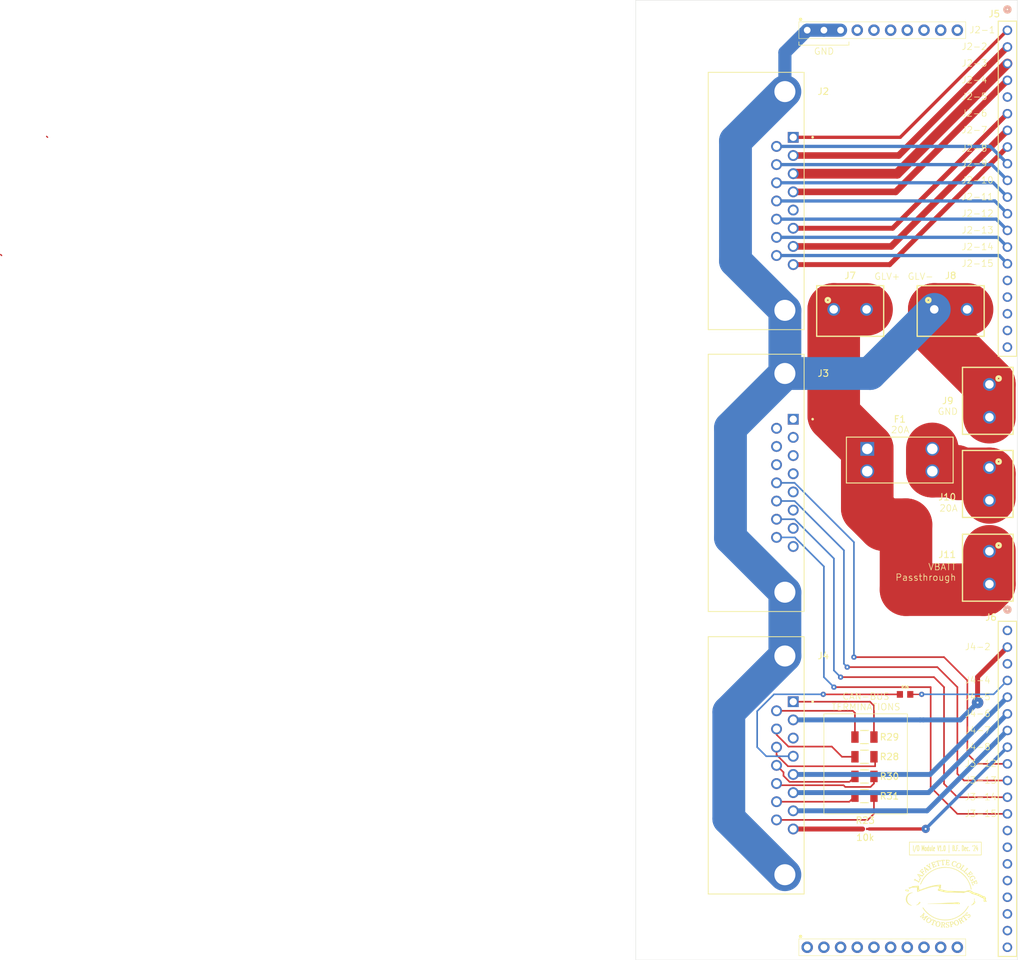
<source format=kicad_pcb>
(kicad_pcb (version 20240108) (generator "pcbnew") (generator_version "8.0")
  (layers (0 "F.Cu" signal) (31 "B.Cu" signal) (34 "B.Paste" user) (35 "F.Paste" user) (36 "B.SilkS" user "B.Silkscreen") (37 "F.SilkS" user "F.Silkscreen") (38 "B.Mask" user) (39 "F.Mask" user) (44 "Edge.Cuts" user))
  (net 0 "")
  (net 1 "Net-(J2-Pad02)")
  (net 2 "Net-(J2-Pad10)")
  (net 3 "Net-(J2-Pad04)")
  (net 6 "Net-(J2-Pad11)")
  (net 8 "Net-(J2-Pad09)")
  (net 10 "Net-(J3-Pad12)")
  (net 11 "Net-(J3-Pad13)")
  (net 12 "Net-(J3-Pad15)")
  (net 13 "Net-(J3-Pad14)")
  (net 23 "Net-(J2-Pad01)")
  (net 24 "Net-(J2-Pad07)")
  (net 25 "Net-(J2-Pad08)")
  (net 28 "Net-(J2-Pad03)")
  (net 32 "Net-(J2-Pad06)")
  (net 35 "Net-(J2-Pad12)")
  (net 38 "Net-(J2-Pad13)")
  (net 40 "Net-(J2-Pad15)")
  (net 43 "Net-(J2-Pad14)")
  (net 44 "Net-(J4-Pad12)")
  (net 45 "Net-(J4-Pad04)")
  (net 46 "Net-(J4-Pad07)")
  (net 47 "Net-(J4-Pad05)")
  (net 48 "Net-(J4-Pad10)")
  (net 49 "Net-(J4-Pad01)")
  (net 50 "Net-(J4-Pad06)")
  (net 51 "Net-(J4-Pad08)")
  (net 52 "Net-(J4-Pad15)")
  (net 53 "Net-(J4-Pad14)")
  (net 55 "Net-(J4-Pad11)")
  (net 56 "unconnected-(J4-Pad02)")
  (net 57 "Net-(J4-Pad13)")
  (net 58 "Net-(J4-Pad09)")
  (net 59 "Net-(J6-Pad8)")
  (net 61 "Net-(F1-Pad1)")
  (net 62 "Net-(F1-Pad3)")
  (net 66 "Net-(J1-Pad1)")
  (net 73 "Net-(J6-Pad4)")
  (footprint "3568:3568_KEY" (layer "F.Cu") (at 108.2 84.1)
    (property "Reference" "F1")
    (property "Value" "20A")
  )
  (footprint "TNPW1206120RBEEA:RES_TNPW1206_VIS" (layer "F.Cu") (at 107.7722 137)
    (property "Reference" "R31")
    (property "Value" "120")
  )
  (footprint "691137710002:691137710002" (layer "F.Cu") (at 120.9 62.85)
    (property "Reference" "J8")
    (property "Value" "691137710002")
    (property "VALUE" "691137710002" (hide yes))
  )
  (footprint "691137710002:691137710002" (layer "F.Cu") (at 126.8 89.44 -90)
    (property "Reference" "J10")
    (property "Value" "691137710002")
    (property "VALUE" "691137710002" (hide yes))
  )
  (footprint "L717SDA15P1ACH4F (7):AMPHENOL_L717SDA15P1ACH4F" (layer "F.Cu") (at 95.66 132.31 -90)
    (property "Reference" "J4")
    (property "Value" "*")
  )
  (footprint "TNPW1206120RBEEA:RES_TNPW1206_VIS" (layer "F.Cu") (at 107.7722 131)
    (property "Reference" "R28")
    (property "Value" "120")
  )
  (footprint "TNPW1206120RBEEA:RES_TNPW1206_VIS" (layer "F.Cu") (at 107.7722 134)
    (property "Reference" "R30")
    (property "Value" "120")
  )
  (footprint "RMCF0201FT10K0:RES_RMCF0201_STP" (layer "F.Cu") (at 107.89624 142)
    (property "Reference" "R23")
    (property "Value" "10k")
  )
  (footprint "PH1-10-UA:1X10-2.54MM-THT" (layer "F.Cu") (at 99.06 160.02)
    (property "Reference" "REF**" (hide yes))
    (property "Value" "1X10-2.54MM-THT")
  )
  (footprint "691137710002:691137710002" (layer "F.Cu") (at 126.8 102.2 -90)
    (property "Reference" "J11")
    (property "Value" "691137710002")
    (property "VALUE" "691137710002" (hide yes))
  )
  (footprint "20-0600-21:CONN_20-0600-21_ARS" (layer "F.Cu") (at 129.54 20.3405 -90)
    (property "Reference" "J5")
    (property "Value" "20-0600-21")
  )
  (footprint "20-0600-21:CONN_20-0600-21_ARS" (layer "F.Cu") (at 129.54 111.76 -90)
    (property "Reference" "J6")
    (property "Value" "20-0600-21")
  )
  (footprint "L717SDA15P1ACH4F (7):AMPHENOL_L717SDA15P1ACH4F" (layer "F.Cu") (at 95.66 46.33575 -90)
    (property "Reference" "J2")
    (property "Value" "*")
  )
  (footprint "TNPW1206120RBEEA:RES_TNPW1206_VIS" (layer "F.Cu") (at 107.7722 128 180)
    (property "Reference" "R29")
    (property "Value" "120")
  )
  (footprint "L717SDA15P1ACH4F (7):AMPHENOL_L717SDA15P1ACH4F" (layer "F.Cu") (at 95.66 89.27575 -90)
    (property "Reference" "J3")
    (property "Value" "*")
  )
  (footprint "691137710002:691137710002" (layer "F.Cu") (at 105.6 62.85)
    (property "Reference" "J7")
    (property "Value" "691137710002")
    (property "VALUE" "691137710002" (hide yes))
  )
  (footprint "ERA-3AEB3011V:RESC1608X55N" (layer "F.Cu") (at 113.96 121.5)
    (property "Reference" "R26")
    (property "Value" "3.01k")
  )
  (footprint "PH1-10-UA:1X10-2.54MM-THT" (layer "F.Cu") (at 99.06 20.32)
    (property "Reference" "J1" (hide yes))
    (property "Value" "PH1-10-UA")
  )
  (footprint "691137710002:691137710002" (layer "F.Cu") (at 126.8 76.78 -90)
    (property "Reference" "J9")
    (property "Value" "691137710002")
    (property "VALUE" "691137710002" (hide yes))
  )
  (gr_poly (pts (xy 119.865125 146.695286) (xy 119.83307 146.698042) (xy 119.819819 146.699648) (xy 119.806467 146.701527) (xy 119.778917 146.705896) (xy 119.749325 146.710726) (xy 119.733423 146.713182) (xy 119.716602 146.715594) (xy 119.678911 146.716842) (xy 119.642106 146.717415) (xy 119.570711 146.718503) (xy 119.535902 146.719998) (xy 119.518672 146.721197) (xy 119.501539 146.72278) (xy 119.484489 146.724808) (xy 119.46751 146.727341) (xy 119.450587 146.730441) (xy 119.433707 146.73417) (xy 119.425772 146.736384) (xy 119.41806 146.739133) (xy 119.410583 146.742391) (xy 119.403353 146.746131) (xy 119.396382 146.750328) (xy 119.389683 146.754955) (xy 119.383266 146.759987) (xy 119.377143 146.765396) (xy 119.371328 146.771157) (xy 119.365831 146.777244) (xy 119.360664 146.783631) (xy 119.35584 146.790291) (xy 119.35137 146.797199) (xy 119.347267 146.804327) (xy 119.343541 146.811651) (xy 119.340206 146.819144) (xy 119.337272 146.826779) (xy 119.334752 146.834531) (xy 119.332658 146.842374) (xy 119.331002 146.850281) (xy 119.329795 146.858227) (xy 119.329049 146.866184) (xy 119.328777 146.874127) (xy 119.32899 146.882031) (xy 119.329701 146.889868) (xy 119.33092 146.897612) (xy 119.332661 146.905238) (xy 119.334934 146.912719) (xy 119.337752 146.920029) (xy 119.341127 146.927143) (xy 119.34507 146.934033) (xy 119.349594 146.940674) (xy 119.351208 146.942701) (xy 119.353013 146.944689) (xy 119.35499 146.946626) (xy 119.357121 146.948501) (xy 119.359387 146.950302) (xy 119.36177 146.952017) (xy 119.364251 146.953634) (xy 119.366811 146.95514) (xy 119.369432 146.956525) (xy 119.372095 146.957776) (xy 119.374781 146.958882) (xy 119.377472 146.95983) (xy 119.380149 146.960608) (xy 119.382794 146.961206) (xy 119.385387 146.96161) (xy 119.386659 146.961736) (xy 119.387911 146.961809) (xy 119.390999 146.961851) (xy 119.394 146.961747) (xy 119.396914 146.961501) (xy 119.39974 146.961116) (xy 119.402477 146.960595) (xy 119.405125 146.959944) (xy 119.407684 146.959166) (xy 119.410153 146.958264) (xy 119.412531 146.957242) (xy 119.414818 146.956105) (xy 119.417013 146.954855) (xy 119.419116 146.953497) (xy 119.421126 146.952035) (xy 119.423043 146.950473) (xy 119.424867 146.948813) (xy 119.426596 146.947061) (xy 119.42823 146.945219) (xy 119.429769 146.943292) (xy 119.431212 146.941284) (xy 119.432559 146.939198) (xy 119.433808 146.937038) (xy 119.434961 146.934808) (xy 119.436015 146.932512) (xy 119.436971 146.930153) (xy 119.437827 146.927736) (xy 119.438584 146.925263) (xy 119.439241 146.92274) (xy 119.439798 146.92017) (xy 119.440253 146.917556) (xy 119.440606 146.914903) (xy 119.440857 146.912214) (xy 119.441006 146.909493) (xy 119.441362 146.902917) (xy 119.441954 146.89658) (xy 119.442777 146.89048) (xy 119.443826 146.884618) (xy 119.445098 146.878991) (xy 119.446589 146.873597) (xy 119.448293 146.868436) (xy 119.450208 146.863506) (xy 119.452329 146.858806) (xy 119.454651 146.854334) (xy 119.457171 146.850088) (xy 119.459884 146.846068) (xy 119.462786 146.842272) (xy 119.465872 146.838698) (xy 119.46914 146.835345) (xy 119.472583 146.832213) (xy 119.476199 146.829298) (xy 119.479983 146.8266) (xy 119.483931 146.824118) (xy 119.488039 146.82185) (xy 119.492302 146.819794) (xy 119.496716 146.81795) (xy 119.501277 146.816315) (xy 119.505981 146.814889) (xy 119.510824 146.81367) (xy 119.515801 146.812657) (xy 119.520908 146.811848) (xy 119.526142 146.811241) (xy 119.531497 146.810836) (xy 119.53697 146.810631) (xy 119.548252 146.810815) (xy 119.554952 146.81136) (xy 119.561165 146.812285) (xy 119.56691 146.813573) (xy 119.572206 146.815206) (xy 119.577073 146.817167) (xy 119.581529 146.819438) (xy 119.585594 146.822002) (xy 119.589286 146.824842) (xy 119.592626 146.827941) (xy 119.595632 146.83128) (xy 119.598324 146.834843) (xy 119.60072 146.838612) (xy 119.602839 146.84257) (xy 119.604702 146.846699) (xy 119.606327 146.850982) (xy 119.607734 146.855402) (xy 119.60894 146.859941) (xy 119.609967 146.864582) (xy 119.610832 146.869307) (xy 119.611556 146.874099) (xy 119.612654 146.883816) (xy 119.613414 146.893592) (xy 119.614536 146.912766) (xy 119.615205 146.921887) (xy 119.61615 146.93051) (xy 119.621546 146.973068) (xy 119.626219 147.015735) (xy 119.630257 147.058492) (xy 119.633746 147.101319) (xy 119.639424 147.187102) (xy 119.643947 147.272923) (xy 119.648049 147.339418) (xy 119.648304 147.355812) (xy 119.647744 147.371873) (xy 119.646118 147.387481) (xy 119.644825 147.395077) (xy 119.643171 147.402515) (xy 119.641123 147.409779) (xy 119.638651 147.416854) (xy 119.635722 147.423726) (xy 119.632305 147.430379) (xy 119.628368 147.436798) (xy 119.623879 147.442969) (xy 119.618807 147.448875) (xy 119.613121 147.454502) (xy 119.606788 147.459836) (xy 119.599778 147.46486) (xy 119.592058 147.46956) (xy 119.583596 147.473921) (xy 119.574362 147.477927) (xy 119.564324 147.481564) (xy 119.553449 147.484817) (xy 119.541707 147.48767) (xy 119.548358 147.493201) (xy 119.5558 147.498323) (xy 119.563983 147.503039) (xy 119.572859 147.507356) (xy 119.582379 147.511276) (xy 119.592494 147.514804) (xy 119.614312 147.520703) (xy 119.63792 147.525089) (xy 119.662928 147.527997) (xy 119.688944 147.529462) (xy 119.715574 147.529521) (xy 119.742429 147.528208) (xy 119.769115 147.525559) (xy 119.795241 147.52161) (xy 119.820415 147.516396) (xy 119.844246 147.509953) (xy 119.866341 147.502315) (xy 119.886308 147.49352) (xy 119.895371 147.488699) (xy 119.903756 147.483601) (xy 119.884794 147.467066) (xy 119.867558 147.450127) (xy 119.851968 147.432803) (xy 119.837945 147.415113) (xy 119.825409 147.397075) (xy 119.814281 147.37871) (xy 119.804482 147.360034) (xy 119.795932 147.341069) (xy 119.788552 147.321831) (xy 119.782262 147.302341) (xy 119.776984 147.282616) (xy 119.772637 147.262677) (xy 119.766422 147.222229) (xy 119.762981 147.181147) (xy 119.761679 147.139583) (xy 119.761883 147.097687) (xy 119.764263 147.013506) (xy 119.765171 146.971522) (xy 119.765042 146.929811) (xy 119.763244 146.888524) (xy 119.75914 146.847813) (xy 119.758744 146.843824) (xy 119.758657 146.840049) (xy 119.758865 146.83648) (xy 119.759357 146.833108) (xy 119.760118 146.829927) (xy 119.761138 146.826929) (xy 119.762402 146.824107) (xy 119.763898 146.821453) (xy 119.765614 146.818959) (xy 119.767536 146.816618) (xy 119.769652 146.814423) (xy 119.771949 146.812366) (xy 119.774414 146.81044) (xy 119.777034 146.808637) (xy 119.779797 146.806949) (xy 119.78269 146.80537) (xy 119.7857 146.803891) (xy 119.788815 146.802506) (xy 119.792021 146.801206) (xy 119.795305 146.799985) (xy 119.80206 146.797746) (xy 119.808977 146.795731) (xy 119.836218 146.788702) (xy 119.840233 146.787675) (xy 119.844118 146.786831) (xy 119.847874 146.786168) (xy 119.851507 146.785685) (xy 119.855017 146.785379) (xy 119.858409 146.785248) (xy 119.861685 146.785291) (xy 119.864848 146.785505) (xy 119.867902 146.78589) (xy 119.870848 146.786443) (xy 119.87369 146.787162) (xy 119.876431 146.788045) (xy 119.879074 146.789091) (xy 119.881622 146.790297) (xy 119.884077 146.791663) (xy 119.886443 146.793185) (xy 119.888722 146.794863) (xy 119.890918 146.796694) (xy 119.893034 146.798676) (xy 119.895072 146.800808) (xy 119.897035 146.803087) (xy 119.898926 146.805513) (xy 119.900748 146.808082) (xy 119.902504 146.810794) (xy 119.905831 146.816636) (xy 119.90893 146.823025) (xy 119.911823 146.829945) (xy 119.914535 146.837382) (xy 119.916844 146.84459) (xy 119.919039 146.852076) (xy 119.923504 146.867376) (xy 119.92598 146.874937) (xy 119.928758 146.882267) (xy 119.931941 146.889241) (xy 119.933717 146.892554) (xy 119.935633 146.895731) (xy 119.937702 146.898754) (xy 119.939937 146.901609) (xy 119.942352 146.90428) (xy 119.944959 146.90675) (xy 119.947771 146.909003) (xy 119.950801 146.911025) (xy 119.954062 146.912798) (xy 119.957567 146.914307) (xy 119.961329 146.915536) (xy 119.965361 146.91647) (xy 119.969676 146.917091) (xy 119.974287 146.917385) (xy 119.979207 146.917336) (xy 119.984449 146.916927) (xy 119.990025 146.916143) (xy 119.99595 146.914968) (xy 120.006071 146.883002) (xy 120.013696 146.85377) (xy 120.016558 146.84016) (xy 120.018778 146.827212) (xy 120.020352 146.814917) (xy 120.021274 146.803267) (xy 120.021538 146.792256) (xy 120.021138 146.781877) (xy 120.020069 146.772121) (xy 120.018325 146.762981) (xy 120.0159 146.754449) (xy 120.01279 146.746519) (xy 120.008987 146.739182) (xy 120.004488 146.732431) (xy 119.999285 146.72626) (xy 119.993374 146.720659) (xy 119.986749 146.715622) (xy 119.979404 146.711142) (xy 119.971333 146.70721) (xy 119.962532 146.703819) (xy 119.952993 146.700963) (xy 119.942713 146.698632) (xy 119.931684 146.696821) (xy 119.919902 146.695521) (xy 119.907361 146.694725) (xy 119.894055 146.694425)) (fill solid) (layer "F.SilkS"))
  (gr_poly (pts (xy 117.744793 147.260823) (xy 117.736442 147.261364) (xy 117.728102 147.262276) (xy 117.719776 147.263556) (xy 117.711467 147.265201) (xy 117.694915 147.269573) (xy 117.678471 147.275366) (xy 117.662163 147.282557) (xy 117.646015 147.291121) (xy 117.630055 147.301032) (xy 117.61431 147.312267) (xy 117.598804 147.324801) (xy 117.583565 147.338608) (xy 117.568619 147.353665) (xy 117.553992 147.369947) (xy 117.53971 147.387429) (xy 117.560876 147.401724) (xy 117.570655 147.408828) (xy 117.579907 147.41593) (xy 117.588641 147.42305) (xy 117.596865 147.43021) (xy 117.604586 147.437429) (xy 117.611812 147.444729) (xy 117.618551 147.452129) (xy 117.624811 147.459651) (xy 117.630599 147.467314) (xy 117.635923 147.475141) (xy 117.640791 147.48315) (xy 117.645211 147.491362) (xy 117.64919 147.499799) (xy 117.652736 147.50848) (xy 117.655857 147.517427) (xy 117.658562 147.526659) (xy 117.660856 147.536197) (xy 117.662749 147.546063) (xy 117.664248 147.556275) (xy 117.665361 147.566855) (xy 117.666096 147.577824) (xy 117.66646 147.589202) (xy 117.666461 147.601009) (xy 117.666107 147.613266) (xy 117.665406 147.625994) (xy 117.664365 147.639213) (xy 117.661296 147.667206) (xy 117.656962 147.697411) (xy 117.641412 147.693036) (xy 117.626823 147.688558) (xy 117.613016 147.683866) (xy 117.599807 147.678847) (xy 117.587017 147.673388) (xy 117.574462 147.667379) (xy 117.561963 147.660705) (xy 117.549336 147.653256) (xy 117.536402 147.64492) (xy 117.522979 147.635583) (xy 117.508884 147.625134) (xy 117.493938 147.613461) (xy 117.477958 147.600451) (xy 117.460763 147.585992) (xy 117.422002 147.55228) (xy 117.42064 147.54862) (xy 117.419745 147.545114) (xy 117.419287 147.541752) (xy 117.419232 147.538524) (xy 117.41955 147.535418) (xy 117.42021 147.532424) (xy 117.421178 147.529532) (xy 117.422425 147.526732) (xy 117.423919 147.524013) (xy 117.425627 147.521364) (xy 117.427519 147.518775) (xy 117.429563 147.516235) (xy 117.43398 147.511262) (xy 117.438626 147.506361) (xy 117.443249 147.501448) (xy 117.447596 147.496439) (xy 117.449587 147.493873) (xy 117.451415 147.491251) (xy 117.453048 147.488564) (xy 117.454454 147.4858) (xy 117.455602 147.482949) (xy 117.45646 147.480001) (xy 117.456997 147.476945) (xy 117.457181 147.473771) (xy 117.456981 147.470468) (xy 117.456365 147.467025) (xy 117.455302 147.463433) (xy 117.45376 147.459681) (xy 117.4501 147.455264) (xy 117.445487 147.451783) (xy 117.439979 147.449208) (xy 117.433635 147.447509) (xy 117.426511 147.446655) (xy 117.418665 147.446617) (xy 117.410155 147.447363) (xy 117.401038 147.448864) (xy 117.391373 147.45109) (xy 117.381217 147.454009) (xy 117.359663 147.461809) (xy 117.336837 147.472022) (xy 117.313202 147.484406) (xy 117.289218 147.498717) (xy 117.265347 147.514714) (xy 117.242051 147.532155) (xy 117.219792 147.550797) (xy 117.199031 147.570398) (xy 117.189356 147.580483) (xy 117.180229 147.590716) (xy 117.171707 147.601068) (xy 117.163849 147.611508) (xy 117.156711 147.622006) (xy 117.150351 147.632532) (xy 117.169246 147.633016) (xy 117.187692 147.634342) (xy 117.205711 147.636473) (xy 117.223323 147.639371) (xy 117.24055 147.643) (xy 117.257414 147.647323) (xy 117.273935 147.652304) (xy 117.290136 147.657906) (xy 117.321659 147.670823) (xy 117.352156 147.685781) (xy 117.381796 147.702485) (xy 117.410752 147.720642) (xy 117.439192 147.739957) (xy 117.467289 147.760135) (xy 117.523137 147.801904) (xy 117.579661 147.843594) (xy 117.608604 147.863674) (xy 117.638229 147.882852) (xy 117.66388 147.916973) (xy 117.67626 147.933864) (xy 117.687963 147.950701) (xy 117.698706 147.96753) (xy 117.708204 147.984398) (xy 117.712397 147.99286) (xy 117.716173 148.001349) (xy 117.719495 148.009869) (xy 117.722328 148.018428) (xy 117.724637 148.027031) (xy 117.726385 148.035682) (xy 117.727538 148.044389) (xy 117.72806 148.053156) (xy 117.727915 148.06199) (xy 117.727068 148.070895) (xy 117.725484 148.079878) (xy 117.723126 148.088945) (xy 117.719959 148.098101) (xy 117.715948 148.107351) (xy 117.711057 148.116702) (xy 117.70525 148.126159) (xy 117.698493 148.135728) (xy 117.690749 148.145415) (xy 117.681983 148.155224) (xy 117.672159 148.165163) (xy 117.681722 148.166675) (xy 117.691689 148.167533) (xy 117.702025 148.167756) (xy 117.712696 148.167364) (xy 117.734908 148.164811) (xy 117.758055 148.160029) (xy 117.781865 148.153174) (xy 117.806067 148.144401) (xy 117.83039 148.133865) (xy 117.854564 148.121722) (xy 117.878316 148.108127) (xy 117.901376 148.093237) (xy 117.923472 148.077205) (xy 117.944334 148.060188) (xy 117.96369 148.042341) (xy 117.98127 148.023819) (xy 117.996801 148.004778) (xy 118.010013 147.985374) (xy 117.987736 147.984843) (xy 117.966863 147.983299) (xy 117.947345 147.980778) (xy 117.929134 147.977314) (xy 117.912181 147.97294) (xy 117.896436 147.967691) (xy 117.88185 147.961602) (xy 117.868373 147.954706) (xy 117.855958 147.947038) (xy 117.844554 147.938632) (xy 117.834113 147.929522) (xy 117.824585 147.919744) (xy 117.815921 147.90933) (xy 117.808072 147.898315) (xy 117.800989 147.886734) (xy 117.794623 147.874621) (xy 117.788924 147.86201) (xy 117.783844 147.848935) (xy 117.779333 147.835431) (xy 117.775343 147.821531) (xy 117.768725 147.792685) (xy 117.763599 147.762669) (xy 117.75957 147.731758) (xy 117.756245 147.700227) (xy 117.750137 147.6364) (xy 117.738202 147.540757) (xy 117.735516 147.516989) (xy 117.733411 147.493315) (xy 117.732116 147.46975) (xy 117.731862 147.446313) (xy 117.732879 147.423021) (xy 117.735397 147.399893) (xy 117.739647 147.376945) (xy 117.742494 147.365545) (xy 117.74586 147.354196) (xy 117.749774 147.342901) (xy 117.754265 147.331663) (xy 117.759362 147.320482) (xy 117.765093 147.309363) (xy 117.771488 147.298306) (xy 117.778575 147.287315) (xy 117.786382 147.27639) (xy 117.794939 147.265535) (xy 117.786593 147.263787) (xy 117.778238 147.262427) (xy 117.769877 147.261454) (xy 117.761514 147.260865) (xy 117.753151 147.260655)) (fill solid) (layer "F.SilkS"))
  (gr_poly (pts (xy 124.507533 152.575387) (xy 124.502215 152.57581) (xy 124.497256 152.576492) (xy 124.492646 152.577425) (xy 124.488376 152.578599) (xy 124.484434 152.580006) (xy 124.480812 152.581638) (xy 124.477497 152.583484) (xy 124.474482 152.585537) (xy 124.471754 152.587789) (xy 124.469304 152.590229) (xy 124.467122 152.592849) (xy 124.465197 152.595641) (xy 124.463519 152.598596) (xy 124.462078 152.601705) (xy 124.460864 152.604959) (xy 124.459867 152.608349) (xy 124.459076 152.611867) (xy 124.458481 152.615504) (xy 124.458071 152.619252) (xy 124.457838 152.6231) (xy 124.457856 152.631067) (xy 124.458454 152.639334) (xy 124.45955 152.647831) (xy 124.461062 152.656488) (xy 124.473637 152.73484) (xy 124.480419 152.810388) (xy 124.481484 152.88317) (xy 124.476909 152.953226) (xy 124.47253 152.987244) (xy 124.466769 153.020594) (xy 124.459635 153.053282) (xy 124.451139 153.085313) (xy 124.44129 153.11669) (xy 124.430096 153.14742) (xy 124.417569 153.177507) (xy 124.403716 153.206955) (xy 124.372074 153.263956) (xy 124.335245 153.318461) (xy 124.293307 153.37051) (xy 124.246334 153.42014) (xy 124.194402 153.467391) (xy 124.137588 153.5123) (xy 124.075966 153.554907) (xy 124.009614 153.595249) (xy 124.009043 153.595592) (xy 124.008486 153.595959) (xy 124.007943 153.596348) (xy 124.007412 153.59676) (xy 124.006385 153.597645) (xy 124.005401 153.598604) (xy 124.004454 153.599628) (xy 124.003539 153.600707) (xy 124.002651 153.601833) (xy 124.001785 153.602996) (xy 124.000097 153.605398) (xy 123.998434 153.607837) (xy 123.996754 153.610241) (xy 123.995894 153.611407) (xy 123.995015 153.612536) (xy 124.003398 153.615526) (xy 124.011873 153.618111) (xy 124.02046 153.620284) (xy 124.029178 153.622039) (xy 124.038043 153.62337) (xy 124.047076 153.624269) (xy 124.056294 153.62473) (xy 124.065715 153.624746) (xy 124.075358 153.624311) (xy 124.085242 153.623418) (xy 124.095385 153.622061) (xy 124.105805 153.620232) (xy 124.116521 153.617925) (xy 124.127551 153.615134) (xy 124.150626 153.608072) (xy 124.175179 153.598991) (xy 124.201356 153.58784) (xy 124.229305 153.574565) (xy 124.259172 153.559113) (xy 124.291105 153.54143) (xy 124.325252 153.521465) (xy 124.361759 153.499163) (xy 124.400774 153.474471) (xy 124.423204 153.456021) (xy 124.444792 153.437112) (xy 124.465604 153.417761) (xy 124.485706 153.397982) (xy 124.505162 153.377791) (xy 124.524038 153.357204) (xy 124.5424 153.336235) (xy 124.560313 153.314901) (xy 124.577842 153.293217) (xy 124.595053 153.271198) (xy 124.628782 153.226217) (xy 124.662022 153.180083) (xy 124.695298 153.132917) (xy 124.678114 153.126617) (xy 124.662337 153.119818) (xy 124.647911 153.112543) (xy 124.634775 153.104814) (xy 124.622872 153.096653) (xy 124.612142 153.088084) (xy 124.602528 153.079127) (xy 124.593971 153.069805) (xy 124.586412 153.06014) (xy 124.579793 153.050155) (xy 124.574054 153.039872) (xy 124.569138 153.029313) (xy 124.564986 153.0185) (xy 124.561539 153.007456) (xy 124.558739 152.996203) (xy 124.556526 152.984762) (xy 124.554844 152.973157) (xy 124.553632 152.961409) (xy 124.552387 152.937575) (xy 124.552323 152.913438) (xy 124.552971 152.889176) (xy 124.554529 152.840986) (xy 124.554502 152.817415) (xy 124.553312 152.79443) (xy 124.551572 152.766875) (xy 124.550678 152.739313) (xy 124.549251 152.684358) (xy 124.54763 152.65706) (xy 124.546355 152.643478) (xy 124.544679 152.629947) (xy 124.542534 152.616474) (xy 124.539853 152.603065) (xy 124.536568 152.589726) (xy 124.532609 152.576462) (xy 124.52575 152.575761) (xy 124.519291 152.575354) (xy 124.513222 152.575232)) (fill solid) (layer "F.SilkS"))
  (gr_poly (pts (xy 123.047876 155.061293) (xy 123.043373 155.061651) (xy 123.038821 155.062316) (xy 123.03422 155.06329) (xy 123.029567 155.064578) (xy 123.024862 155.066184) (xy 123.020103 155.068112) (xy 123.015289 155.070364) (xy 123.010419 155.072945) (xy 123.005493 155.075859) (xy 123.000507 155.07911) (xy 122.995462 155.082701) (xy 122.990356 155.086635) (xy 122.985188 155.090918) (xy 122.932793 155.134573) (xy 122.879427 155.177205) (xy 122.771473 155.261989) (xy 122.717728 155.305436) (xy 122.664701 155.35045) (xy 122.638588 155.373747) (xy 122.612812 155.397678) (xy 122.587427 155.422325) (xy 122.562484 155.447768) (xy 122.562088 155.45215) (xy 122.561862 155.456423) (xy 122.561802 155.46059) (xy 122.561899 155.464655) (xy 122.562149 155.468622) (xy 122.562545 155.472493) (xy 122.563749 155.479963) (xy 122.565461 155.48709) (xy 122.567632 155.493902) (xy 122.570212 155.500425) (xy 122.573149 155.506685) (xy 122.576395 155.512709) (xy 122.579898 155.518523) (xy 122.58361 155.524154) (xy 122.587479 155.529629) (xy 122.595489 155.540213) (xy 122.60353 155.550489) (xy 122.608022 155.556683) (xy 122.612407 155.563396) (xy 122.621121 155.577691) (xy 122.625581 155.584927) (xy 122.630199 155.591993) (xy 122.635039 155.598717) (xy 122.640169 155.604925) (xy 122.642863 155.607782) (xy 122.645655 155.610446) (xy 122.648551 155.612895) (xy 122.651561 155.615107) (xy 122.654694 155.617061) (xy 122.657956 155.618736) (xy 122.661356 155.620109) (xy 122.664904 155.62116) (xy 122.668606 155.621866) (xy 122.672471 155.622207) (xy 122.676508 155.62216) (xy 122.680724 155.621705) (xy 122.685128 155.620819) (xy 122.689729 155.619481) (xy 122.694534 155.617669) (xy 122.699552 155.615363) (xy 122.704429 155.612742) (xy 122.708826 155.610004) (xy 122.71276 155.607154) (xy 122.71625 155.604198) (xy 122.719311 155.601141) (xy 122.721963 155.59799) (xy 122.724222 155.594749) (xy 122.726105 155.591426) (xy 122.72763 155.588026) (xy 122.728815 155.584555) (xy 122.729677 155.581018) (xy 122.730233 155.577421) (xy 122.730502 155.57377) (xy 122.730499 155.570071) (xy 122.730243 155.56633) (xy 122.729751 155.562553) (xy 122.729041 155.558744) (xy 122.72813 155.554911) (xy 122.727035 155.551059) (xy 122.725774 155.547194) (xy 122.722824 155.539447) (xy 122.719418 155.531717) (xy 122.715697 155.52405) (xy 122.7118 155.516494) (xy 122.704035 155.501896) (xy 122.701442 155.496681) (xy 122.699257 155.491666) (xy 122.697465 155.486842) (xy 122.696053 155.482203) (xy 122.695006 155.477741) (xy 122.694307 155.473449) (xy 122.693944 155.469319) (xy 122.693902 155.465345) (xy 122.694164 155.461519) (xy 122.694718 155.457833) (xy 122.695547 155.454281) (xy 122.696638 155.450856) (xy 122.697976 155.447549) (xy 122.699546 155.444354) (xy 122.701333 155.441263) (xy 122.703322 155.43827) (xy 122.7055 155.435367) (xy 122.70785 155.432546) (xy 122.713012 155.427123) (xy 122.718689 155.421943) (xy 122.724765 155.416948) (xy 122.750696 155.397657) (xy 122.754109 155.395167) (xy 122.757483 155.392913) (xy 122.760818 155.390893) (xy 122.764115 155.389102) (xy 122.767373 155.387536) (xy 122.770593 155.386191) (xy 122.773777 155.385062) (xy 122.776923 155.384145) (xy 122.780033 155.383437) (xy 122.783107 155.382933) (xy 122.786146 155.382628) (xy 122.78915 155.38252) (xy 122.792119 155.382603) (xy 122.795054 155.382873) (xy 122.797955 155.383327) (xy 122.800823 155.38396) (xy 122.803659 155.384768) (xy 122.806461 155.385746) (xy 122.809232 155.386891) (xy 122.811972 155.388199) (xy 122.81468 155.389665) (xy 122.817358 155.391285) (xy 122.820006 155.393055) (xy 122.822624 155.394971) (xy 122.827773 155.399223) (xy 122.832809 155.404008) (xy 122.837735 155.409294) (xy 122.842554 155.415046) (xy 122.996764 155.611085) (xy 123.074695 155.708386) (xy 123.114397 155.756399) (xy 123.154791 155.803811) (xy 123.159823 155.81005) (xy 123.163984 155.81612) (xy 123.167328 155.822034) (xy 123.169906 155.827806) (xy 123.17177 155.833447) (xy 123.172972 155.83897) (xy 123.173564 155.844389) (xy 123.173598 155.849715) (xy 123.173126 155.854962) (xy 123.172199 155.860142) (xy 123.17087 155.865268) (xy 123.169191 155.870353) (xy 123.167212 155.875409) (xy 123.164988 155.880448) (xy 123.160006 155.890531) (xy 123.149368 155.911064) (xy 123.144542 155.921718) (xy 123.142434 155.927186) (xy 123.140599 155.932765) (xy 123.139088 155.938469) (xy 123.137954 155.944308) (xy 123.137248 155.950297) (xy 123.137022 155.956448) (xy 123.137328 155.962773) (xy 123.138219 155.969286) (xy 123.139745 155.975999) (xy 123.14196 155.982925) (xy 123.16515 155.973335) (xy 123.187545 155.96292) (xy 123.209209 155.951713) (xy 123.230209 155.939745) (xy 123.250608 155.927047) (xy 123.27047 155.913652) (xy 123.28986 155.89959) (xy 123.308843 155.884894) (xy 123.327483 155.869595) (xy 123.345846 155.853725) (xy 123.363994 155.837316) (xy 123.381994 155.820398) (xy 123.417804 155.785167) (xy 123.453792 155.748285) (xy 123.42601 155.74601) (xy 123.399682 155.742263) (xy 123.374739 155.737118) (xy 123.351112 155.730647) (xy 123.328732 155.722922) (xy 123.307528 155.714016) (xy 123.287433 155.704002) (xy 123.268377 155.692951) (xy 123.25029 155.680937) (xy 123.233103 155.668031) (xy 123.216747 155.654307) (xy 123.201154 155.639837) (xy 123.186252 155.624693) (xy 123.171974 155.608948) (xy 123.145011 155.575944) (xy 123.119711 155.541405) (xy 123.095519 155.505911) (xy 123.048244 155.434379) (xy 123.024054 155.3995) (xy 122.998757 155.365987) (xy 122.985519 155.349923) (xy 122.971798 155.334418) (xy 122.957522 155.319544) (xy 122.942624 155.305374) (xy 122.939934 155.302786) (xy 122.937552 155.300182) (xy 122.935468 155.297562) (xy 122.933673 155.29493) (xy 122.932158 155.292288) (xy 122.930914 155.289638) (xy 122.929932 155.286983) (xy 122.929201 155.284325) (xy 122.928714 155.281667) (xy 122.928461 155.279011) (xy 122.928433 155.27636) (xy 122.92862 155.273715) (xy 122.929014 155.27108) (xy 122.929605 155.268457) (xy 122.930384 155.265848) (xy 122.931341 155.263255) (xy 122.932469 155.260682) (xy 122.933756 155.25813) (xy 122.935195 155.255602) (xy 122.936776 155.2531) (xy 122.938489 155.250627) (xy 122.940327 155.248185) (xy 122.944335 155.243405) (xy 122.948727 155.238779) (xy 122.95343 155.234326) (xy 122.95837 155.230066) (xy 122.963473 155.226018) (xy 122.973933 155.21788) (xy 122.979157 155.213842) (xy 122.98441 155.20993) (xy 122.989717 155.206223) (xy 122.995102 155.202801) (xy 123.000589 155.199743) (xy 123.003378 155.198375) (xy 123.006202 155.197128) (xy 123.009064 155.196011) (xy 123.011967 155.195035) (xy 123.014913 155.19421) (xy 123.017907 155.193545) (xy 123.02095 155.19305) (xy 123.024046 155.192735) (xy 123.027199 155.19261) (xy 123.030411 155.192685) (xy 123.033684 155.192971) (xy 123.037023 155.193476) (xy 123.040431 155.19421) (xy 123.043909 155.195184) (xy 123.047462 155.196408) (xy 123.051093 155.197891) (xy 123.054804 155.199644) (xy 123.058598 155.201676) (xy 123.062327 155.203922) (xy 123.066066 155.206417) (xy 123.073578 155.212013) (xy 123.081136 155.218187) (xy 123.088742 155.224658) (xy 123.096399 155.23115) (xy 123.10411 155.237382) (xy 123.111878 155.243076) (xy 123.115784 155.245635) (xy 123.119704 155.247954) (xy 123.12364 155.25) (xy 123.127592 155.251737) (xy 123.13156 155.25313) (xy 123.135544 155.254146) (xy 123.139545 155.254748) (xy 123.143563 155.254902) (xy 123.147598 155.254573) (xy 123.151651 155.253727) (xy 123.155721 155.252328) (xy 123.15981 155.250343) (xy 123.163918 155.247734) (xy 123.168044 155.244469) (xy 123.17219 155.240513) (xy 123.176355 155.235829) (xy 123.18054 155.230384) (xy 123.184746 155.224143) (xy 123.187358 155.219645) (xy 123.18945 155.215236) (xy 123.191044 155.210914) (xy 123.192166 155.206675) (xy 123.192836 155.202515) (xy 123.19308 155.198431) (xy 123.19292 155.194419) (xy 123.192379 155.190477) (xy 123.191481 155.1866) (xy 123.190248 155.182786) (xy 123.188705 155.17903) (xy 123.186875 155.17533) (xy 123.184781 155.171682) (xy 123.182445 155.168082) (xy 123.179893 155.164527) (xy 123.177145 155.161014) (xy 123.171162 155.154099) (xy 123.16468 155.14731) (xy 123.150969 155.133998) (xy 123.137503 155.120858) (xy 123.131327 155.114284) (xy 123.125772 155.107671) (xy 123.118134 155.098415) (xy 123.114275 155.094143) (xy 123.110389 155.090113) (xy 123.106472 155.086329) (xy 123.102525 155.082795) (xy 123.098546 155.079515) (xy 123.094534 155.076491) (xy 123.090488 155.073729) (xy 123.086406 155.071232) (xy 123.082288 155.069003) (xy 123.078132 155.067046) (xy 123.073937 155.065366) (xy 123.069701 155.063965) (xy 123.065424 155.062849) (xy 123.061104 155.062019) (xy 123.05674 155.061481) (xy 123.052331 155.061238)) (fill solid) (layer "F.SilkS"))
  (gr_poly (pts (xy 116.147529 153.100157) (xy 116.142497 153.100826) (xy 116.137523 153.102028) (xy 116.132612 153.1038) (xy 116.127767 153.10618) (xy 116.12299 153.109202) (xy 116.118286 153.112905) (xy 116.113658 153.117326) (xy 116.109109 153.1225) (xy 116.104643 153.128465) (xy 116.100263 153.135258) (xy 116.095972 153.142916) (xy 116.091774 153.151474) (xy 116.087673 153.160971) (xy 116.080699 153.177471) (xy 116.073287 153.193727) (xy 116.065442 153.209756) (xy 116.057171 153.225573) (xy 116.048482 153.241194) (xy 116.03938 153.256635) (xy 116.029872 153.271911) (xy 116.019964 153.28704) (xy 116.009664 153.302036) (xy 115.998977 153.316915) (xy 115.987911 153.331694) (xy 115.976471 153.346388) (xy 115.952499 153.375585) (xy 115.927113 153.404635) (xy 115.911329 153.421181) (xy 115.89506 153.436815) (xy 115.878305 153.451631) (xy 115.861065 153.465722) (xy 115.843339 153.479183) (xy 115.825128 153.492109) (xy 115.806432 153.504592) (xy 115.787251 153.516728) (xy 115.767585 153.52861) (xy 115.747434 153.540332) (xy 115.70568 153.563676) (xy 115.616362 153.612593) (xy 115.641668 153.614655) (xy 115.665934 153.615309) (xy 115.689228 153.614664) (xy 115.711617 153.612829) (xy 115.73317 153.60991) (xy 115.753952 153.606018) (xy 115.774031 153.601259) (xy 115.793475 153.595742) (xy 115.81235 153.589575) (xy 115.830725 153.582867) (xy 115.86624 153.568257) (xy 115.934219 153.537295) (xy 115.959215 153.525593) (xy 115.983821 153.513312) (xy 116.008019 153.500433) (xy 116.031788 153.486938) (xy 116.055108 153.472805) (xy 116.077959 153.458017) (xy 116.100321 153.442552) (xy 116.122174 153.426393) (xy 116.143498 153.409519) (xy 116.164273 153.39191) (xy 116.184478 153.373548) (xy 116.204094 153.354412) (xy 116.2231 153.334484) (xy 116.241477 153.313744) (xy 116.259204 153.292172) (xy 116.276262 153.269749) (xy 116.283619 153.259247) (xy 116.290037 153.249092) (xy 116.295458 153.239277) (xy 116.297778 153.234495) (xy 116.299828 153.229796) (xy 116.3016 153.225179) (xy 116.303089 153.220642) (xy 116.304286 153.216187) (xy 116.305186 153.21181) (xy 116.30578 153.207513) (xy 116.306062 153.203293) (xy 116.306024 153.199151) (xy 116.305661 153.195085) (xy 116.304964 153.191095) (xy 116.303927 153.187179) (xy 116.302542 153.183338) (xy 116.300804 153.17957) (xy 116.298704 153.175875) (xy 116.296235 153.172251) (xy 116.293392 153.168698) (xy 116.290165 153.165215) (xy 116.28655 153.161802) (xy 116.282538 153.158457) (xy 116.278122 153.15518) (xy 116.273296 153.15197) (xy 116.268053 153.148826) (xy 116.262385 153.145748) (xy 116.256286 153.142735) (xy 116.249747 153.139785) (xy 116.238745 153.134685) (xy 116.227731 153.129067) (xy 116.205779 153.117457) (xy 116.194896 153.112053) (xy 116.18411 153.107309) (xy 116.178763 153.105277) (xy 116.17345 153.10352) (xy 116.168176 153.102075) (xy 116.162943 153.10098) (xy 116.157755 153.10027) (xy 116.152616 153.099984)) (fill solid) (layer "F.SilkS"))
  (gr_line (start 105.41 22.606) (end 97.79 22.606) (stroke (width 0.1)) (layer "F.SilkS"))
  (gr_poly (pts (xy 122.151471 147.161279) (xy 122.134221 147.162248) (xy 122.117049 147.164051) (xy 122.099973 147.166677) (xy 122.083017 147.17012) (xy 122.066201 147.17437) (xy 122.049545 147.179421) (xy 122.033073 147.185263) (xy 122.016803 147.19189) (xy 122.000759 147.199292) (xy 121.98496 147.207462) (xy 121.969428 147.216392) (xy 121.954185 147.226074) (xy 121.93925 147.236499) (xy 121.924646 147.247659) (xy 121.910394 147.259547) (xy 121.896515 147.272155) (xy 121.88303 147.285474) (xy 121.86996 147.299496) (xy 121.857326 147.314213) (xy 121.84515 147.329618) (xy 121.833452 147.345701) (xy 121.822255 147.362456) (xy 121.811578 147.379874) (xy 121.791774 147.416738) (xy 121.775278 147.454016) (xy 121.762067 147.491527) (xy 121.752118 147.529088) (xy 121.74541 147.566518) (xy 121.741918 147.603634) (xy 121.74162 147.640254) (xy 121.744493 147.676197) (xy 121.750515 147.71128) (xy 121.759662 147.745322) (xy 121.765401 147.761895) (xy 121.771912 147.77814) (xy 121.779194 147.794034) (xy 121.787243 147.809553) (xy 121.796056 147.824676) (xy 121.805631 147.839379) (xy 121.815964 147.85364) (xy 121.827053 147.867436) (xy 121.838895 147.880743) (xy 121.851487 147.893541) (xy 121.864826 147.905805) (xy 121.87891 147.917513) (xy 121.894785 147.929363) (xy 121.911086 147.940184) (xy 121.927775 147.94998) (xy 121.944818 147.958759) (xy 121.962176 147.966526) (xy 121.979815 147.973288) (xy 121.997698 147.97905) (xy 122.015789 147.98382) (xy 122.034051 147.987602) (xy 122.052449 147.990404) (xy 122.070947 147.99223) (xy 122.089507 147.993089) (xy 122.108094 147.992985) (xy 122.126672 147.991924) (xy 122.145205 147.989914) (xy 122.163655 147.98696) (xy 122.181988 147.983068) (xy 122.200167 147.978245) (xy 122.218156 147.972496) (xy 122.235918 147.965828) (xy 122.253418 147.958246) (xy 122.270618 147.949758) (xy 122.287484 147.940369) (xy 122.303978 147.930085) (xy 122.320065 147.918913) (xy 122.335709 147.906859) (xy 122.350872 147.893928) (xy 122.36552 147.880127) (xy 122.379615 147.865462) (xy 122.393122 147.84994) (xy 122.406005 147.833566) (xy 122.418227 147.816347) (xy 122.423453 147.808349) (xy 122.428478 147.800198) (xy 122.433326 147.791896) (xy 122.438021 147.783443) (xy 122.447049 147.766082) (xy 122.455756 147.748116) (xy 122.491249 147.670222) (xy 122.500962 147.628349) (xy 122.507657 147.587713) (xy 122.511374 147.54839) (xy 122.512153 147.510456) (xy 122.511118 147.492654) (xy 122.38207 147.492654) (xy 122.377252 147.515491) (xy 122.371913 147.538089) (xy 122.366018 147.560428) (xy 122.359535 147.582488) (xy 122.352432 147.604252) (xy 122.344675 147.625699) (xy 122.336232 147.646811) (xy 122.327069 147.667567) (xy 122.317154 147.68795) (xy 122.306454 147.707939) (xy 122.294936 147.727516) (xy 122.282568 147.74666) (xy 122.269315 147.765354) (xy 122.255146 147.783578) (xy 122.240027 147.801312) (xy 122.223926 147.818537) (xy 122.210983 147.83126) (xy 122.197736 147.843225) (xy 122.184183 147.854331) (xy 122.170322 147.864481) (xy 122.156154 147.873572) (xy 122.148954 147.877691) (xy 122.141677 147.881508) (xy 122.134322 147.88501) (xy 122.12689 147.888186) (xy 122.11938 147.891023) (xy 122.111792 147.893509) (xy 122.104126 147.89563) (xy 122.096382 147.897376) (xy 122.088559 147.898732) (xy 122.080659 147.899687) (xy 122.07268 147.900229) (xy 122.064622 147.900344) (xy 122.056485 147.900021) (xy 122.04827 147.899246) (xy 122.039976 147.898008) (xy 122.031602 147.896294) (xy 122.023149 147.894092) (xy 122.014617 147.891388) (xy 122.006006 147.888171) (xy 121.997315 147.884429) (xy 121.988544 147.880148) (xy 121.979693 147.875317) (xy 121.971529 147.870418) (xy 121.963723 147.865321) (xy 121.956273 147.860027) (xy 121.949176 147.854543) (xy 121.942429 147.848872) (xy 121.936029 147.843018) (xy 121.929972 147.836986) (xy 121.924256 147.830779) (xy 121.918878 147.824402) (xy 121.913835 147.817859) (xy 121.909123 147.811154) (xy 121.90474 147.804291) (xy 121.900683 147.797275) (xy 121.896949 147.79011) (xy 121.893534 147.7828) (xy 121.890436 147.775349) (xy 121.887652 147.767761) (xy 121.885178 147.760041) (xy 121.883013 147.752193) (xy 121.881152 147.74422) (xy 121.879592 147.736128) (xy 121.878331 147.72792) (xy 121.877366 147.7196) (xy 121.876694 147.711173) (xy 121.876311 147.702643) (xy 121.876215 147.694014) (xy 121.876403 147.68529) (xy 121.876871 147.676475) (xy 121.878637 147.658592) (xy 121.88149 147.640396) (xy 121.885441 147.620544) (xy 121.889927 147.600916) (xy 121.894961 147.581519) (xy 121.900558 147.562362) (xy 121.906729 147.543453) (xy 121.913487 147.524803) (xy 121.920846 147.506418) (xy 121.92882 147.488308) (xy 121.93742 147.470481) (xy 121.946659 147.452947) (xy 121.956552 147.435714) (xy 121.967111 147.41879) (xy 121.978349 147.402185) (xy 121.990279 147.385906) (xy 122.002914 147.369963) (xy 122.016267 147.354365) (xy 122.027899 147.341657) (xy 122.03982 147.329445) (xy 122.052042 147.317819) (xy 122.064579 147.306873) (xy 122.077445 147.296699) (xy 122.090654 147.287391) (xy 122.104219 147.27904) (xy 122.11114 147.275253) (xy 122.118155 147.27174) (xy 122.125266 147.268512) (xy 122.132475 147.265582) (xy 122.139783 147.262961) (xy 122.147192 147.260661) (xy 122.154704 147.258693) (xy 122.162321 147.257068) (xy 122.170044 147.255798) (xy 122.177876 147.254896) (xy 122.185817 147.254372) (xy 122.193869 147.254237) (xy 122.202035 147.254505) (xy 122.210316 147.255186) (xy 122.218713 147.256291) (xy 122.227229 147.257833) (xy 122.235865 147.259822) (xy 122.244622 147.262272) (xy 122.253668 147.265221) (xy 122.262381 147.268464) (xy 122.270763 147.271999) (xy 122.278818 147.275822) (xy 122.286548 147.279933) (xy 122.293955 147.284329) (xy 122.301042 147.28901) (xy 122.307813 147.293971) (xy 122.314268 147.299213) (xy 122.320412 147.304733) (xy 122.326247 147.310528) (xy 122.331776 147.316598) (xy 122.337 147.32294) (xy 122.341924 147.329553) (xy 122.346549 147.336433) (xy 122.350878 147.343581) (xy 122.354913 147.350993) (xy 122.358659 147.358668) (xy 122.362116 147.366604) (xy 122.365288 147.374799) (xy 122.368177 147.383251) (xy 122.370787 147.391959) (xy 122.373119 147.400919) (xy 122.375177 147.410131) (xy 122.376963 147.419593) (xy 122.378479 147.429303) (xy 122.379729 147.439258) (xy 122.380714 147.449457) (xy 122.381904 147.470579) (xy 122.38207 147.492654) (xy 122.511118 147.492654) (xy 122.510033 147.473988) (xy 122.505054 147.439062) (xy 122.497254 147.405753) (xy 122.486674 147.374139) (xy 122.473353 147.344294) (xy 122.465677 147.330059) (xy 122.457331 147.316295) (xy 122.448318 147.303012) (xy 122.438646 147.290218) (xy 122.428317 147.277925) (xy 122.417338 147.26614) (xy 122.405713 147.254874) (xy 122.393446 147.244136) (xy 122.380544 147.233935) (xy 122.367011 147.224282) (xy 122.338071 147.206655) (xy 122.306666 147.191331) (xy 122.289681 147.184447) (xy 122.272581 147.178469) (xy 122.255389 147.173388) (xy 122.238125 147.169195) (xy 122.22081 147.165883) (xy 122.203467 147.163443) (xy 122.186115 147.161868) (xy 122.168776 147.161149)) (fill solid) (layer "F.SilkS"))
  (gr_poly (pts (xy 120.431637 156.172197) (xy 120.415143 156.173784) (xy 120.398561 156.176179) (xy 120.381928 156.179333) (xy 120.36528 156.183197) (xy 120.346459 156.188316) (xy 120.328151 156.194081) (xy 120.310416 156.200543) (xy 120.29331 156.207755) (xy 120.27689 156.215769) (xy 120.261215 156.224637) (xy 120.24634 156.234412) (xy 120.232324 156.245145) (xy 120.219225 156.25689) (xy 120.213036 156.263158) (xy 120.207098 156.269699) (xy 120.201418 156.276518) (xy 120.196002 156.283623) (xy 120.190858 156.29102) (xy 120.185994 156.298715) (xy 120.181416 156.306716) (xy 120.177131 156.315028) (xy 120.173147 156.323658) (xy 120.169471 156.332613) (xy 120.16611 156.341899) (xy 120.163071 156.351523) (xy 120.160362 156.361491) (xy 120.157989 156.37181) (xy 120.155043 156.388692) (xy 120.153361 156.405132) (xy 120.152911 156.421134) (xy 120.153659 156.436705) (xy 120.155572 156.451848) (xy 120.158618 156.46657) (xy 120.162764 156.480874) (xy 120.167976 156.494767) (xy 120.174222 156.508253) (xy 120.181469 156.521337) (xy 120.189684 156.534025) (xy 120.198835 156.546321) (xy 120.208887 156.55823) (xy 120.219809 156.569758) (xy 120.231567 156.580909) (xy 120.244129 156.591689) (xy 120.255469 156.600479) (xy 120.267131 156.60861) (xy 120.279088 156.616137) (xy 120.291314 156.623115) (xy 120.303781 156.629598) (xy 120.316461 156.635641) (xy 120.329327 156.641298) (xy 120.342353 156.646624) (xy 120.36877 156.656502) (xy 120.395494 156.66571) (xy 120.448989 156.683862) (xy 120.461466 156.688426) (xy 120.473705 156.693238) (xy 120.485618 156.698362) (xy 120.497118 156.703864) (xy 120.508118 156.709808) (xy 120.518531 156.716259) (xy 120.52827 156.723283) (xy 120.532859 156.727029) (xy 120.537246 156.730943) (xy 120.541422 156.735032) (xy 120.545374 156.739305) (xy 120.549092 156.743769) (xy 120.552566 156.748433) (xy 120.555783 156.753306) (xy 120.558734 156.758394) (xy 120.561407 156.763706) (xy 120.563791 156.76925) (xy 120.565876 156.775035) (xy 120.567651 156.781068) (xy 120.569104 156.787358) (xy 120.570225 156.793913) (xy 120.571003 156.80074) (xy 120.571428 156.807848) (xy 120.571487 156.815245) (xy 120.57117 156.822939) (xy 120.570641 156.828966) (xy 120.569852 156.834792) (xy 120.568809 156.84042) (xy 120.567521 156.845852) (xy 120.565993 156.851091) (xy 120.564234 156.85614) (xy 120.56225 156.861003) (xy 120.560048 156.865681) (xy 120.557636 156.870178) (xy 120.55502 156.874497) (xy 120.552207 156.87864) (xy 120.549205 156.88261) (xy 120.54602 156.886411) (xy 120.54266 156.890045) (xy 120.539132 156.893514) (xy 120.535443 156.896822) (xy 120.531599 156.899972) (xy 120.527608 156.902966) (xy 120.523477 156.905808) (xy 120.519213 156.9085) (xy 120.510314 156.913445) (xy 120.500967 156.917825) (xy 120.49123 156.921664) (xy 120.481159 156.924982) (xy 120.470809 156.927805) (xy 120.460238 156.930153) (xy 120.445645 156.932851) (xy 120.431176 156.935035) (xy 120.416897 156.93657) (xy 120.402876 156.93732) (xy 120.389178 156.937148) (xy 120.375869 156.93592) (xy 120.369381 156.934867) (xy 120.363016 156.933499) (xy 120.356781 156.931798) (xy 120.350685 156.929749) (xy 120.344735 156.927333) (xy 120.338942 156.924534) (xy 120.333311 156.921335) (xy 120.327853 156.917718) (xy 120.322575 156.913668) (xy 120.317485 156.909166) (xy 120.312592 156.904196) (xy 120.307903 156.898741) (xy 120.303429 156.892784) (xy 120.299175 156.886308) (xy 120.295152 156.879296) (xy 120.291366 156.87173) (xy 120.287827 156.863595) (xy 120.284543 156.854872) (xy 120.281522 156.845545) (xy 120.278772 156.835598) (xy 120.275682 156.83072) (xy 120.272527 156.826138) (xy 120.269314 156.82185) (xy 120.26605 156.817856) (xy 120.262742 156.814156) (xy 120.259398 156.810749) (xy 120.256025 156.807635) (xy 120.252631 156.804812) (xy 120.249223 156.80228) (xy 120.245808 156.80004) (xy 120.242393 156.798089) (xy 120.238987 156.796428) (xy 120.235595 156.795056) (xy 120.232227 156.793972) (xy 120.228888 156.793176) (xy 120.225587 156.792668) (xy 120.22233 156.792446) (xy 120.219125 156.79251) (xy 120.21598 156.79286) (xy 120.212902 156.793495) (xy 120.209897 156.794415) (xy 120.206974 156.795618) (xy 120.20414 156.797105) (xy 120.201402 156.798874) (xy 120.198768 156.800926) (xy 120.196244 156.803259) (xy 120.193838 156.805873) (xy 120.191559 156.808768) (xy 120.189412 156.811942) (xy 120.187405 156.815396) (xy 120.185546 156.819129) (xy 120.183842 156.82314) (xy 120.17983 156.833891) (xy 120.176171 156.84488) (xy 120.172965 156.856052) (xy 120.170311 156.867356) (xy 120.168309 156.878736) (xy 120.16706 156.89014) (xy 120.166662 156.901515) (xy 120.166815 156.907175) (xy 120.167217 156.912807) (xy 120.167883 156.918405) (xy 120.168825 156.923963) (xy 120.170054 156.929473) (xy 120.171584 156.934929) (xy 120.173427 156.940324) (xy 120.175595 156.945653) (xy 120.178101 156.950907) (xy 120.180958 156.95608) (xy 120.184178 156.961166) (xy 120.187773 156.966158) (xy 120.191756 156.971049) (xy 120.19614 156.975833) (xy 120.200937 156.980503) (xy 120.206159 156.985052) (xy 120.211819 156.989474) (xy 120.217929 156.993762) (xy 120.22853 157.000255) (xy 120.239826 157.006119) (xy 120.251767 157.011361) (xy 120.2643 157.015989) (xy 120.277375 157.020012) (xy 120.290941 157.023435) (xy 120.319338 157.028521) (xy 120.349081 157.031308) (xy 120.379762 157.031861) (xy 120.410969 157.030243) (xy 120.442293 157.026517) (xy 120.473325 157.020746) (xy 120.503653 157.012994) (xy 120.532869 157.003325) (xy 120.560562 156.9918) (xy 120.586323 156.978485) (xy 120.59835 156.971175) (xy 120.609741 156.963441) (xy 120.620443 156.95529) (xy 120.630407 156.946732) (xy 120.639579 156.937773) (xy 120.64791 156.928422) (xy 120.655904 156.918261) (xy 120.663254 156.907906) (xy 120.669962 156.897374) (xy 120.676033 156.886684) (xy 120.681467 156.875854) (xy 120.686269 156.864902) (xy 120.690441 156.853847) (xy 120.693986 156.842707) (xy 120.696907 156.831499) (xy 120.699208 156.820242) (xy 120.700889 156.808955) (xy 120.701956 156.797655) (xy 120.70241 156.786361) (xy 120.702254 156.77509) (xy 120.701492 156.763862) (xy 120.700126 156.752693) (xy 120.698158 156.741604) (xy 120.695593 156.73061) (xy 120.692433 156.719732) (xy 120.68868 156.708987) (xy 120.684337 156.698393) (xy 120.679408 156.687968) (xy 120.673896 156.677731) (xy 120.667802 156.6677) (xy 120.661131 156.657893) (xy 120.653885 156.648328) (xy 120.646066 156.639024) (xy 120.637678 156.629998) (xy 120.628723 156.621269) (xy 120.619206 156.612855) (xy 120.609127 156.604774) (xy 120.59849 156.597045) (xy 120.585884 156.588752) (xy 120.573023 156.581082) (xy 120.559931 156.573973) (xy 120.546635 156.567365) (xy 120.533158 156.561199) (xy 120.519525 156.555413) (xy 120.49189 156.544742) (xy 120.463927 156.534869) (xy 120.435833 156.52531) (xy 120.407806 156.515583) (xy 120.380044 156.505204) (xy 120.368919 156.500513) (xy 120.358301 156.495394) (xy 120.348225 156.489834) (xy 120.338728 156.483818) (xy 120.329843 156.477333) (xy 120.321609 156.470366) (xy 120.317746 156.466698) (xy 120.314058 156.462903) (xy 120.310551 156.458982) (xy 120.307229 156.454931) (xy 120.304095 156.45075) (xy 120.301154 156.446436) (xy 120.298412 156.441989) (xy 120.295872 156.437405) (xy 120.293538 156.432684) (xy 120.291416 156.427824) (xy 120.289509 156.422823) (xy 120.287823 156.41768) (xy 120.28636 156.412393) (xy 120.285127 156.406959) (xy 120.284128 156.401378) (xy 120.283366 156.395648) (xy 120.282846 156.389767) (xy 120.282573 156.383733) (xy 120.282551 156.377545) (xy 120.282785 156.371201) (xy 120.283297 156.364942) (xy 120.284102 156.358956) (xy 120.285191 156.353234) (xy 120.286553 156.347768) (xy 120.28818 156.34255) (xy 120.290061 156.337573) (xy 120.292187 156.332828) (xy 120.294547 156.328306) (xy 120.297132 156.324001) (xy 120.299932 156.319903) (xy 120.302937 156.316006) (xy 120.306137 156.3123) (xy 120.309524 156.308777) (xy 120.313086 156.30543) (xy 120.316814 156.302251) (xy 120.320698 156.299231) (xy 120.324729 156.296362) (xy 120.328897 156.293637) (xy 120.337602 156.288583) (xy 120.346737 156.284005) (xy 120.356221 156.279838) (xy 120.365978 156.276018) (xy 120.375928 156.27248) (xy 120.396096 156.265991) (xy 120.40258 156.264146) (xy 120.408844 156.262674) (xy 120.414893 156.261563) (xy 120.420733 156.260807) (xy 120.426368 156.260394) (xy 120.431803 156.260316) (xy 120.437043 156.260563) (xy 120.442094 156.261125) (xy 120.446959 156.261994) (xy 120.451644 156.26316) (xy 120.456155 156.264614) (xy 120.460495 156.266346) (xy 120.46467 156.268347) (xy 120.468684 156.270607) (xy 120.472544 156.273117) (xy 120.476253 156.275868) (xy 120.479816 156.278851) (xy 120.48324 156.282055) (xy 120.486527 156.285471) (xy 120.489684 156.289091) (xy 120.492716 156.292904) (xy 120.495627 156.296902) (xy 120.501107 156.305413) (xy 120.506164 156.314548) (xy 120.510837 156.324233) (xy 120.515166 156.334392) (xy 120.519191 156.344951) (xy 120.522475 156.353237) (xy 120.526161 156.36106) (xy 120.528147 156.364777) (xy 120.530225 156.368353) (xy 120.532393 156.37178) (xy 120.534648 156.375048) (xy 120.536986 156.378151) (xy 120.539406 156.381078) (xy 120.541904 156.383823) (xy 120.544478 156.386376) (xy 120.547124 156.388729) (xy 120.549841 156.390873) (xy 120.552625 156.392801) (xy 120.555474 156.394503) (xy 120.558385 156.395972) (xy 120.561354 156.397198) (xy 120.564381 156.398174) (xy 120.567461 156.398891) (xy 120.570592 156.399341) (xy 120.573771 156.399515) (xy 120.576995 156.399404) (xy 120.580262 156.399001) (xy 120.583569 156.398297) (xy 120.586914 156.397283) (xy 120.590292 156.395951) (xy 120.593703 156.394292) (xy 120.597142 156.392299) (xy 120.600608 156.389963) (xy 120.604097 156.387275) (xy 120.607606 156.384226) (xy 120.611733 156.380235) (xy 120.615578 156.376102) (xy 120.619144 156.371839) (xy 120.622433 156.367455) (xy 120.625446 156.362959) (xy 120.628186 156.35836) (xy 120.630655 156.353668) (xy 120.632854 156.348892) (xy 120.634785 156.344042) (xy 120.636451 156.339128) (xy 120.637853 156.334158) (xy 120.638993 156.329143) (xy 120.639873 156.324092) (xy 120.640495 156.319013) (xy 120.640861 156.313918) (xy 120.640973 156.308814) (xy 120.640833 156.303712) (xy 120.640442 156.298621) (xy 120.639803 156.29355) (xy 120.638918 156.28851) (xy 120.637788 156.283509) (xy 120.636415 156.278557) (xy 120.634802 156.273663) (xy 120.63295 156.268837) (xy 120.630861 156.264088) (xy 120.628537 156.259426) (xy 120.625981 156.254861) (xy 120.623193 156.2504) (xy 120.620176 156.246056) (xy 120.616932 156.241835) (xy 120.613463 156.237749) (xy 120.60977 156.233806) (xy 120.603506 156.227685) (xy 120.597108 156.221917) (xy 120.590582 156.216497) (xy 120.583931 156.211418) (xy 120.577159 156.206674) (xy 120.570273 156.20226) (xy 120.563275 156.198169) (xy 120.55617 156.194395) (xy 120.548963 156.190933) (xy 120.541659 156.187775) (xy 120.526775 156.18235) (xy 120.511553 156.178073) (xy 120.49603 156.174894) (xy 120.480241 156.172766) (xy 120.464222 156.171639) (xy 120.448009 156.171465)) (fill solid) (layer "F.SilkS"))
  (gr_poly (pts (xy 120.202966 146.693322) (xy 120.19487 146.693791) (xy 120.186745 146.69471) (xy 120.178598 146.69616) (xy 120.170434 146.698224) (xy 120.166347 146.699512) (xy 120.162259 146.700983) (xy 120.15817 146.702649) (xy 120.15408 146.70452) (xy 120.14999 146.706605) (xy 120.145901 146.708915) (xy 120.141814 146.711461) (xy 120.13773 146.714252) (xy 120.133649 146.717299) (xy 120.129572 146.720612) (xy 120.1255 146.724201) (xy 120.121433 146.728077) (xy 120.135021 146.737687) (xy 120.147476 146.74753) (xy 120.158838 146.757597) (xy 120.169149 146.767876) (xy 120.17845 146.778359) (xy 120.186784 146.789034) (xy 120.19419 146.799891) (xy 120.200711 146.81092) (xy 120.206387 146.822111) (xy 120.211261 146.833453) (xy 120.215373 146.844936) (xy 120.218764 146.856551) (xy 120.221477 146.868285) (xy 120.223552 146.88013) (xy 120.225031 146.892075) (xy 120.225956 146.904109) (xy 120.226305 146.928406) (xy 120.22493 146.952939) (xy 120.222163 146.977624) (xy 120.218334 147.00238) (xy 120.199012 147.100465) (xy 120.197153 147.11222) (xy 120.195909 147.124191) (xy 120.194976 147.14868) (xy 120.195633 147.173723) (xy 120.197297 147.199111) (xy 120.201325 147.250093) (xy 120.202526 147.275271) (xy 120.20241 147.299962) (xy 120.200396 147.323958) (xy 120.198495 147.335631) (xy 120.195902 147.347052) (xy 120.192543 147.358195) (xy 120.188347 147.369035) (xy 120.18324 147.379545) (xy 120.17715 147.389699) (xy 120.170005 147.399472) (xy 120.161731 147.408837) (xy 120.152255 147.417768) (xy 120.141506 147.42624) (xy 120.129411 147.434225) (xy 120.115896 147.441699) (xy 120.10089 147.448636) (xy 120.084319 147.455008) (xy 120.084629 147.459328) (xy 120.085093 147.463414) (xy 120.085706 147.467272) (xy 120.086462 147.47091) (xy 120.087357 147.474333) (xy 120.088383 147.47755) (xy 120.089536 147.480566) (xy 120.09081 147.483388) (xy 120.0922 147.486024) (xy 120.093699 147.488479) (xy 120.095303 147.490761) (xy 120.097006 147.492875) (xy 120.098801 147.49483) (xy 120.100684 147.496632) (xy 120.102649 147.498286) (xy 120.10469 147.499801) (xy 120.106802 147.501183) (xy 120.108978 147.502439) (xy 120.111215 147.503575) (xy 120.113505 147.504598) (xy 120.115844 147.505514) (xy 120.118225 147.506332) (xy 120.123094 147.507695) (xy 120.128066 147.508741) (xy 120.133098 147.509524) (xy 120.138144 147.510098) (xy 120.143159 147.510517) (xy 120.379847 147.526509) (xy 120.61666 147.540535) (xy 120.630213 147.541077) (xy 120.637069 147.541105) (xy 120.643898 147.540887) (xy 120.650637 147.540357) (xy 120.657227 147.539452) (xy 120.663607 147.538108) (xy 120.669714 147.53626) (xy 120.672647 147.535127) (xy 120.67549 147.533845) (xy 120.678234 147.532405) (xy 120.680872 147.530798) (xy 120.683396 147.529018) (xy 120.685799 147.527056) (xy 120.688074 147.524905) (xy 120.690212 147.522555) (xy 120.692206 147.519999) (xy 120.694048 147.517229) (xy 120.695731 147.514238) (xy 120.697248 147.511016) (xy 120.69859 147.507557) (xy 120.699749 147.503851) (xy 120.700719 147.499892) (xy 120.701492 147.49567) (xy 120.704953 147.475369) (xy 120.708697 147.45483) (xy 120.712083 147.434174) (xy 120.713442 147.423841) (xy 120.714471 147.413525) (xy 120.71509 147.403241) (xy 120.715218 147.393005) (xy 120.714777 147.382833) (xy 120.713685 147.372739) (xy 120.711862 147.362738) (xy 120.709229 147.352847) (xy 120.707584 147.347948) (xy 120.705705 147.343081) (xy 120.703584 147.338249) (xy 120.701211 147.333455) (xy 120.699721 147.330878) (xy 120.698067 147.328497) (xy 120.69626 147.32631) (xy 120.694314 147.324316) (xy 120.69224 147.322512) (xy 120.690051 147.320896) (xy 120.687759 147.319466) (xy 120.685378 147.31822) (xy 120.682919 147.317156) (xy 120.680395 147.316273) (xy 120.677818 147.315567) (xy 120.675201 147.315037) (xy 120.672556 147.314681) (xy 120.669896 147.314497) (xy 120.667234 147.314483) (xy 120.664581 147.314637) (xy 120.66195 147.314956) (xy 120.659354 147.315439) (xy 120.656804 147.316084) (xy 120.654315 147.316889) (xy 120.651897 147.317851) (xy 120.649564 147.318968) (xy 120.647328 147.320239) (xy 120.645201 147.321662) (xy 120.643197 147.323234) (xy 120.641326 147.324954) (xy 120.639603 147.326819) (xy 120.638038 147.328827) (xy 120.636646 147.330977) (xy 120.635437 147.333265) (xy 120.634426 147.335692) (xy 120.633623 147.338253) (xy 120.628679 147.355331) (xy 120.623302 147.370817) (xy 120.617511 147.384774) (xy 120.611321 147.397267) (xy 120.604749 147.408359) (xy 120.597811 147.418114) (xy 120.590524 147.426596) (xy 120.582904 147.43387) (xy 120.574968 147.439999) (xy 120.566732 147.445047) (xy 120.558213 147.449078) (xy 120.549427 147.452156) (xy 120.54039 147.454345) (xy 120.531119 147.455709) (xy 120.52163 147.456313) (xy 120.511941 147.456219) (xy 120.502066 147.455492) (xy 120.492023 147.454197) (xy 120.481829 147.452396) (xy 120.471499 147.450154) (xy 120.450499 147.444603) (xy 120.429155 147.438055) (xy 120.385962 147.424015) (xy 120.364376 147.417547) (xy 120.342972 147.41213) (xy 120.3392 147.396172) (xy 120.335989 147.380382) (xy 120.333316 147.36475) (xy 120.331158 147.349265) (xy 120.329489 147.333916) (xy 120.328285 147.318693) (xy 120.327524 147.303587) (xy 120.32718 147.288585) (xy 120.327229 147.273678) (xy 120.327647 147.258854) (xy 120.329495 147.229418) (xy 120.332531 147.200192) (xy 120.336561 147.171093) (xy 120.346624 147.166106) (xy 120.356273 147.161945) (xy 120.365524 147.158582) (xy 120.374393 147.155989) (xy 120.382899 147.154136) (xy 120.391056 147.152996) (xy 120.398883 147.152541) (xy 120.406396 147.152741) (xy 120.413611 147.15357) (xy 120.420546 147.154997) (xy 120.427217 147.156996) (xy 120.433641 147.159537) (xy 120.439834 147.162592) (xy 120.445814 147.166133) (xy 120.451596 147.170132) (xy 120.457199 147.17456) (xy 120.462638 147.179388) (xy 120.467931 147.184589) (xy 120.473094 147.190134) (xy 120.478144 147.195995) (xy 120.487971 147.208551) (xy 120.497546 147.222029) (xy 120.536013 147.280632) (xy 120.542734 147.271048) (xy 120.548905 147.261495) (xy 120.554548 147.251972) (xy 120.559683 147.242478) (xy 120.56433 147.233015) (xy 120.568511 147.22358) (xy 120.575555 147.204796) (xy 120.580979 147.186124) (xy 120.584948 147.167562) (xy 120.587628 147.149106) (xy 120.589182 147.130753) (xy 120.589776 147.1125) (xy 120.589574 147.094346) (xy 120.588742 147.076286) (xy 120.587444 147.058317) (xy 120.580891 146.987305) (xy 120.575157 146.98578) (xy 120.569755 146.984598) (xy 120.564674 146.983745) (xy 120.559898 146.983208) (xy 120.555417 146.982973) (xy 120.551217 146.983027) (xy 120.547284 146.983357) (xy 120.543606 146.983949) (xy 120.54017 146.984789) (xy 120.536963 146.985866) (xy 120.533971 146.987164) (xy 120.531183 146.98867) (xy 120.528584 146.990372) (xy 120.526163 146.992256) (xy 120.523905 146.994308) (xy 120.521799 146.996515) (xy 120.51983 146.998864) (xy 120.517987 147.001341) (xy 120.516255 147.003932) (xy 120.514623 147.006625) (xy 120.511604 147.012261) (xy 120.508825 147.018142) (xy 120.503574 147.030209) (xy 120.500894 147.03618) (xy 120.49804 147.041967) (xy 120.495999 147.04561) (xy 120.493861 147.048979) (xy 120.491628 147.052084) (xy 120.489304 147.054934) (xy 120.486894 147.057539) (xy 120.484401 147.059908) (xy 120.48183 147.062051) (xy 120.479184 147.063978) (xy 120.476467 147.065698) (xy 120.473683 147.067221) (xy 120.470835 147.068556) (xy 120.467929 147.069714) (xy 120.464967 147.070703) (xy 120.461954 147.071533) (xy 120.458894 147.072214) (xy 120.45579 147.072755) (xy 120.452646 147.073166) (xy 120.449466 147.073457) (xy 120.443016 147.073717) (xy 120.436469 147.07361) (xy 120.429857 147.073214) (xy 120.423211 147.072605) (xy 120.416563 147.07186) (xy 120.403384 147.07027) (xy 120.399804 147.069774) (xy 120.396402 147.069135) (xy 120.393175 147.068358) (xy 120.390117 147.067444) (xy 120.387222 147.066399) (xy 120.384485 147.065226) (xy 120.381901 147.063929) (xy 120.379465 147.062511) (xy 120.377172 147.060977) (xy 120.375016 147.059329) (xy 120.372991 147.057572) (xy 120.371094 147.05571) (xy 120.369317 147.053745) (xy 120.367657 147.051683) (xy 120.366108 147.049526) (xy 120.364665 147.047278) (xy 120.363322 147.044943) (xy 120.362073 147.042525) (xy 120.360915 147.040028) (xy 120.359842 147.037454) (xy 120.357927 147.032095) (xy 120.356288 147.026477) (xy 120.354882 147.02063) (xy 120.353668 147.014584) (xy 120.352602 147.008369) (xy 120.351643 147.002014) (xy 120.348395 146.974075) (xy 120.347467 146.960952) (xy 120.347007 146.948387) (xy 120.347019 146.936374) (xy 120.347505 146.92491) (xy 120.348469 146.913989) (xy 120.349914 146.903606) (xy 120.351844 146.893756) (xy 120.354262 146.884434) (xy 120.357171 146.875635) (xy 120.360574 146.867354) (xy 120.364475 146.859587) (xy 120.368877 146.852328) (xy 120.373783 146.845572) (xy 120.379196 146.839315) (xy 120.38512 146.833551) (xy 120.391559 146.828276) (xy 120.398514 146.823484) (xy 120.405991 146.81917) (xy 120.413991 146.81533) (xy 120.422518 146.811959) (xy 120.431576 146.809051) (xy 120.441168 146.806602) (xy 120.451296 146.804607) (xy 120.461965 146.803061) (xy 120.473178 146.801958) (xy 120.484937 146.801294) (xy 120.497247 146.801064) (xy 120.51011 146.801263) (xy 120.537509 146.802929) (xy 120.543858 146.803594) (xy 120.549895 146.804447) (xy 120.555627 146.805485) (xy 120.561063 146.806706) (xy 120.566211 146.808106) (xy 120.571079 146.809684) (xy 120.575676 146.811437) (xy 120.58001 146.813362) (xy 120.58409 146.815456) (xy 120.587923 146.817717) (xy 120.591517 146.820142) (xy 120.594881 146.822728) (xy 120.598024 146.825473) (xy 120.600953 146.828375) (xy 120.603677 146.83143) (xy 120.606203 146.834636) (xy 120.608541 146.837991) (xy 120.610699 146.841491) (xy 120.612684 146.845135) (xy 120.614505 146.848919) (xy 120.616171 146.85284) (xy 120.617688 146.856897) (xy 120.620315 146.865406) (xy 120.62245 146.874424) (xy 120.624161 146.88393) (xy 120.625512 146.893903) (xy 120.626571 146.904323) (xy 120.627186 146.909734) (xy 120.628081 146.915041) (xy 120.62927 146.920213) (xy 120.630764 146.925215) (xy 120.632577 146.930015) (xy 120.63472 146.934581) (xy 120.635919 146.936766) (xy 120.637206 146.938879) (xy 120.638581 146.940918) (xy 120.640047 146.942878) (xy 120.641605 146.944754) (xy 120.643256 146.946543) (xy 120.645003 146.94824) (xy 120.646846 146.949842) (xy 120.648788 146.951344) (xy 120.650829 146.952743) (xy 120.652971 146.954034) (xy 120.655217 146.955212) (xy 120.657567 146.956275) (xy 120.660022 146.957218) (xy 120.662586 146.958036) (xy 120.665258 146.958726) (xy 120.668042 146.959284) (xy 120.670937 146.959705) (xy 120.673946 146.959985) (xy 120.677071 146.960121) (xy 120.680937 146.960102) (xy 120.684595 146.959893) (xy 120.68805 146.9595) (xy 120.691311 146.958931) (xy 120.694383 146.958189) (xy 120.697273 146.957283) (xy 120.699988 146.956217) (xy 120.702535 146.954999) (xy 120.70492 146.953633) (xy 120.707151 146.952126) (xy 120.709233 146.950484) (xy 120.711174 146.948714) (xy 120.712981 146.94682) (xy 120.714659 146.94481) (xy 120.716217 146.94269) (xy 120.71766 146.940464) (xy 120.718995 146.93814) (xy 120.72023 146.935724) (xy 120.72137 146.933221) (xy 120.722423 146.930638) (xy 120.724293 146.925255) (xy 120.725894 146.919624) (xy 120.727279 146.913793) (xy 120.728503 146.90781) (xy 120.730683 146.895585) (xy 120.734144 146.872826) (xy 120.736329 146.85203) (xy 120.737169 146.833111) (xy 120.737063 146.824329) (xy 120.736594 146.815985) (xy 120.735753 146.808067) (xy 120.734532 146.800565) (xy 120.732922 146.793468) (xy 120.730914 146.786767) (xy 120.728499 146.78045) (xy 120.725669 146.774506) (xy 120.722414 146.768925) (xy 120.718726 146.763696) (xy 120.714596 146.758809) (xy 120.710015 146.754253) (xy 120.704975 146.750017) (xy 120.699466 146.746091) (xy 120.69348 146.742465) (xy 120.687008 146.739126) (xy 120.680041 146.736065) (xy 120.672571 146.733272) (xy 120.664588 146.730735) (xy 120.656084 146.728443) (xy 120.637476 146.724556) (xy 120.616678 146.721524) (xy 120.593619 146.719263) (xy 120.422168 146.706474) (xy 120.3364 146.700679) (xy 120.250606 146.695357) (xy 120.234944 146.6943) (xy 120.219048 146.693404) (xy 120.211027 146.69322)) (fill solid) (layer "F.SilkS"))
  (gr_poly (pts (xy 119.177088 146.77156) (xy 119.170306 146.77222) (xy 119.163064 146.77341) (xy 119.096227 146.786956) (xy 119.02955 146.801322) (xy 118.896557 146.831901) (xy 118.631222 146.89617) (xy 118.62516 146.897804) (xy 118.619284 146.899754) (xy 118.613631 146.902026) (xy 118.608241 146.904626) (xy 118.603153 146.907562) (xy 118.600734 146.909157) (xy 118.598405 146.910838) (xy 118.596171 146.912607) (xy 118.594037 146.914463) (xy 118.592008 146.916408) (xy 118.590088 146.918442) (xy 118.588282 146.920567) (xy 118.586596 146.922782) (xy 118.585034 146.92509) (xy 118.583601 146.92749) (xy 118.582302 146.929983) (xy 118.581141 146.932571) (xy 118.580125 146.935254) (xy 118.579257 146.938033) (xy 118.578542 146.940908) (xy 118.577985 146.943881) (xy 118.577592 146.946953) (xy 118.577367 146.950123) (xy 118.577314 146.953394) (xy 118.57744 146.956765) (xy 118.577748 146.960238) (xy 118.578243 146.963813) (xy 118.579728 146.973992) (xy 118.58096 146.984334) (xy 118.583031 147.005313) (xy 118.585199 147.026363) (xy 118.586551 147.036792) (xy 118.588205 147.047094) (xy 118.590254 147.057219) (xy 118.592789 147.067119) (xy 118.595905 147.076745) (xy 118.599694 147.086049) (xy 118.604247 147.094982) (xy 118.60684 147.099295) (xy 118.609658 147.103496) (xy 118.612715 147.107581) (xy 118.61602 147.111543) (xy 118.619586 147.115375) (xy 118.623425 147.119073) (xy 118.626142 147.121364) (xy 118.628925 147.123354) (xy 118.631762 147.125051) (xy 118.634644 147.126462) (xy 118.63756 147.127596) (xy 118.640499 147.128462) (xy 118.643452 147.129067) (xy 118.646407 147.12942) (xy 118.649355 147.12953) (xy 118.652286 147.129404) (xy 118.655188 147.12905) (xy 118.658052 147.128478) (xy 118.660867 147.127695) (xy 118.663623 147.126709) (xy 118.666309 147.125529) (xy 118.668915 147.124163) (xy 118.671432 147.12262) (xy 118.673847 147.120907) (xy 118.676152 147.119033) (xy 118.678335 147.117006) (xy 118.680387 147.114834) (xy 118.682296 147.112526) (xy 118.684054 147.110091) (xy 118.685648 147.107535) (xy 118.68707 147.104868) (xy 118.688308 147.102097) (xy 118.689352 147.099232) (xy 118.690192 147.096279) (xy 118.690818 147.093249) (xy 118.691219 147.090148) (xy 118.691384 147.086985) (xy 118.691304 147.083769) (xy 118.690574 147.069401) (xy 118.690305 147.055516) (xy 118.690597 147.042182) (xy 118.691549 147.029468) (xy 118.693262 147.017443) (xy 118.695834 147.006176) (xy 118.697473 147.000847) (xy 118.699365 146.995734) (xy 118.701521 146.990845) (xy 118.703955 146.986188) (xy 118.706678 146.981772) (xy 118.709703 146.977606) (xy 118.713043 146.973698) (xy 118.71671 146.970056) (xy 118.720716 146.96669) (xy 118.725074 146.963607) (xy 118.729796 146.960817) (xy 118.734895 146.958328) (xy 118.740383 146.956149) (xy 118.746273 146.954288) (xy 118.752577 146.952753) (xy 118.759308 146.951555) (xy 118.766477 146.9507) (xy 118.774098 146.950198) (xy 118.782183 146.950057) (xy 118.790744 146.950285) (xy 118.799162 146.950948) (xy 118.806887 146.952092) (xy 118.813952 146.953693) (xy 118.820391 146.955728) (xy 118.826237 146.958174) (xy 118.831523 146.961009) (xy 118.836284 146.964208) (xy 118.840552 146.967748) (xy 118.844361 146.971608) (xy 118.847744 146.975763) (xy 118.850735 146.98019) (xy 118.853367 146.984867) (xy 118.855673 146.989769) (xy 118.857687 146.994875) (xy 118.859443 147.000161) (xy 118.860973 147.005603) (xy 118.863491 147.016866) (xy 118.865509 147.028478) (xy 118.869114 147.052011) (xy 118.871234 147.063563) (xy 118.872491 147.069204) (xy 118.873924 147.074724) (xy 118.875566 147.0801) (xy 118.87745 147.08531) (xy 118.87961 147.090329) (xy 118.882079 147.095135) (xy 118.882711 147.096381) (xy 118.883251 147.097695) (xy 118.883711 147.099085) (xy 118.884104 147.100559) (xy 118.884443 147.102127) (xy 118.88474 147.103796) (xy 118.885009 147.105576) (xy 118.885262 147.107475) (xy 118.886373 147.116427) (xy 118.886738 147.119048) (xy 118.887165 147.121839) (xy 118.887665 147.124808) (xy 118.888251 147.127964) (xy 118.919563 147.257336) (xy 118.948789 147.379682) (xy 118.959662 147.427282) (xy 118.963711 147.446937) (xy 118.966729 147.464308) (xy 118.968636 147.479757) (xy 118.969147 147.486872) (xy 118.969351 147.493642) (xy 118.969238 147.500112) (xy 118.968797 147.506326) (xy 118.968018 147.512329) (xy 118.966892 147.518166) (xy 118.965408 147.523883) (xy 118.963556 147.529525) (xy 118.961328 147.535136) (xy 118.958711 147.540761) (xy 118.955698 147.546446) (xy 118.952277 147.552236) (xy 118.944173 147.56431) (xy 118.934319 147.577342) (xy 118.922637 147.591692) (xy 118.893467 147.625792) (xy 118.900319 147.629228) (xy 118.90777 147.632247) (xy 118.91579 147.634853) (xy 118.924348 147.63705) (xy 118.942956 147.640236) (xy 118.963352 147.64184) (xy 118.98529 147.6419) (xy 119.008529 147.640452) (xy 119.032823 147.63753) (xy 119.05793 147.633171) (xy 119.083605 147.627412) (xy 119.109605 147.620288) (xy 119.135686 147.611835) (xy 119.161605 147.602089) (xy 119.187117 147.591087) (xy 119.21198 147.578863) (xy 119.235949 147.565455) (xy 119.25878 147.550899) (xy 119.239099 147.547551) (xy 119.220984 147.543329) (xy 119.204364 147.538273) (xy 119.189168 147.532422) (xy 119.175325 147.525817) (xy 119.162765 147.518496) (xy 119.151416 147.5105) (xy 119.141207 147.501868) (xy 119.132067 147.49264) (xy 119.123925 147.482856) (xy 119.116711 147.472556) (xy 119.110353 147.461779) (xy 119.10478 147.450565) (xy 119.099922 147.438954) (xy 119.095706 147.426986) (xy 119.092064 147.414701) (xy 119.088922 147.402137) (xy 119.086211 147.389335) (xy 119.081795 147.363177) (xy 119.075005 147.309751) (xy 119.071494 147.283121) (xy 119.067149 147.256969) (xy 119.064486 147.244172) (xy 119.061402 147.231614) (xy 119.057825 147.219335) (xy 119.053685 147.207375) (xy 119.048921 147.194226) (xy 119.044477 147.180955) (xy 119.036433 147.15409) (xy 119.029319 147.126872) (xy 119.022902 147.099394) (xy 118.999529 146.988759) (xy 118.997931 146.981091) (xy 118.99663 146.973521) (xy 118.995682 146.966075) (xy 118.995143 146.958775) (xy 118.995071 146.951648) (xy 118.99552 146.944718) (xy 118.995958 146.941334) (xy 118.996547 146.938009) (xy 118.997296 146.934745) (xy 118.99821 146.931546) (xy 118.999296 146.928415) (xy 119.000563 146.925354) (xy 119.002016 146.922367) (xy 119.003663 146.919457) (xy 119.00551 146.916628) (xy 119.007566 146.913881) (xy 119.009836 146.91122) (xy 119.012329 146.908649) (xy 119.01505 146.90617) (xy 119.018007 146.903786) (xy 119.021208 146.901501) (xy 119.024658 146.899318) (xy 119.028366 146.897239) (xy 119.032337 146.895268) (xy 119.03658 146.893408) (xy 119.041101 146.891661) (xy 119.057291 146.886052) (xy 119.065217 146.883625) (xy 119.073015 146.881567) (xy 119.080677 146.879966) (xy 119.08819 146.878909) (xy 119.095546 146.878485) (xy 119.099161 146.878537) (xy 119.102733 146.878781) (xy 119.10626 146.879226) (xy 119.109741 146.879885) (xy 119.113175 146.880767) (xy 119.11656 146.881884) (xy 119.119895 146.883248) (xy 119.123179 146.884868) (xy 119.126411 146.886756) (xy 119.129588 146.888923) (xy 119.132711 146.89138) (xy 119.135777 146.894138) (xy 119.138785 146.897207) (xy 119.141734 146.900599) (xy 119.144623 146.904325) (xy 119.14745 146.908396) (xy 119.150214 146.912823) (xy 119.152914 146.917616) (xy 119.16759 146.946923) (xy 119.171536 146.954218) (xy 119.175728 146.961205) (xy 119.180236 146.967736) (xy 119.182629 146.970785) (xy 119.185127 146.973664) (xy 119.187737 146.976356) (xy 119.190469 146.978842) (xy 119.19333 146.981103) (xy 119.19633 146.983121) (xy 119.199476 146.984877) (xy 119.202778 146.986354) (xy 119.206244 146.987532) (xy 119.209882 146.988394) (xy 119.2137 146.98892) (xy 119.217709 146.989092) (xy 119.221915 146.988892) (xy 119.226327 146.988302) (xy 119.230954 146.987303) (xy 119.235805 146.985876) (xy 119.240888 146.984003) (xy 119.246211 146.981665) (xy 119.250195 146.979617) (xy 119.253769 146.977444) (xy 119.256951 146.975151) (xy 119.259758 146.972747) (xy 119.262206 146.970236) (xy 119.264312 146.967627) (xy 119.266093 146.964924) (xy 119.267567 146.962135) (xy 119.268749 146.959266) (xy 119.269657 146.956323) (xy 119.270309 146.953314) (xy 119.27072 146.950243) (xy 119.270907 146.947119) (xy 119.270888 146.943947) (xy 119.27068 146.940734) (xy 119.270299 146.937486) (xy 119.269762 146.93421) (xy 119.269087 146.930912) (xy 119.267387 146.924276) (xy 119.265335 146.91763) (xy 119.263067 146.911027) (xy 119.25842 146.898152) (xy 119.256312 146.891985) (xy 119.254528 146.886066) (xy 119.252147 146.876457) (xy 119.249985 146.866346) (xy 119.245746 146.845347) (xy 119.243386 146.83482) (xy 119.240675 146.824514) (xy 119.237472 146.814611) (xy 119.233636 146.805291) (xy 119.231435 146.800906) (xy 119.229022 146.796735) (xy 119.22638 146.7928) (xy 119.223491 146.789124) (xy 119.220337 146.785729) (xy 119.216899 146.782638) (xy 119.213161 146.779874) (xy 119.209105 146.777458) (xy 119.204713 146.775414) (xy 119.199967 146.773765) (xy 119.194849 146.772532) (xy 119.189341 146.771739) (xy 119.183427 146.771407)) (fill solid) (layer "F.SilkS"))
  (gr_poly (pts (xy 117.599198 155.496987) (xy 117.576102 155.49867) (xy 117.552826 155.501869) (xy 117.529419 155.50662) (xy 117.505933 155.512962) (xy 117.482419 155.520933) (xy 117.462924 155.528802) (xy 117.443901 155.537622) (xy 117.425372 155.547356) (xy 117.407356 155.557966) (xy 117.389874 155.569415) (xy 117.372947 155.581665) (xy 117.356594 155.594679) (xy 117.340837 155.608418) (xy 117.325695 155.622846) (xy 117.311189 155.637925) (xy 117.29734 155.653617) (xy 117.284167 155.669885) (xy 117.271692 155.686691) (xy 117.259934 155.703998) (xy 117.248914 155.721768) (xy 117.238653 155.739963) (xy 117.22917 155.758546) (xy 117.220487 155.77748) (xy 117.212623 155.796726) (xy 117.2056 155.816248) (xy 117.199437 155.836008) (xy 117.194155 155.855967) (xy 117.189774 155.876089) (xy 117.186314 155.896337) (xy 117.183797 155.916671) (xy 117.182243 155.937056) (xy 117.181671 155.957453) (xy 117.182103 155.977825) (xy 117.183558 155.998134) (xy 117.186057 156.018343) (xy 117.189621 156.038413) (xy 117.19427 156.058309) (xy 117.198162 156.072229) (xy 117.202422 156.085749) (xy 117.207047 156.098872) (xy 117.212036 156.1116) (xy 117.21739 156.123937) (xy 117.223105 156.135886) (xy 117.229182 156.14745) (xy 117.23562 156.158633) (xy 117.242416 156.169438) (xy 117.249571 156.179868) (xy 117.257082 156.189927) (xy 117.264949 156.199616) (xy 117.273171 156.208941) (xy 117.281747 156.217903) (xy 117.290674 156.226507) (xy 117.299954 156.234754) (xy 117.309583 156.24265) (xy 117.319562 156.250196) (xy 117.329888 156.257397) (xy 117.340561 156.264254) (xy 117.362944 156.276954) (xy 117.386702 156.288322) (xy 117.411824 156.298383) (xy 117.438303 156.307163) (xy 117.466129 156.314689) (xy 117.495294 156.320985) (xy 117.519201 156.319866) (xy 117.542753 156.317702) (xy 117.565927 156.314516) (xy 117.5887 156.310334) (xy 117.611047 156.305178) (xy 117.632946 156.299073) (xy 117.654375 156.292042) (xy 117.675309 156.28411) (xy 117.695725 156.2753) (xy 117.7156 156.265636) (xy 117.734912 156.255142) (xy 117.753636 156.243842) (xy 117.77175 156.231759) (xy 117.78923 156.218919) (xy 117.806054 156.205344) (xy 117.822197 156.191058) (xy 117.837638 156.176086) (xy 117.852352 156.160451) (xy 117.866316 156.144176) (xy 117.879507 156.127287) (xy 117.891903 156.109807) (xy 117.903479 156.09176) (xy 117.914214 156.073169) (xy 117.924082 156.054058) (xy 117.933062 156.034452) (xy 117.941129 156.014375) (xy 117.948262 155.993849) (xy 117.954436 155.9729) (xy 117.959629 155.95155) (xy 117.963817 155.929824) (xy 117.966976 155.907746) (xy 117.969085 155.88534) (xy 117.970045 155.860481) (xy 117.969455 155.836111) (xy 117.967365 155.812268) (xy 117.963826 155.788991) (xy 117.963223 155.786224) (xy 117.839096 155.786224) (xy 117.838935 155.793978) (xy 117.838488 155.801808) (xy 117.837757 155.809711) (xy 117.836743 155.817683) (xy 117.835447 155.825724) (xy 117.833869 155.833831) (xy 117.83201 155.842) (xy 117.825236 155.867732) (xy 117.817569 155.892954) (xy 117.808992 155.917648) (xy 117.799489 155.941793) (xy 117.789044 155.965371) (xy 117.77764 155.98836) (xy 117.765261 156.010742) (xy 117.751891 156.032497) (xy 117.737513 156.053605) (xy 117.722112 156.074046) (xy 117.70567 156.093801) (xy 117.688173 156.11285) (xy 117.669602 156.131174) (xy 117.649942 156.148752) (xy 117.629177 156.165564) (xy 117.607291 156.181592) (xy 117.594347 156.19008) (xy 117.581314 156.197576) (xy 117.568204 156.204063) (xy 117.555028 156.20952) (xy 117.541799 156.213927) (xy 117.528529 156.217266) (xy 117.51523 156.219516) (xy 117.501915 156.220658) (xy 117.495254 156.220808) (xy 117.488594 156.220673) (xy 117.481936 156.220251) (xy 117.475281 156.21954) (xy 117.468631 156.218538) (xy 117.461987 156.217241) (xy 117.455351 156.215648) (xy 117.448724 156.213756) (xy 117.442109 156.211562) (xy 117.435505 156.209064) (xy 117.428916 156.20626) (xy 117.422342 156.203148) (xy 117.415785 156.199724) (xy 117.409246 156.195986) (xy 117.39623 156.18756) (xy 117.383481 156.17809) (xy 117.377462 156.173181) (xy 117.371682 156.168155) (xy 117.366142 156.163013) (xy 117.360846 156.157755) (xy 117.355794 156.152381) (xy 117.350988 156.146892) (xy 117.34643 156.141287) (xy 117.342122 156.135567) (xy 117.338066 156.129731) (xy 117.334263 156.123781) (xy 117.330716 156.117715) (xy 117.327425 156.111534) (xy 117.324394 156.105238) (xy 117.321623 156.098828) (xy 117.319114 156.092303) (xy 117.31687 156.085664) (xy 117.314892 156.078911) (xy 117.313181 156.072043) (xy 117.31174 156.065062) (xy 117.31057 156.057967) (xy 117.309674 156.050758) (xy 117.309053 156.043435) (xy 117.308708 156.035999) (xy 117.308642 156.028449) (xy 117.308856 156.020786) (xy 117.309352 156.01301) (xy 117.310133 156.005122) (xy 117.311199 155.99712) (xy 117.312552 155.989006) (xy 117.314195 155.980779) (xy 117.319827 155.956885) (xy 117.326311 155.933487) (xy 117.333668 155.910569) (xy 117.341918 155.888113) (xy 117.351083 155.866102) (xy 117.361182 155.844518) (xy 117.372237 155.823345) (xy 117.384268 155.802564) (xy 117.397296 155.782158) (xy 117.411341 155.762111) (xy 117.426424 155.742404) (xy 117.442567 155.72302) (xy 117.459789 155.703943) (xy 117.478111 155.685155) (xy 117.497554 155.666637) (xy 117.518138 155.648374) (xy 117.531641 155.638886) (xy 117.545202 155.630025) (xy 117.558833 155.621882) (xy 117.572545 155.614552) (xy 117.586352 155.608128) (xy 117.600265 155.602703) (xy 117.614296 155.59837) (xy 117.621359 155.596641) (xy 117.628457 155.595221) (xy 117.63559 155.594121) (xy 117.642761 155.593351) (xy 117.64997 155.592924) (xy 117.657219 155.592852) (xy 117.66451 155.593146) (xy 117.671844 155.593818) (xy 117.679222 155.594879) (xy 117.686647 155.596341) (xy 117.69412 155.598215) (xy 117.701641 155.600514) (xy 117.709214 155.603249) (xy 117.716838 155.606432) (xy 117.724517 155.610074) (xy 117.73225 155.614186) (xy 117.740041 155.618781) (xy 117.747889 155.623871) (xy 117.755142 155.62896) (xy 117.762088 155.634185) (xy 117.768727 155.639543) (xy 117.775062 155.645032) (xy 117.781091 155.650649) (xy 117.786817 155.656392) (xy 117.792241 155.662259) (xy 117.797362 155.668246) (xy 117.802183 155.674353) (xy 117.806703 155.680575) (xy 117.810924 155.686912) (xy 117.814847 155.69336) (xy 117.818472 155.699916) (xy 117.821801 155.70658) (xy 117.824834 155.713348) (xy 117.827572 155.720217) (xy 117.830017 155.727186) (xy 117.832168 155.734252) (xy 117.834027 155.741412) (xy 117.835595 155.748665) (xy 117.836872 155.756007) (xy 117.83786 155.763436) (xy 117.83856 155.77095) (xy 117.838971 155.778547) (xy 117.839096 155.786224) (xy 117.963223 155.786224) (xy 117.958888 155.766317) (xy 117.952604 155.744284) (xy 117.945023 155.72293) (xy 117.936195 155.702294) (xy 117.926173 155.682413) (xy 117.915006 155.663325) (xy 117.902745 155.645068) (xy 117.889441 155.62768) (xy 117.875144 155.6112) (xy 117.859906 155.595664) (xy 117.843777 155.581112) (xy 117.826808 155.56758) (xy 117.809049 155.555108) (xy 117.790551 155.543733) (xy 117.771366 155.533492) (xy 117.751543 155.524425) (xy 117.731133 155.516568) (xy 117.710188 155.509961) (xy 117.688757 155.50464) (xy 117.666892 155.500645) (xy 117.644643 155.498012) (xy 117.622062 155.49678)) (fill solid) (layer "F.SilkS"))
  (gr_poly (pts (xy 119.296292 150.487497) (xy 119.281448 150.488414) (xy 119.266491 150.489649) (xy 119.251288 150.491143) (xy 119.235708 150.492835) (xy 119.202885 150.49658) (xy 119.166966 150.500408) (xy 119.031534 150.505826) (xy 118.89718 150.515077) (xy 118.763848 150.527985) (xy 118.631486 150.544374) (xy 118.500037 150.564067) (xy 118.369449 150.58689) (xy 118.239665 150.612664) (xy 118.110633 150.641216) (xy 117.854606 150.705945) (xy 117.60093 150.779667) (xy 117.349172 150.860975) (xy 117.098897 150.948461) (xy 116.249609 151.257618) (xy 116.235957 151.262294) (xy 116.221982 151.266615) (xy 116.207544 151.270719) (xy 116.192499 151.274745) (xy 116.16002 151.283117) (xy 116.142301 151.287741) (xy 116.123405 151.292842) (xy 116.105737 151.138339) (xy 116.089745 150.99252) (xy 116.076215 150.856917) (xy 116.070206 150.789051) (xy 116.065076 150.721128) (xy 116.064634 150.715915) (xy 116.06403 150.710916) (xy 116.063266 150.706128) (xy 116.062343 150.701549) (xy 116.061263 150.697174) (xy 116.060028 150.693003) (xy 116.058639 150.689033) (xy 116.057098 150.68526) (xy 116.055406 150.681683) (xy 116.053566 150.678298) (xy 116.051578 150.675103) (xy 116.049445 150.672096) (xy 116.047169 150.669274) (xy 116.04475 150.666634) (xy 116.042191 150.664173) (xy 116.039493 150.66189) (xy 116.036659 150.659782) (xy 116.033689 150.657845) (xy 116.030585 150.656077) (xy 116.027349 150.654477) (xy 116.023983 150.65304) (xy 116.020488 150.651765) (xy 116.016866 150.650649) (xy 116.013119 150.649689) (xy 116.009248 150.648883) (xy 116.005256 150.648228) (xy 116.001143 150.647722) (xy 115.996911 150.647361) (xy 115.988098 150.647068) (xy 115.978831 150.647327) (xy 115.551986 150.671401) (xy 115.125306 150.697996) (xy 115.119891 150.698569) (xy 115.114415 150.699545) (xy 115.108899 150.700897) (xy 115.103362 150.702599) (xy 115.097824 150.704626) (xy 115.092305 150.706952) (xy 115.086825 150.709551) (xy 115.081404 150.712396) (xy 115.076061 150.715462) (xy 115.070818 150.718723) (xy 115.065692 150.722152) (xy 115.060705 150.725725) (xy 115.055877 150.729414) (xy 115.051226 150.733195) (xy 115.046774 150.737041) (xy 115.04254 150.740926) (xy 115.020227 150.760822) (xy 114.997324 150.778921) (xy 114.973854 150.795297) (xy 114.949839 150.810022) (xy 114.9253 150.82317) (xy 114.900261 150.834814) (xy 114.874742 150.845026) (xy 114.848766 150.853881) (xy 114.822355 150.861452) (xy 114.795531 150.867811) (xy 114.768316 150.873032) (xy 114.740732 150.877188) (xy 114.712801 150.880353) (xy 114.684546 150.882599) (xy 114.655988 150.883999) (xy 114.627149 150.884628) (xy 114.619547 150.884799) (xy 114.61201 150.88519) (xy 114.604535 150.885831) (xy 114.597121 150.88675) (xy 114.589765 150.887978) (xy 114.582467 150.889542) (xy 114.575222 150.891473) (xy 114.568031 150.893799) (xy 114.560889 150.89655) (xy 114.553796 150.899754) (xy 114.54675 150.903441) (xy 114.539748 150.907641) (xy 114.532788 150.912381) (xy 114.525869 150.917692) (xy 114.518988 150.923603) (xy 114.512143 150.930142) (xy 114.524346 150.982955) (xy 114.530522 151.010828) (xy 114.533422 151.024984) (xy 114.536118 151.039229) (xy 114.537425 151.045807) (xy 114.538914 151.052067) (xy 114.540584 151.058014) (xy 114.542431 151.06365) (xy 114.544455 151.06898) (xy 114.546652 151.074007) (xy 114.54902 151.078734) (xy 114.551558 151.083167) (xy 114.554263 151.087308) (xy 114.557133 151.091161) (xy 114.560166 151.094729) (xy 114.563359 151.098017) (xy 114.566712 151.101029) (xy 114.57022 151.103767) (xy 114.573883 151.106235) (xy 114.577698 151.108438) (xy 114.581664 151.110379) (xy 114.585777 151.112061) (xy 114.590035 151.113489) (xy 114.594438 151.114666) (xy 114.598981 151.115596) (xy 114.603664 151.116282) (xy 114.608484 151.116728) (xy 114.613439 151.116938) (xy 114.618527 151.116916) (xy 114.623746 151.116665) (xy 114.629093 151.116189) (xy 114.634566 151.115492) (xy 114.640164 151.114577) (xy 114.645883 151.113448) (xy 114.65768 151.110563) (xy 114.666437 151.108307) (xy 114.675465 151.106114) (xy 114.684555 151.103822) (xy 114.693497 151.101269) (xy 114.697847 151.099844) (xy 114.702082 151.098293) (xy 114.706174 151.096595) (xy 114.710099 151.094731) (xy 114.713828 151.092679) (xy 114.717338 151.09042) (xy 114.7206 151.087933) (xy 114.72359 151.085199) (xy 114.740733 151.068756) (xy 114.758199 151.053597) (xy 114.775974 151.039666) (xy 114.794043 151.02691) (xy 114.812394 151.015274) (xy 114.831011 151.004704) (xy 114.849882 150.995144) (xy 114.868991 150.986541) (xy 114.888325 150.978841) (xy 114.90787 150.971988) (xy 114.947537 150.960608) (xy 114.987879 150.951965) (xy 115.028784 150.945625) (xy 115.070141 150.941152) (xy 115.111838 150.93811) (xy 115.195801 150.934577) (xy 115.279777 150.931542) (xy 115.32149 150.929123) (xy 115.36287 150.925522) (xy 115.398154 150.922273) (xy 115.433533 150.919739) (xy 115.504466 150.91556) (xy 115.539965 150.913288) (xy 115.575448 150.910475) (xy 115.610887 150.906807) (xy 115.646255 150.901971) (xy 115.660233 150.900213) (xy 115.66687 150.899714) (xy 115.673275 150.899472) (xy 115.679449 150.899489) (xy 115.685392 150.899766) (xy 115.691108 150.900308) (xy 115.696597 150.901115) (xy 115.701861 150.902191) (xy 115.7069 150.903537) (xy 115.711718 150.905155) (xy 115.716314 150.907049) (xy 115.720691 150.90922) (xy 115.72485 150.911671) (xy 115.728792 150.914404) (xy 115.732519 150.917421) (xy 115.736032 150.920725) (xy 115.739333 150.924318) (xy 115.742424 150.928202) (xy 115.745304 150.932379) (xy 115.747977 150.936853) (xy 115.750444 150.941624) (xy 115.752705 150.946697) (xy 115.754763 150.952072) (xy 115.756619 150.957752) (xy 115.758274 150.963739) (xy 115.75973 150.970037) (xy 115.760988 150.976646) (xy 115.76205 150.98357) (xy 115.762917 150.990811) (xy 115.764072 151.006251) (xy 115.768025 151.078507) (xy 115.772834 151.150846) (xy 115.784336 151.29631) (xy 115.810116 151.594098) (xy 115.832447 151.591057) (xy 115.854188 151.587202) (xy 115.875384 151.582607) (xy 115.89608 151.577349) (xy 115.916321 151.571504) (xy 115.936153 151.565146) (xy 115.955621 151.558353) (xy 115.97477 151.5512) (xy 116.121919 151.490111) (xy 116.641016 151.291617) (xy 116.902113 151.197219) (xy 117.164689 151.107487) (xy 117.429078 151.023497) (xy 117.695617 150.946325) (xy 117.964639 150.877045) (xy 118.23648 150.816735) (xy 118.331385 150.798841) (xy 118.426619 150.783595) (xy 118.522166 150.770977) (xy 118.618011 150.760971) (xy 118.71414 150.753557) (xy 118.810536 150.748719) (xy 118.907184 150.746436) (xy 119.00407 150.746692) (xy 119.021045 150.747339) (xy 119.036652 150.748759) (xy 119.043944 150.749774) (xy 119.050895 150.750999) (xy 119.057507 150.752441) (xy 119.06378 150.754107) (xy 119.069714 150.756001) (xy 119.075311 150.758129) (xy 119.08057 150.760499) (xy 119.085492 150.763115) (xy 119.090077 150.765983) (xy 119.094328 150.76911) (xy 119.098243 150.772502) (xy 119.101823 150.776164) (xy 119.10507 150.780102) (xy 119.107983 150.784322) (xy 119.110563 150.788831) (xy 119.112811 150.793634) (xy 119.114728 150.798737) (xy 119.116313 150.804145) (xy 119.117568 150.809866) (xy 119.118493 150.815905) (xy 119.119089 150.822268) (xy 119.119355 150.82896) (xy 119.119294 150.835988) (xy 119.118905 150.843358) (xy 119.118189 150.851075) (xy 119.117146 150.859146) (xy 119.114084 150.876372) (xy 119.109856 150.899642) (xy 119.106501 150.923158) (xy 119.101053 150.970447) (xy 119.095027 151.017279) (xy 119.090951 151.040223) (xy 119.085713 151.062693) (xy 119.078976 151.084569) (xy 119.074939 151.095247) (xy 119.0704 151.105731) (xy 119.065316 151.116006) (xy 119.059646 151.126058) (xy 119.053346 151.135872) (xy 119.046375 151.145432) (xy 119.03869 151.154723) (xy 119.030249 151.163731) (xy 119.021009 151.172441) (xy 119.010929 151.180836) (xy 118.999965 151.188904) (xy 118.988075 151.196628) (xy 118.975217 151.203993) (xy 118.961349 151.210985) (xy 118.956117 151.213977) (xy 118.951487 151.217684) (xy 118.947443 151.222055) (xy 118.943973 151.227042) (xy 118.941061 151.232592) (xy 118.938693 151.238655) (xy 118.936854 151.245182) (xy 118.935531 151.252121) (xy 118.934709 151.259422) (xy 118.934374 151.267035) (xy 118.93451 151.27491) (xy 118.935105 151.282995) (xy 118.936142 151.291241) (xy 118.937609 151.299597) (xy 118.93949 151.308013) (xy 118.941772 151.316438) (xy 118.944439 151.324822) (xy 118.947478 151.333114) (xy 118.950874 151.341264) (xy 118.954613 151.349222) (xy 118.95868 151.356936) (xy 118.96306 151.364358) (xy 118.967741 151.371435) (xy 118.972707 151.378119) (xy 118.977943 151.384357) (xy 118.983436 151.390101) (xy 118.989171 151.395299) (xy 118.995133 151.399902) (xy 119.001309 151.403858) (xy 119.007684 151.407117) (xy 119.014243 151.409629) (xy 119.020973 151.411344) (xy 119.21488 151.45262) (xy 119.407755 151.499623) (xy 119.7932 151.595419) (xy 119.987163 151.636516) (xy 120.08476 151.653681) (xy 120.182883 151.667949) (xy 120.28162 151.678838) (xy 120.381057 151.685869) (xy 120.481282 151.688559) (xy 120.582382 151.686428) (xy 120.748976 151.681252) (xy 120.915546 151.680529) (xy 121.082087 151.683337) (xy 121.248595 151.688748) (xy 121.914212 151.717942) (xy 122.026819 151.720716) (xy 122.139552 151.721941) (xy 122.365181 151.723658) (xy 122.477969 151.726105) (xy 122.590666 151.730914) (xy 122.70322 151.739063) (xy 122.815576 151.75153) (xy 122.830604 151.753132) (xy 122.845439 151.753927) (xy 122.860096 151.753944) (xy 122.874589 151.753211) (xy 122.888932 151.751756) (xy 122.903142 151.749609) (xy 122.917233 151.746798) (xy 122.931219 151.743351) (xy 122.945115 151.739297) (xy 122.958936 151.734665) (xy 122.972697 151.729483) (xy 122.986413 151.723781) (xy 123.000099 151.717585) (xy 123.013768 151.710926) (xy 123.027437 151.703831) (xy 123.04112 151.69633) (xy 123.105281 151.663447) (xy 123.170342 151.636286) (xy 123.236074 151.614805) (xy 123.30225 151.598963) (xy 123.368643 151.588717) (xy 123.435024 151.584027) (xy 123.501166 151.584849) (xy 123.566842 151.591143) (xy 123.631823 151.602866) (xy 123.695883 151.619976) (xy 123.758793 151.642433) (xy 123.820326 151.670193) (xy 123.880254 151.703215) (xy 123.93835 151.741458) (xy 123.994386 151.784878) (xy 124.048134 151.833436) (xy 124.060047 151.84473) (xy 124.06606 151.850159) (xy 124.072138 151.855424) (xy 124.078299 151.860508) (xy 124.084564 151.865399) (xy 124.090953 151.870082) (xy 124.097486 151.874542) (xy 124.104182 151.878765) (xy 124.111062 151.882736) (xy 124.118144 151.886441) (xy 124.12545 151.889866) (xy 124.132999 151.892995) (xy 124.14081 151.895815) (xy 124.148905 151.89831) (xy 124.157301 151.900468) (xy 124.347095 151.947267) (xy 124.534669 151.999685) (xy 124.719731 152.058455) (xy 124.811227 152.09045) (xy 124.901986 152.124306) (xy 124.99197 152.160116) (xy 125.081142 152.197971) (xy 125.169466 152.237961) (xy 125.256906 152.280179) (xy 125.343424 152.324716) (xy 125.428985 152.371663) (xy 125.51355 152.421112) (xy 125.597085 152.473154) (xy 125.610801 152.481653) (xy 125.617733 152.485682) (xy 125.624729 152.489549) (xy 125.631798 152.493242) (xy 125.638951 152.496749) (xy 125.646199 152.500059) (xy 125.653553 152.503161) (xy 125.661022 152.506042) (xy 125.668617 152.508691) (xy 125.676349 152.511096) (xy 125.684228 152.513246) (xy 125.692266 152.515129) (xy 125.700471 152.516734) (xy 125.708855 152.518048) (xy 125.717428 152.51906) (xy 125.730587 152.520621) (xy 125.743378 152.52266) (xy 125.755795 152.525172) (xy 125.767836 152.528149) (xy 125.779495 152.531587) (xy 125.790767 152.535479) (xy 125.801649 152.539819) (xy 125.812137 152.5446) (xy 125.822225 152.549817) (xy 125.831909 152.555463) (xy 125.841185 152.561532) (xy 125.850048 152.568019) (xy 125.858494 152.574916) (xy 125.866519 152.582218) (xy 125.874118 152.589919) (xy 125.881287 152.598012) (xy 125.888021 152.606491) (xy 125.894316 152.615351) (xy 125.900168 152.624585) (xy 125.905571 152.634186) (xy 125.910522 152.644149) (xy 125.915017 152.654468) (xy 125.91905 152.665136) (xy 125.922618 152.676148) (xy 125.925715 152.687497) (xy 125.928338 152.699176) (xy 125.930482 152.711181) (xy 125.932143 152.723504) (xy 125.933317 152.73614) (xy 125.933998 152.749082) (xy 125.934182 152.762324) (xy 125.933866 152.775861) (xy 125.932397 152.801028) (xy 125.93026 152.826178) (xy 125.92504 152.876441) (xy 125.922488 152.901562) (xy 125.920328 152.926682) (xy 125.918825 152.951805) (xy 125.918245 152.976934) (xy 125.918616 152.990319) (xy 125.919781 153.003009) (xy 125.92067 153.009084) (xy 125.921767 153.014974) (xy 125.923077 153.020676) (xy 125.924602 153.026186) (xy 125.926347 153.0315) (xy 125.928315 153.036615) (xy 125.930508 153.041526) (xy 125.932931 153.04623) (xy 125.935587 153.050724) (xy 125.93848 153.055003) (xy 125.941613 153.059064) (xy 125.944989 153.062904) (xy 125.948612 153.066518) (xy 125.952485 153.069903) (xy 125.956613 153.073056) (xy 125.960997 153.075972) (xy 125.965642 153.078647) (xy 125.970552 153.081079) (xy 125.975729 153.083263) (xy 125.981177 153.085196) (xy 125.9869 153.086874) (xy 125.992901 153.088294) (xy 125.999184 153.089451) (xy 126.005751 153.090342) (xy 126.012607 153.090963) (xy 126.019755 153.091311) (xy 126.027198 153.091381) (xy 126.03494 153.091171) (xy 126.07506 153.089722) (xy 126.115205 153.088856) (xy 126.195549 153.088292) (xy 126.275925 153.088324) (xy 126.356286 153.087796) (xy 126.359007 153.087673) (xy 126.361733 153.087396) (xy 126.364472 153.086978) (xy 126.367232 153.08643) (xy 126.370021 153.085768) (xy 126.372846 153.085004) (xy 126.378636 153.083223) (xy 126.390994 153.079023) (xy 126.397686 153.076815) (xy 126.401188 153.07573) (xy 126.404803 153.074676) (xy 126.404067 153.06819) (xy 126.403065 153.061894) (xy 126.401808 153.055782) (xy 126.400308 153.049848) (xy 126.398576 153.044084) (xy 126.396623 153.038484) (xy 126.394462 153.033041) (xy 126.392103 153.02775) (xy 126.389558 153.022603) (xy 126.38684 153.017594) (xy 126.380925 153.007962) (xy 126.374451 152.998803) (xy 126.36751 152.990063) (xy 126.360194 152.98169) (xy 126.352595 152.973631) (xy 126.344805 152.965834) (xy 126.336916 152.958245) (xy 126.32121 152.943484) (xy 126.306212 152.928927) (xy 126.29474 152.916809) (xy 126.284214 152.904634) (xy 126.274668 152.89238) (xy 126.266134 152.880023) (xy 126.258646 152.86754) (xy 126.255305 152.861243) (xy 126.252238 152.854906) (xy 126.249448 152.848526) (xy 126.246941 152.842099) (xy 126.244721 152.835623) (xy 126.242791 152.829095) (xy 126.241156 152.822512) (xy 126.23982 152.815871) (xy 126.238787 152.809169) (xy 126.238061 152.802403) (xy 126.237647 152.79557) (xy 126.237548 152.788668) (xy 126.23777 152.781693) (xy 126.238315 152.774642) (xy 126.239188 152.767513) (xy 126.240393 152.760303) (xy 126.241935 152.753008) (xy 126.243818 152.745625) (xy 126.246045 152.738153) (xy 126.248621 152.730587) (xy 126.251551 152.722926) (xy 126.254837 152.715165) (xy 126.261584 152.698732) (xy 126.267101 152.682678) (xy 126.271443 152.666986) (xy 126.274662 152.651641) (xy 126.276811 152.636624) (xy 126.277946 152.621921) (xy 126.278118 152.607515) (xy 126.277382 152.593389) (xy 126.275791 152.579527) (xy 126.273398 152.565913) (xy 126.270258 152.55253) (xy 126.266423 152.539362) (xy 126.261946 152.526392) (xy 126.256883 152.513605) (xy 126.245207 152.488511) (xy 126.126254 152.295904) (xy 126.124918 152.293462) (xy 126.123465 152.291161) (xy 126.121901 152.288999) (xy 126.120231 152.286971) (xy 126.118461 152.285074) (xy 126.116595 152.283303) (xy 126.114639 152.281657) (xy 126.112596 152.28013) (xy 126.110474 152.278719) (xy 126.108275 152.277421) (xy 126.106006 152.276232) (xy 126.103672 152.275148) (xy 126.101277 152.274166) (xy 126.098827 152.273282) (xy 126.096327 152.272493) (xy 126.093781 152.271794) (xy 126.088574 152.270654) (xy 126.083246 152.269834) (xy 126.077838 152.269304) (xy 126.072391 152.269036) (xy 126.066943 152.269) (xy 126.061537 152.269167) (xy 126.056211 152.269509) (xy 126.051007 152.269995) (xy 126.028147 152.271647) (xy 126.005811 152.271716) (xy 125.983966 152.270304) (xy 125.962581 152.267514) (xy 125.941625 152.263449) (xy 125.921065 152.258211) (xy 125.900871 152.251904) (xy 125.88101 152.24463) (xy 125.861451 152.236493) (xy 125.842163 152.227594) (xy 125.823113 152.218036) (xy 125.80427 152.207924) (xy 125.767079 152.186442) (xy 125.730338 152.163973) (xy 125.659686 152.12136) (xy 125.588298 152.08063) (xy 125.516187 152.041745) (xy 125.443369 152.004666) (xy 125.369858 151.969357) (xy 125.29567 151.935778) (xy 125.220819 151.903891) (xy 125.145321 151.87366) (xy 125.069191 151.845045) (xy 124.992443 151.818009) (xy 124.915093 151.792514) (xy 124.837156 151.768521) (xy 124.679579 151.724892) (xy 124.519833 151.686819) (xy 124.503626 151.683004) (xy 124.487731 151.678765) (xy 124.472133 151.674101) (xy 124.456815 151.669009) (xy 124.441762 151.663488) (xy 124.426956 151.657535) (xy 124.412382 151.651149) (xy 124.398024 151.644328) (xy 124.383866 151.63707) (xy 124.369891 151.629373) (xy 124.356083 151.621236) (xy 124.342426 151.612655) (xy 124.328905 151.603631) (xy 124.315502 151.594159) (xy 124.302202 151.58424) (xy 124.288988 151.57387) (xy 124.231262 151.529768) (xy 124.172849 151.489828) (xy 124.113747 151.454161) (xy 124.053954 151.422882) (xy 123.993469 151.3961) (xy 123.932288 151.37393) (xy 123.87041 151.356483) (xy 123.807833 151.34387) (xy 123.744555 151.336205) (xy 123.712652 151.334263) (xy 123.680573 151.3336) (xy 123.648317 151.334229) (xy 123.615886 151.336166) (xy 123.583277 151.339424) (xy 123.550491 151.344016) (xy 123.517527 151.349958) (xy 123.484386 151.357263) (xy 123.451067 151.365944) (xy 123.41757 151.376017) (xy 123.35004 151.400392) (xy 123.281794 151.4305) (xy 123.260282 151.440603) (xy 123.238806 151.450136) (xy 123.217339 151.45903) (xy 123.195857 151.467213) (xy 123.174333 151.474617) (xy 123.152741 151.481171) (xy 123.131055 151.486804) (xy 123.10925 151.491447) (xy 123.0873 151.49503) (xy 123.065179 151.497481) (xy 123.04286 151.498733) (xy 123.020319 151.498713) (xy 122.997529 151.497352) (xy 122.974464 151.49458) (xy 122.951099 151.490326) (xy 122.927408 151.484521) (xy 122.921095 151.482956) (xy 122.914694 151.481706) (xy 122.908212 151.480742) (xy 122.90166 151.480032) (xy 122.895045 151.479545) (xy 122.888376 151.479251) (xy 122.874915 151.479117) (xy 122.861348 151.479384) (xy 122.847746 151.479802) (xy 122.834179 151.480127) (xy 122.820721 151.480111) (xy 122.114533 151.46673) (xy 121.761447 151.459081) (xy 121.408369 151.449385) (xy 121.230733 151.441787) (xy 121.052978 151.433115) (xy 120.964029 151.429777) (xy 120.875021 151.42785) (xy 120.785942 151.427895) (xy 120.696782 151.430471) (xy 120.623064 151.432184) (xy 120.549849 151.430812) (xy 120.477098 151.426611) (xy 120.404768 151.419838) (xy 120.332819 151.41075) (xy 120.261209 151.399605) (xy 120.189898 151.386658) (xy 120.118843 151.372167) (xy 119.977343 151.339579) (xy 119.836377 151.303895) (xy 119.554738 151.231457) (xy 119.419129 151.202533) (xy 119.401353 151.198147) (xy 119.383353 151.19329) (xy 119.365117 151.187875) (xy 119.346634 151.18181) (xy 119.327891 151.175007) (xy 119.308877 151.167376) (xy 119.289578 151.158828) (xy 119.269984 151.149272) (xy 119.287551 151.137159) (xy 119.303646 151.124637) (xy 119.318338 151.111725) (xy 119.331692 151.098443) (xy 119.343777 151.084809) (xy 119.35466 151.070841) (xy 119.364407 151.056559) (xy 119.373086 151.041981) (xy 119.380765 151.027126) (xy 119.38751 151.012013) (xy 119.393389 150.99666) (xy 119.398469 150.981087) (xy 119.402817 150.965312) (xy 119.406501 150.949354) (xy 119.412145 150.916965) (xy 119.415938 150.884069) (xy 119.418418 150.850816) (xy 119.421593 150.783843) (xy 119.423363 150.750424) (xy 119.425972 150.717249) (xy 119.429958 150.684469) (xy 119.43586 150.652235) (xy 119.441114 150.626622) (xy 119.444928 150.603597) (xy 119.447212 150.583045) (xy 119.447751 150.573659) (xy 119.447874 150.564847) (xy 119.447568 150.556594) (xy 119.446824 150.548886) (xy 119.445628 150.541708) (xy 119.44397 150.535046) (xy 119.441839 150.528884) (xy 119.439223 150.523209) (xy 119.436111 150.518005) (xy 119.432492 150.513258) (xy 119.428353 150.508953) (xy 119.423685 150.505076) (xy 119.418474 150.501612) (xy 119.412711 150.498546) (xy 119.406384 150.495864) (xy 119.399481 150.493551) (xy 119.39199 150.491592) (xy 119.383902 150.489973) (xy 119.375204 150.488679) (xy 119.365885 150.487696) (xy 119.345338 150.486603) (xy 119.32217 150.486575)) (fill solid) (layer "F.SilkS"))
  (gr_poly (pts (xy 122.735675 147.45995) (xy 122.737879 147.486292) (xy 122.738574 147.511739) (xy 122.737835 147.536335) (xy 122.735737 147.560121) (xy 122.732357 147.583141) (xy 122.727771 147.605436) (xy 122.722055 147.62705) (xy 122.715284 147.648024) (xy 122.707536 147.668401) (xy 122.698885 147.688224) (xy 122.689407 147.707536) (xy 122.668278 147.744792) (xy 122.644755 147.78051) (xy 122.619447 147.81503) (xy 122.592962 147.848691) (xy 122.538891 147.914797) (xy 122.512521 147.94792) (xy 122.487405 147.981544) (xy 122.464151 148.016008) (xy 122.443367 148.051651) (xy 122.440452 148.056528) (xy 122.437307 148.06069) (xy 122.433941 148.064188) (xy 122.430365 148.067073) (xy 122.42659 148.069395) (xy 122.422628 148.071203) (xy 122.418489 148.072548) (xy 122.414185 148.07348) (xy 122.409725 148.07405) (xy 122.405122 148.074307) (xy 122.400386 148.074303) (xy 122.395528 148.074086) (xy 122.385491 148.073218) (xy 122.375097 148.072105) (xy 122.364436 148.071149) (xy 122.353595 148.070751) (xy 122.348134 148.070888) (xy 122.342661 148.071314) (xy 122.337187 148.072081) (xy 122.331723 148.073239) (xy 122.326279 148.074838) (xy 122.320868 148.076928) (xy 122.315499 148.07956) (xy 122.310183 148.082783) (xy 122.304933 148.086648) (xy 122.299758 148.091206) (xy 122.294669 148.096505) (xy 122.289679 148.102597) (xy 122.34841 148.148151) (xy 122.407999 148.19258) (xy 122.46858 148.235886) (xy 122.530287 148.278069) (xy 122.593254 148.319131) (xy 122.657615 148.359073) (xy 122.723504 148.397898) (xy 122.791056 148.435605) (xy 122.794669 148.433691) (xy 122.797996 148.431859) (xy 122.801055 148.430105) (xy 122.803866 148.428423) (xy 122.806447 148.426806) (xy 122.808818 148.425251) (xy 122.810998 148.42375) (xy 122.813006 148.422299) (xy 122.816583 148.419523) (xy 122.819701 148.41688) (xy 122.822513 148.414325) (xy 122.825173 148.411815) (xy 122.858253 148.362714) (xy 122.874637 148.338066) (xy 122.882693 148.325656) (xy 122.890622 148.313167) (xy 122.902004 148.295864) (xy 122.904717 148.29144) (xy 122.907208 148.28697) (xy 122.909392 148.282452) (xy 122.910342 148.280174) (xy 122.911183 148.277882) (xy 122.911905 148.275577) (xy 122.912497 148.273258) (xy 122.912949 148.270924) (xy 122.913249 148.268575) (xy 122.913388 148.266211) (xy 122.913354 148.263832) (xy 122.913137 148.261436) (xy 122.912727 148.259024) (xy 122.912112 148.256596) (xy 122.911283 148.25415) (xy 122.910228 148.251686) (xy 122.908938 148.249205) (xy 122.9074 148.246706) (xy 122.905605 148.244187) (xy 122.903543 148.24165) (xy 122.901202 148.239093) (xy 122.89863 148.236548) (xy 122.896018 148.234183) (xy 122.893369 148.231996) (xy 122.890687 148.229988) (xy 122.887976 148.228155) (xy 122.885238 148.226497) (xy 122.882479 148.225012) (xy 122.879701 148.2237) (xy 122.876907 148.222558) (xy 122.874103 148.221585) (xy 122.87129 148.22078) (xy 122.868473 148.220141) (xy 122.865655 148.219668) (xy 122.86284 148.219359) (xy 122.860032 148.219211) (xy 122.857234 148.219225) (xy 122.854449 148.219399) (xy 122.851682 148.21973) (xy 122.848936 148.220219) (xy 122.846214 148.220863) (xy 122.84352 148.221661) (xy 122.840858 148.222612) (xy 122.838231 148.223715) (xy 122.835643 148.224967) (xy 122.833097 148.226369) (xy 122.830598 148.227917) (xy 122.828148 148.229612) (xy 122.825751 148.231451) (xy 122.823411 148.233433) (xy 122.821132 148.235557) (xy 122.818916 148.237822) (xy 122.816768 148.240226) (xy 122.807301 148.25076) (xy 122.798053 148.259975) (xy 122.789016 148.267926) (xy 122.780181 148.27467) (xy 122.771539 148.280262) (xy 122.763082 148.284759) (xy 122.7548 148.288217) (xy 122.746684 148.290692) (xy 122.738727 148.29224) (xy 122.730918 148.292917) (xy 122.723249 148.292779) (xy 122.715711 148.291883) (xy 122.708296 148.290284) (xy 122.700994 148.288038) (xy 122.693797 148.285202) (xy 122.686696 148.281832) (xy 122.679681 148.277984) (xy 122.672744 148.273714) (xy 122.65907 148.264131) (xy 122.645601 148.253534) (xy 122.632267 148.24237) (xy 122.605721 148.220139) (xy 122.592367 148.20997) (xy 122.578865 148.201029) (xy 122.575129 148.198645) (xy 122.571742 148.196198) (xy 122.568694 148.193692) (xy 122.565973 148.191131) (xy 122.563569 148.188516) (xy 122.56147 148.185852) (xy 122.559666 148.18314) (xy 122.558146 148.180384) (xy 122.556899 148.177587) (xy 122.555914 148.174752) (xy 122.555181 148.171881) (xy 122.554688 148.168978) (xy 122.554425 148.166045) (xy 122.55438 148.163085) (xy 122.554544 148.160102) (xy 122.554904 148.157098) (xy 122.555451 148.154077) (xy 122.556173 148.15104) (xy 122.557059 148.147992) (xy 122.558099 148.144934) (xy 122.560597 148.138804) (xy 122.563578 148.132673) (xy 122.566956 148.126564) (xy 122.570645 148.120502) (xy 122.574557 148.114509) (xy 122.578605 148.10861) (xy 122.716814 147.914707) (xy 122.750976 147.865992) (xy 122.784519 147.816898) (xy 122.81721 147.767282) (xy 122.848817 147.717004) (xy 122.852911 147.710735) (xy 122.857122 147.705095) (xy 122.861449 147.70005) (xy 122.865892 147.695566) (xy 122.870449 147.691609) (xy 122.875119 147.688146) (xy 122.879902 147.685142) (xy 122.884795 147.682565) (xy 122.889798 147.680378) (xy 122.89491 147.67855) (xy 122.900129 147.677045) (xy 122.905455 147.675831) (xy 122.910887 147.674872) (xy 122.916423 147.674136) (xy 122.927803 147.673194) (xy 122.977283 147.671529) (xy 122.990599 147.670282) (xy 122.997393 147.669347) (xy 123.004275 147.66816) (xy 123.011246 147.666687) (xy 123.018304 147.664892) (xy 123.025447 147.662744) (xy 123.032676 147.660207) (xy 123.016125 147.641449) (xy 122.999279 147.623761) (xy 122.982138 147.607041) (xy 122.9647 147.591193) (xy 122.946964 147.576114) (xy 122.928928 147.561707) (xy 122.910593 147.547872) (xy 122.891957 147.534509) (xy 122.873018 147.521519) (xy 122.853775 147.508803) (xy 122.814375 147.483791) (xy 122.731884 147.432673)) (fill solid) (layer "F.SilkS"))
  (gr_line (start 97.79 22.606) (end 97.79 22.098) (stroke (width 0.1)) (layer "F.SilkS"))
  (gr_poly (pts (xy 122.030607 153.174213) (xy 121.957963 153.175364) (xy 121.812612 153.176185) (xy 121.740024 153.177696) (xy 121.667572 153.181167) (xy 121.631416 153.183926) (xy 121.595316 153.187521) (xy 121.559279 153.192066) (xy 121.523313 153.197676) (xy 121.45981 153.207301) (xy 121.396221 153.214549) (xy 121.332563 153.21973) (xy 121.268856 153.223155) (xy 121.205117 153.225135) (xy 121.141364 153.22598) (xy 121.013889 153.225507) (xy 120.782127 153.226551) (xy 120.550647 153.233374) (xy 120.319376 153.24445) (xy 120.08824 153.258249) (xy 119.62608 153.287911) (xy 119.394911 153.300717) (xy 119.163584 153.310137) (xy 117.536034 153.361024) (xy 117.527651 153.361084) (xy 117.519151 153.360806) (xy 117.501768 153.359771) (xy 117.492872 153.359284) (xy 117.483829 153.358997) (xy 117.474633 153.359043) (xy 117.465276 153.359558) (xy 117.455752 153.360675) (xy 117.450924 153.361502) (xy 117.446053 153.36253) (xy 117.441135 153.363775) (xy 117.436171 153.365255) (xy 117.43116 153.366987) (xy 117.426101 153.368987) (xy 117.420993 153.371272) (xy 117.415834 153.373859) (xy 117.410625 153.376765) (xy 117.405364 153.380006) (xy 117.400051 153.3836) (xy 117.394684 153.387562) (xy 117.389262 153.391911) (xy 117.383785 153.396662) (xy 121.486791 153.442217) (xy 121.648205 153.440878) (xy 121.806228 153.441088) (xy 121.884307 153.442631) (xy 121.961945 153.445589) (xy 122.039279 153.450303) (xy 122.116443 153.457116) (xy 122.124421 153.45778) (xy 122.132435 153.458141) (xy 122.140483 153.458227) (xy 122.148559 153.458064) (xy 122.15666 153.457678) (xy 122.16478 153.457096) (xy 122.181065 153.455447) (xy 122.197378 153.45333) (xy 122.213688 153.450954) (xy 122.246158 153.446273) (xy 122.252575 153.445242) (xy 122.258702 153.443855) (xy 122.264526 153.442108) (xy 122.270035 153.439997) (xy 122.272668 153.438803) (xy 122.275217 153.437516) (xy 122.27768 153.436135) (xy 122.280057 153.43466) (xy 122.282346 153.433091) (xy 122.284544 153.431426) (xy 122.286652 153.429666) (xy 122.288665 153.427808) (xy 122.290585 153.425854) (xy 122.292408 153.423803) (xy 122.294133 153.421653) (xy 122.295758 153.419404) (xy 122.297283 153.417056) (xy 122.298705 153.414607) (xy 122.300022 153.412059) (xy 122.301234 153.409409) (xy 122.302338 153.406657) (xy 122.303334 153.403803) (xy 122.304218 153.400847) (xy 122.304991 153.397786) (xy 122.30565 153.394622) (xy 122.306193 153.391353) (xy 122.306619 153.387979) (xy 122.306927 153.384499) (xy 122.307019 153.377395) (xy 122.306348 153.36992) (xy 122.30495 153.362114) (xy 122.302858 153.354016) (xy 122.300107 153.345667) (xy 122.296732 153.337106) (xy 122.292767 153.328374) (xy 122.288247 153.31951) (xy 122.277681 153.301549) (xy 122.265309 153.283542) (xy 122.251408 153.265809) (xy 122.236256 153.24867) (xy 122.220128 153.232445) (xy 122.203301 153.217454) (xy 122.186051 153.204017) (xy 122.168656 153.192454) (xy 122.159991 153.187475) (xy 122.151392 153.183085) (xy 122.142896 153.179323) (xy 122.134536 153.17623) (xy 122.126347 153.173845) (xy 122.118364 153.172209) (xy 122.110621 153.171361) (xy 122.103153 153.171341)) (fill solid) (layer "F.SilkS"))
  (gr_line (start 105.41 22.098) (end 105.41 22.606) (stroke (width 0.1)) (layer "F.SilkS"))
  (gr_poly (pts (xy 121.034431 156.104263) (xy 120.992849 156.10739) (xy 120.950619 156.11264) (xy 120.908397 156.119938) (xy 120.86684 156.129204) (xy 120.826602 156.140362) (xy 120.788341 156.153334) (xy 120.752713 156.168043) (xy 120.720373 156.184411) (xy 120.691978 156.202362) (xy 120.679464 156.211906) (xy 120.668183 156.221817) (xy 120.682576 156.224069) (xy 120.696003 156.226923) (xy 120.708501 156.230356) (xy 120.720108 156.234343) (xy 120.730863 156.238862) (xy 120.740802 156.243889) (xy 120.749965 156.2494) (xy 120.758389 156.255371) (xy 120.766112 156.26178) (xy 120.773172 156.268602) (xy 120.779607 156.275814) (xy 120.785455 156.283392) (xy 120.790754 156.291314) (xy 120.795543 156.299554) (xy 120.799858 156.30809) (xy 120.803738 156.316899) (xy 120.80722 156.325956) (xy 120.810344 156.335238) (xy 120.813147 156.344722) (xy 120.815666 156.354383) (xy 120.820007 156.374146) (xy 120.823671 156.394337) (xy 120.830184 156.435253) (xy 120.833639 156.455601) (xy 120.837633 156.475623) (xy 120.894536 156.739647) (xy 120.897308 156.747735) (xy 120.899716 156.755652) (xy 120.901764 156.763399) (xy 120.903454 156.770979) (xy 120.90479 156.778393) (xy 120.905775 156.785643) (xy 120.906412 156.79273) (xy 120.906704 156.799658) (xy 120.906655 156.806427) (xy 120.906268 156.81304) (xy 120.905546 156.819498) (xy 120.904492 156.825803) (xy 120.903109 156.831957) (xy 120.901402 156.837963) (xy 120.899372 156.843821) (xy 120.897023 156.849534) (xy 120.894359 156.855103) (xy 120.891382 156.860531) (xy 120.888096 156.865819) (xy 120.884504 156.870969) (xy 120.88061 156.875984) (xy 120.876416 156.880864) (xy 120.871925 156.885612) (xy 120.867142 156.890229) (xy 120.856708 156.89908) (xy 120.84514 156.907432) (xy 120.832465 156.915299) (xy 120.818707 156.922697) (xy 120.827046 156.927201) (xy 120.835946 156.931215) (xy 120.845367 156.934748) (xy 120.85527 156.93781) (xy 120.876366 156.942559) (xy 120.898919 156.945535) (xy 120.922615 156.946814) (xy 120.947139 156.946469) (xy 120.972176 156.944577) (xy 120.997412 156.94121) (xy 121.022533 156.936444) (xy 121.047223 156.930354) (xy 121.071169 156.923013) (xy 121.094056 156.914498) (xy 121.115569 156.904882) (xy 121.135394 156.89424) (xy 121.153217 156.882647) (xy 121.161278 156.876517) (xy 121.168722 156.870177) (xy 121.166753 156.865458) (xy 121.164518 156.861213) (xy 121.162034 156.85741) (xy 121.159317 156.854021) (xy 121.156383 156.851014) (xy 121.153247 156.848358) (xy 121.149926 156.846023) (xy 121.146436 156.843978) (xy 121.142793 156.842193) (xy 121.139012 156.840637) (xy 121.135111 156.839279) (xy 121.131104 156.83809) (xy 121.12284 156.836092) (xy 121.114347 156.834398) (xy 121.105755 156.832765) (xy 121.097191 156.830946) (xy 121.088783 156.828698) (xy 121.084678 156.827336) (xy 121.080661 156.825775) (xy 121.076746 156.823985) (xy 121.072951 156.821934) (xy 121.069291 156.819591) (xy 121.065782 156.816928) (xy 121.062441 156.813912) (xy 121.059282 156.810513) (xy 121.056324 156.806701) (xy 121.053581 156.802446) (xy 121.0434 156.783807) (xy 121.039026 156.774755) (xy 121.035131 156.76588) (xy 121.03172 156.757184) (xy 121.028792 156.748666) (xy 121.026351 156.740326) (xy 121.024398 156.732164) (xy 121.022935 156.72418) (xy 121.021965 156.716375) (xy 121.021489 156.708748) (xy 121.02151 156.7013) (xy 121.022029 156.69403) (xy 121.023049 156.686939) (xy 121.024572 156.680027) (xy 121.026599 156.673293) (xy 121.029133 156.666738) (xy 121.032176 156.660362) (xy 121.03573 156.654164) (xy 121.039796 156.648146) (xy 121.044378 156.642307) (xy 121.049476 156.636646) (xy 121.055094 156.631165) (xy 121.061232 156.625863) (xy 121.067894 156.62074) (xy 121.075081 156.615796) (xy 121.082795 156.611032) (xy 121.091039 156.606447) (xy 121.099813 156.602042) (xy 121.109121 156.597816) (xy 121.118965 156.59377) (xy 121.129345 156.589903) (xy 121.143544 156.584724) (xy 121.157548 156.579292) (xy 121.171328 156.573567) (xy 121.184856 156.567507) (xy 121.198102 156.561072) (xy 121.211039 156.554222) (xy 121.223636 156.546915) (xy 121.235867 156.539111) (xy 121.247701 156.530769) (xy 121.25911 156.521848) (xy 121.270066 156.512308) (xy 121.280539 156.502108) (xy 121.290502 156.491207) (xy 121.299924 156.479564) (xy 121.308779 156.467138) (xy 121.317036 156.45389) (xy 121.322902 156.443207) (xy 121.328171 156.432384) (xy 121.332849 156.421438) (xy 121.33694 156.410388) (xy 121.34045 156.399253) (xy 121.343384 156.388051) (xy 121.345746 156.376802) (xy 121.347541 156.365523) (xy 121.348775 156.354233) (xy 121.349407 156.343702) (xy 121.207372 156.343702) (xy 121.207268 156.351241) (xy 121.206796 156.35886) (xy 121.205952 156.366554) (xy 121.204735 156.374318) (xy 121.20314 156.382149) (xy 121.201165 156.390042) (xy 121.198808 156.397993) (xy 121.196064 156.405998) (xy 121.192932 156.414053) (xy 121.186401 156.428841) (xy 121.179207 156.442955) (xy 121.171316 156.456253) (xy 121.167099 156.462552) (xy 121.162695 156.468595) (xy 121.1581 156.474363) (xy 121.15331 156.479839) (xy 121.14832 156.485005) (xy 121.143126 156.489844) (xy 121.137724 156.494337) (xy 121.13211 156.498468) (xy 121.12628 156.502218) (xy 121.120229 156.50557) (xy 121.113953 156.508507) (xy 121.107447 156.51101) (xy 121.100709 156.513062) (xy 121.093733 156.514645) (xy 121.086514 156.515741) (xy 121.07905 156.516334) (xy 121.071336 156.516405) (xy 121.063366 156.515936) (xy 121.055138 156.514911) (xy 121.046647 156.513311) (xy 121.037889 156.511118) (xy 121.028859 156.508315) (xy 121.019554 156.504885) (xy 121.009969 156.500809) (xy 121.000099 156.49607) (xy 120.989941 156.490651) (xy 120.984481 156.469229) (xy 120.978766 156.44784) (xy 120.967309 156.405068) (xy 120.961934 156.383634) (xy 120.957042 156.362137) (xy 120.952816 156.340551) (xy 120.951011 156.329717) (xy 120.949441 156.318852) (xy 120.948168 156.311613) (xy 120.946358 156.304162) (xy 120.941858 156.288808) (xy 120.939532 156.280996) (xy 120.937397 156.273156) (xy 120.935635 156.265334) (xy 120.93443 156.257576) (xy 120.934092 156.253735) (xy 120.933961 156.249927) (xy 120.93406 156.246158) (xy 120.934412 156.242433) (xy 120.935039 156.238759) (xy 120.935964 156.235142) (xy 120.93721 156.231586) (xy 120.938799 156.228097) (xy 120.940755 156.224683) (xy 120.943099 156.221347) (xy 120.945856 156.218096) (xy 120.949047 156.214936) (xy 120.952695 156.211872) (xy 120.956823 156.20891) (xy 120.961454 156.206056) (xy 120.96661 156.203316) (xy 120.975721 156.199073) (xy 120.984939 156.195301) (xy 120.994245 156.192018) (xy 121.00362 156.189241) (xy 121.013047 156.186989) (xy 121.022507 156.185278) (xy 121.031982 156.184127) (xy 121.041454 156.183553) (xy 121.050904 156.183573) (xy 121.060313 156.184207) (xy 121.069665 156.18547) (xy 121.078939 156.187381) (xy 121.088119 156.189957) (xy 121.097185 156.193216) (xy 121.106119 156.197176) (xy 121.114904 156.201855) (xy 121.122457 156.206407) (xy 121.129709 156.211137) (xy 121.136658 156.216038) (xy 121.143301 156.221107) (xy 121.149634 156.22634) (xy 121.155655 156.231733) (xy 121.16136 156.23728) (xy 121.166748 156.242979) (xy 121.171814 156.248824) (xy 121.176556 156.254812) (xy 121.180971 156.260938) (xy 121.185056 156.267198) (xy 121.188808 156.273588) (xy 121.192225 156.280104) (xy 121.195302 156.286741) (xy 121.198038 156.293495) (xy 121.200429 156.300363) (xy 121.202472 156.307339) (xy 121.204165 156.314419) (xy 121.205505 156.3216) (xy 121.206487 156.328877) (xy 121.207111 156.336245) (xy 121.207372 156.343702) (xy 121.349407 156.343702) (xy 121.349452 156.342952) (xy 121.349577 156.331696) (xy 121.349156 156.320486) (xy 121.348193 156.30934) (xy 121.346693 156.298276) (xy 121.344661 156.287313) (xy 121.342103 156.27647) (xy 121.339022 156.265765) (xy 121.335425 156.255217) (xy 121.331316 156.244844) (xy 121.3267 156.234666) (xy 121.321581 156.2247) (xy 121.315966 156.214965) (xy 121.309859 156.20548) (xy 121.303265 156.196264) (xy 121.296188 156.187335) (xy 121.288635 156.178712) (xy 121.280609 156.170414) (xy 121.272116 156.162458) (xy 121.263161 156.154864) (xy 121.253748 156.14765) (xy 121.243884 156.140836) (xy 121.233572 156.134438) (xy 121.222228 156.128489) (xy 121.209656 156.123196) (xy 121.195938 156.118551) (xy 121.181156 156.114543) (xy 121.148727 156.1084) (xy 121.113026 156.104691) (xy 121.074708 156.103337)) (fill solid) (layer "F.SilkS"))
  (gr_poly (pts (xy 118.116136 155.764246) (xy 118.112937 155.764634) (xy 118.109852 155.765254) (xy 118.10688 155.766098) (xy 118.104017 155.767154) (xy 118.101261 155.768413) (xy 118.098609 155.769865) (xy 118.096058 155.771501) (xy 118.093605 155.773311) (xy 118.091248 155.775285) (xy 118.088983 155.777413) (xy 118.086807 155.779686) (xy 118.084719 155.782094) (xy 118.082714 155.784626) (xy 118.078944 155.790027) (xy 118.075477 155.795811) (xy 118.072288 155.8019) (xy 118.069355 155.808215) (xy 118.066655 155.814678) (xy 118.064166 155.821212) (xy 118.062475 155.825536) (xy 118.060586 155.829844) (xy 118.056301 155.838425) (xy 118.051497 155.846968) (xy 118.046357 155.855489) (xy 118.035806 155.872525) (xy 118.030764 155.881068) (xy 118.026121 155.889649) (xy 118.022064 155.898282) (xy 118.020312 155.902623) (xy 118.018775 155.906982) (xy 118.017476 155.911362) (xy 118.016439 155.915763) (xy 118.015686 155.920189) (xy 118.01524 155.924641) (xy 118.015125 155.929121) (xy 118.015362 155.93363) (xy 118.015976 155.938171) (xy 118.016989 155.942746) (xy 118.018425 155.947355) (xy 118.020306 155.952002) (xy 118.022655 155.956688) (xy 118.025496 155.961414) (xy 118.028359 155.965556) (xy 118.031276 155.969288) (xy 118.03424 155.97262) (xy 118.037247 155.975562) (xy 118.040291 155.978125) (xy 118.043368 155.980319) (xy 118.046472 155.982155) (xy 118.049597 155.983644) (xy 118.05274 155.984795) (xy 118.055894 155.985619) (xy 118.059054 155.986126) (xy 118.062216 155.986327) (xy 118.065373 155.986232) (xy 118.068522 155.985852) (xy 118.071656 155.985197) (xy 118.074771 155.984278) (xy 118.077861 155.983105) (xy 118.080921 155.981688) (xy 118.083947 155.980037) (xy 118.086932 155.978164) (xy 118.089871 155.976078) (xy 118.092761 155.973791) (xy 118.095594 155.971312) (xy 118.098367 155.968652) (xy 118.101074 155.965821) (xy 118.103709 155.962829) (xy 118.106268 155.959688) (xy 118.108746 155.956407) (xy 118.111136 155.952998) (xy 118.113435 155.949469) (xy 118.117736 155.942099) (xy 118.120633 155.936923) (xy 118.123575 155.932012) (xy 118.126566 155.927364) (xy 118.129607 155.922979) (xy 118.1327 155.918857) (xy 118.135848 155.914997) (xy 118.139053 155.911398) (xy 118.142316 155.908061) (xy 118.145641 155.904984) (xy 118.149028 155.902168) (xy 118.15248 155.899612) (xy 118.155999 155.897316) (xy 118.159587 155.895278) (xy 118.163247 155.893499) (xy 118.16698 155.891978) (xy 118.170789 155.890715) (xy 118.174675 155.88971) (xy 118.178641 155.888961) (xy 118.182689 155.888468) (xy 118.18682 155.888232) (xy 118.191038 155.888251) (xy 118.195344 155.888525) (xy 118.19974 155.889054) (xy 118.204228 155.889837) (xy 118.208811 155.890874) (xy 118.21349 155.892165) (xy 118.218267 155.893708) (xy 118.223146 155.895504) (xy 118.228127 155.897551) (xy 118.233213 155.899851) (xy 118.238406 155.902401) (xy 118.243708 155.905202) (xy 118.249187 155.908357) (xy 118.254202 155.911574) (xy 118.258768 155.914851) (xy 118.262901 155.918187) (xy 118.266616 155.921579) (xy 118.269929 155.925025) (xy 118.272856 155.928525) (xy 118.275411 155.932074) (xy 118.277611 155.935672) (xy 118.279471 155.939316) (xy 118.281007 155.943004) (xy 118.282233 155.946735) (xy 118.283166 155.950506) (xy 118.28382 155.954315) (xy 118.284213 155.958161) (xy 118.284358 155.96204) (xy 118.284272 155.965952) (xy 118.28397 155.969894) (xy 118.283468 155.973864) (xy 118.28278 155.977861) (xy 118.280913 155.985923) (xy 118.278493 155.994066) (xy 118.275643 156.002273) (xy 118.272488 156.010527) (xy 118.26576 156.027115) (xy 118.223221 156.128327) (xy 118.179969 156.229283) (xy 118.158851 156.279924) (xy 118.138484 156.330812) (xy 118.119178 156.38205) (xy 118.101243 156.433743) (xy 118.098409 156.441526) (xy 118.095277 156.448658) (xy 118.091861 156.455172) (xy 118.088175 156.461103) (xy 118.084233 156.466486) (xy 118.080049 156.471356) (xy 118.075637 156.475746) (xy 118.071012 156.479691) (xy 118.066186 156.483226) (xy 118.061174 156.486386) (xy 118.055991 156.489204) (xy 118.05065 156.491716) (xy 118.045165 156.493956) (xy 118.039551 156.495958) (xy 118.027989 156.499388) (xy 117.979363 156.510509) (xy 117.967173 156.514021) (xy 117.961151 156.516077) (xy 117.955195 156.518378) (xy 117.94932 156.52096) (xy 117.94354 156.523856) (xy 117.937869 156.527102) (xy 117.932321 156.530732) (xy 117.938896 156.538141) (xy 117.945633 156.545158) (xy 117.952525 156.551803) (xy 117.959564 156.558096) (xy 117.974055 156.5697) (xy 117.989049 156.580126) (xy 118.004486 156.58953) (xy 118.02031 156.598067) (xy 118.036463 156.605893) (xy 118.052885 156.613164) (xy 118.086309 156.626661) (xy 118.120118 156.639804) (xy 118.137022 156.646632) (xy 118.153848 156.653837) (xy 118.170538 156.661576) (xy 118.187035 156.670005) (xy 118.201201 156.674636) (xy 118.208001 156.676592) (xy 118.214625 156.67822) (xy 118.221083 156.679457) (xy 118.227385 156.680236) (xy 118.23354 156.680492) (xy 118.236566 156.680404) (xy 118.239559 156.680161) (xy 118.24252 156.679755) (xy 118.245451 156.679177) (xy 118.248352 156.67842) (xy 118.251225 156.677475) (xy 118.254072 156.676335) (xy 118.256893 156.674991) (xy 118.259689 156.673434) (xy 118.262462 156.671658) (xy 118.265213 156.669653) (xy 118.267944 156.667412) (xy 118.270655 156.664926) (xy 118.273347 156.662187) (xy 118.276023 156.659188) (xy 118.278682 156.655919) (xy 118.281327 156.652374) (xy 118.283959 156.648543) (xy 118.274755 156.642208) (xy 118.26636 156.635787) (xy 118.258748 156.629282) (xy 118.25189 156.622696) (xy 118.245761 156.616031) (xy 118.240333 156.60929) (xy 118.23558 156.602475) (xy 118.231476 156.595589) (xy 118.227992 156.588633) (xy 118.225103 156.581611) (xy 118.222781 156.574525) (xy 118.221 156.567377) (xy 118.219733 156.56017) (xy 118.218953 156.552906) (xy 118.218633 156.545588) (xy 118.218747 156.538217) (xy 118.219268 156.530797) (xy 118.220169 156.52333) (xy 118.221423 156.515818) (xy 118.223003 156.508264) (xy 118.227035 156.493039) (xy 118.23205 156.477674) (xy 118.237835 156.462188) (xy 118.244174 156.446601) (xy 118.25766 156.415203) (xy 118.294639 156.327809) (xy 118.330837 156.240079) (xy 118.366919 156.152296) (xy 118.403548 156.064747) (xy 118.409177 156.051218) (xy 118.412081 156.044424) (xy 118.415134 156.037753) (xy 118.418401 156.031315) (xy 118.421948 156.025216) (xy 118.425842 156.019566) (xy 118.42794 156.016942) (xy 118.430149 156.014471) (xy 118.432478 156.012165) (xy 118.434935 156.010039) (xy 118.437528 156.008106) (xy 118.440266 156.006379) (xy 118.443157 156.004872) (xy 118.446208 156.003599) (xy 118.449429 156.002572) (xy 118.452828 156.001805) (xy 118.456412 156.001313) (xy 118.460191 156.001107) (xy 118.464172 156.001203) (xy 118.468364 156.001613) (xy 118.472775 156.00235) (xy 118.477413 156.003429) (xy 118.482286 156.004863) (xy 118.487404 156.006665) (xy 118.504441 156.013279) (xy 118.512764 156.016765) (xy 118.520847 156.020456) (xy 118.52861 156.02442) (xy 118.53597 156.028721) (xy 118.542847 156.033426) (xy 118.546079 156.035949) (xy 118.549159 156.038598) (xy 118.552078 156.041381) (xy 118.554826 156.044305) (xy 118.557391 156.047379) (xy 118.559764 156.050611) (xy 118.561935 156.054009) (xy 118.563894 156.057581) (xy 118.56563 156.061337) (xy 118.567133 156.065283) (xy 118.568393 156.069428) (xy 118.569401 156.07378) (xy 118.570145 156.078348) (xy 118.570615 156.083139) (xy 118.570802 156.088162) (xy 118.570695 156.093425) (xy 118.570284 156.098936) (xy 118.569559 156.104704) (xy 118.568288 156.111747) (xy 118.566666 156.118916) (xy 118.562988 156.133431) (xy 118.56124 156.140677) (xy 118.559758 156.147848) (xy 118.558697 156.154894) (xy 118.55821 156.161766) (xy 118.55823 156.16512) (xy 118.558452 156.168412) (xy 118.558894 156.171636) (xy 118.559577 156.174784) (xy 118.560518 156.177851) (xy 118.561738 156.180831) (xy 118.563255 156.183717) (xy 118.56509 156.186502) (xy 118.56726 156.189182) (xy 118.569787 156.191749) (xy 118.572688 156.194197) (xy 118.575983 156.19652) (xy 118.579691 156.198711) (xy 118.583832 156.200765) (xy 118.588425 156.202676) (xy 118.593488 156.204436) (xy 118.597931 156.205711) (xy 118.602176 156.206662) (xy 118.606229 156.207301) (xy 118.610094 156.207641) (xy 118.613778 156.207692) (xy 118.617284 156.207468) (xy 118.620619 156.206979) (xy 118.623787 156.206238) (xy 118.626793 156.205257) (xy 118.629642 156.204048) (xy 118.63234 156.202622) (xy 118.634892 156.200992) (xy 118.637302 156.199169) (xy 118.639576 156.197166) (xy 118.641718 156.194994) (xy 118.643735 156.192666) (xy 118.645631 156.190193) (xy 118.647411 156.187587) (xy 118.64908 156.18486) (xy 118.650644 156.182024) (xy 118.653474 156.176074) (xy 118.655943 156.169832) (xy 118.658091 156.163392) (xy 118.65996 156.156851) (xy 118.661589 156.150305) (xy 118.66302 156.143847) (xy 118.664219 156.138957) (xy 118.665742 156.133995) (xy 118.669606 156.123886) (xy 118.674295 156.113579) (xy 118.679496 156.103133) (xy 118.690168 156.082063) (xy 118.695008 156.071557) (xy 118.699099 156.06115) (xy 118.700764 156.056001) (xy 118.702123 156.0509) (xy 118.703137 156.045853) (xy 118.703766 156.040868) (xy 118.703971 156.035951) (xy 118.703713 156.031111) (xy 118.702951 156.026356) (xy 118.701647 156.021691) (xy 118.699761 156.017125) (xy 118.697254 156.012666) (xy 118.694087 156.008319) (xy 118.690219 156.004094) (xy 118.685612 155.999998) (xy 118.680226 155.996037) (xy 118.674022 155.992219) (xy 118.666959 155.988552) (xy 118.60255 155.958535) (xy 118.537589 155.929663) (xy 118.472179 155.901729) (xy 118.406422 155.874525) (xy 118.142 155.768857) (xy 118.137914 155.767344) (xy 118.133963 155.766133) (xy 118.130145 155.765213) (xy 118.126456 155.764574) (xy 118.122893 155.764206) (xy 118.119454 155.7641)) (fill solid) (layer "F.SilkS"))
  (gr_poly (pts (xy 123.335742 147.894916) (xy 123.339352 147.908124) (xy 123.34209 147.920877) (xy 123.343993 147.933192) (xy 123.345096 147.945089) (xy 123.345437 147.956586) (xy 123.34505 147.9677) (xy 123.343972 147.97845) (xy 123.342239 147.988854) (xy 123.339888 147.99893) (xy 123.336954 148.008696) (xy 123.333473 148.018171) (xy 123.329483 148.027372) (xy 123.325018 148.036318) (xy 123.320116 148.045027) (xy 123.314812 148.053517) (xy 123.303143 148.069912) (xy 123.290301 148.08565) (xy 123.276575 148.100875) (xy 123.262254 148.115734) (xy 123.232984 148.144929) (xy 123.218614 148.159557) (xy 123.204806 148.174399) (xy 123.180672 148.200673) (xy 123.156016 148.226525) (xy 123.106232 148.277818) (xy 123.081653 148.303684) (xy 123.057648 148.329981) (xy 123.045947 148.343358) (xy 123.034492 148.356922) (xy 123.023318 148.3707) (xy 123.012458 148.384719) (xy 123.00752 148.391052) (xy 123.002578 148.39699) (xy 122.997626 148.402537) (xy 122.99266 148.407697) (xy 122.987679 148.412475) (xy 122.982676 148.416876) (xy 122.977649 148.420905) (xy 122.972594 148.424564) (xy 122.967507 148.42786) (xy 122.962384 148.430797) (xy 122.957221 148.433379) (xy 122.952014 148.435612) (xy 122.946761 148.437498) (xy 122.941455 148.439044) (xy 122.936095 148.440252) (xy 122.930676 148.441129) (xy 122.925195 148.441679) (xy 122.919647 148.441906) (xy 122.914028 148.441814) (xy 122.908335 148.441409) (xy 122.902565 148.440694) (xy 122.896712 148.439675) (xy 122.890774 148.438356) (xy 122.884747 148.43674) (xy 122.878626 148.434834) (xy 122.872408 148.432642) (xy 122.86609 148.430167) (xy 122.859666 148.427415) (xy 122.84649 148.421097) (xy 122.832849 148.413724) (xy 122.830179 148.414641) (xy 122.827672 148.415607) (xy 122.825307 148.416629) (xy 122.823067 148.417712) (xy 122.820934 148.418859) (xy 122.818889 148.420077) (xy 122.816913 148.42137) (xy 122.814989 148.422745) (xy 122.813098 148.424205) (xy 122.811222 148.425756) (xy 122.809342 148.427403) (xy 122.807439 148.429152) (xy 122.803495 148.432974) (xy 122.799243 148.437263) (xy 122.820457 148.465501) (xy 122.84265 148.492721) (xy 122.865713 148.519038) (xy 122.889535 148.544564) (xy 122.914007 148.569414) (xy 122.939017 148.593702) (xy 122.990217 148.641047) (xy 123.094249 148.734012) (xy 123.145322 148.781455) (xy 123.170238 148.805816) (xy 123.194593 148.830755) (xy 123.197502 148.833688) (xy 123.200436 148.836399) (xy 123.203392 148.838893) (xy 123.206367 148.84117) (xy 123.209361 148.843233) (xy 123.212369 148.845085) (xy 123.215389 148.846728) (xy 123.21842 148.848164) (xy 123.221459 148.849395) (xy 123.224503 148.850424) (xy 123.227549 148.851253) (xy 123.230597 148.851885) (xy 123.233642 148.852322) (xy 123.236683 148.852565) (xy 123.239717 148.852618) (xy 123.242741 148.852483) (xy 123.245754 148.852161) (xy 123.248754 148.851657) (xy 123.251736 148.85097) (xy 123.2547 148.850105) (xy 123.257642 148.849063) (xy 123.260561 148.847847) (xy 123.263453 148.846459) (xy 123.266317 148.844902) (xy 123.269149 148.843176) (xy 123.271949 148.841286) (xy 123.274712 148.839234) (xy 123.277437 148.83702) (xy 123.280122 148.834649) (xy 123.282763 148.832122) (xy 123.285359 148.829442) (xy 123.287907 148.82661) (xy 123.295265 148.818709) (xy 123.303175 148.811145) (xy 123.311491 148.803828) (xy 123.320065 148.796667) (xy 123.3374 148.782446) (xy 123.345867 148.775205) (xy 123.354005 148.767753) (xy 123.361667 148.760002) (xy 123.368705 148.751858) (xy 123.371944 148.747611) (xy 123.374973 148.743232) (xy 123.377772 148.738709) (xy 123.380323 148.734031) (xy 123.382609 148.729187) (xy 123.38461 148.724165) (xy 123.386308 148.718955) (xy 123.387685 148.713543) (xy 123.388722 148.70792) (xy 123.389402 148.702073) (xy 123.389705 148.695991) (xy 123.389613 148.689664) (xy 123.389403 148.686959) (xy 123.389028 148.684369) (xy 123.388492 148.681893) (xy 123.3878 148.679531) (xy 123.386958 148.677281) (xy 123.385969 148.675145) (xy 123.38484 148.673121) (xy 123.383574 148.671209) (xy 123.382176 148.669409) (xy 123.380652 148.667721) (xy 123.379005 148.666143) (xy 123.377241 148.664676) (xy 123.375365 148.663319) (xy 123.373381 148.662073) (xy 123.371294 148.660936) (xy 123.369109 148.659908) (xy 123.36683 148.658989) (xy 123.364464 148.658178) (xy 123.362013 148.657476) (xy 123.359483 148.656881) (xy 123.356879 148.656394) (xy 123.354206 148.656014) (xy 123.351469 148.65574) (xy 123.348671 148.655573) (xy 123.345818 148.655512) (xy 123.342916 148.655556) (xy 123.339967 148.655705) (xy 123.336979 148.65596) (xy 123.333954 148.656319) (xy 123.330898 148.656782) (xy 123.327816 148.657349) (xy 123.324713 148.658019) (xy 123.26911 148.670553) (xy 123.246168 148.675055) (xy 123.225914 148.67818) (xy 123.216665 148.679179) (xy 123.207933 148.679778) (xy 123.199667 148.679957) (xy 123.191814 148.679698) (xy 123.184323 148.678982) (xy 123.177142 148.67779) (xy 123.17022 148.676103) (xy 123.163504 148.673903) (xy 123.156943 148.671171) (xy 123.150486 148.667888) (xy 123.144081 148.664035) (xy 123.137675 148.659594) (xy 123.131218 148.654545) (xy 123.124658 148.64887) (xy 123.11102 148.635568) (xy 123.096348 148.619535) (xy 123.08023 148.600622) (xy 123.041997 148.553555) (xy 123.234787 148.349284) (xy 123.331107 148.245857) (xy 123.378775 148.193555) (xy 123.425934 148.14076) (xy 123.430703 148.135767) (xy 123.4355 148.131527) (xy 123.440323 148.127991) (xy 123.445173 148.12511) (xy 123.45005 148.122835) (xy 123.454954 148.121118) (xy 123.459884 148.119909) (xy 123.464841 148.11916) (xy 123.469824 148.118822) (xy 123.474833 148.118846) (xy 123.479868 148.119184) (xy 123.48493 148.119785) (xy 123.495132 148.121586) (xy 123.505437 148.123857) (xy 123.515845 148.126208) (xy 123.526356 148.128249) (xy 123.531649 148.12903) (xy 123.536968 148.129587) (xy 123.542312 148.129871) (xy 123.547681 148.129833) (xy 123.553075 148.129425) (xy 123.558495 148.128596) (xy 123.563939 148.127299) (xy 123.569408 148.125484) (xy 123.574902 148.123103) (xy 123.58042 148.120107) (xy 123.585964 148.116446) (xy 123.591531 148.112073) (xy 123.579712 148.093114) (xy 123.567178 148.075006) (xy 123.553955 148.057696) (xy 123.540068 148.041131) (xy 123.525545 148.025258) (xy 123.51041 148.010025) (xy 123.494691 147.995378) (xy 123.478414 147.981266) (xy 123.461604 147.967634) (xy 123.444288 147.95443) (xy 123.426491 147.941602) (xy 123.408241 147.929095) (xy 123.389563 147.916858) (xy 123.370484 147.904838) (xy 123.331224 147.881236)) (fill solid) (layer "F.SilkS"))
  (gr_poly (pts (xy 118.978908 156.062116) (xy 118.960257 156.064006) (xy 118.941872 156.066743) (xy 118.923769 156.070311) (xy 118.905965 156.074691) (xy 118.888479 156.079866) (xy 118.871327 156.085818) (xy 118.854526 156.092529) (xy 118.838093 156.09998) (xy 118.822047 156.108156) (xy 118.806403 156.117037) (xy 118.79118 156.126605) (xy 118.776394 156.136844) (xy 118.762063 156.147735) (xy 118.748203 156.15926) (xy 118.734833 156.171402) (xy 118.721969 156.184143) (xy 118.709629 156.197464) (xy 118.697829 156.211349) (xy 118.686587 156.225779) (xy 118.67592 156.240737) (xy 118.665846 156.256205) (xy 118.656381 156.272165) (xy 118.647543 156.288598) (xy 118.639349 156.305488) (xy 118.631816 156.322817) (xy 118.624962 156.340567) (xy 118.618804 156.358719) (xy 118.613358 156.377257) (xy 118.608642 156.396162) (xy 118.604674 156.415417) (xy 118.60147 156.435003) (xy 118.599048 156.454903) (xy 118.596373 156.495473) (xy 118.596589 156.534967) (xy 118.599612 156.573241) (xy 118.605358 156.610153) (xy 118.613744 156.64556) (xy 118.624686 156.679318) (xy 118.638101 156.711286) (xy 118.653905 156.74132) (xy 118.672014 156.769277) (xy 118.692345 156.795015) (xy 118.703318 156.807007) (xy 118.714815 156.81839) (xy 118.726826 156.829147) (xy 118.73934 156.83926) (xy 118.752347 156.84871) (xy 118.765836 156.857481) (xy 118.779797 156.865554) (xy 118.794219 156.872912) (xy 118.809093 156.879536) (xy 118.824407 156.885408) (xy 118.840152 156.890511) (xy 118.856316 156.894828) (xy 118.875706 156.899055) (xy 118.894848 156.902403) (xy 118.913736 156.904873) (xy 118.932366 156.906466) (xy 118.950731 156.907184) (xy 118.968826 156.907029) (xy 118.986646 156.906004) (xy 119.004185 156.904109) (xy 119.021437 156.901347) (xy 119.038397 156.897718) (xy 119.05506 156.893226) (xy 119.07142 156.887872) (xy 119.087471 156.881658) (xy 119.103208 156.874585) (xy 119.118626 156.866655) (xy 119.133718 156.85787) (xy 119.14848 156.848232) (xy 119.162906 156.837743) (xy 119.17699 156.826404) (xy 119.190727 156.814217) (xy 119.204112 156.801184) (xy 119.217138 156.787307) (xy 119.229801 156.772588) (xy 119.242094 156.757028) (xy 119.254013 156.740629) (xy 119.265551 156.723393) (xy 119.276704 156.705321) (xy 119.287466 156.686417) (xy 119.307793 156.646114) (xy 119.326489 156.602499) (xy 119.331389 156.586385) (xy 119.335788 156.570446) (xy 119.339684 156.554669) (xy 119.34307 156.539042) (xy 119.345943 156.523553) (xy 119.348297 156.50819) (xy 119.350127 156.492941) (xy 119.35143 156.477793) (xy 119.352199 156.462735) (xy 119.352431 156.447754) (xy 119.35212 156.432839) (xy 119.351262 156.417978) (xy 119.350916 156.414345) (xy 119.198977 156.414345) (xy 119.198417 156.445855) (xy 119.195783 156.477001) (xy 119.191104 156.50779) (xy 119.184408 156.538229) (xy 119.175722 156.568322) (xy 119.165076 156.598078) (xy 119.152497 156.627501) (xy 119.138014 156.656599) (xy 119.121655 156.685377) (xy 119.103448 156.713843) (xy 119.083422 156.742002) (xy 119.078807 156.747974) (xy 119.074092 156.753678) (xy 119.069276 156.759115) (xy 119.064363 156.764288) (xy 119.059353 156.769198) (xy 119.054249 156.773848) (xy 119.049052 156.778239) (xy 119.043764 156.782374) (xy 119.038387 156.786254) (xy 119.032922 156.789881) (xy 119.027372 156.793257) (xy 119.021738 156.796385) (xy 119.016023 156.799265) (xy 119.010226 156.801901) (xy 119.004351 156.804294) (xy 118.9984 156.806446) (xy 118.992373 156.808359) (xy 118.986273 156.810035) (xy 118.980102 156.811476) (xy 118.973861 156.812684) (xy 118.967552 156.81366) (xy 118.961177 156.814407) (xy 118.948235 156.815222) (xy 118.93505 156.815143) (xy 118.921635 156.814187) (xy 118.908006 156.812368) (xy 118.894175 156.809703) (xy 118.880194 156.806107) (xy 118.873453 156.803992) (xy 118.866882 156.801669) (xy 118.860481 156.79914) (xy 118.854252 156.796408) (xy 118.848196 156.793475) (xy 118.842316 156.790345) (xy 118.836612 156.787018) (xy 118.831086 156.783499) (xy 118.825739 156.77979) (xy 118.820574 156.775892) (xy 118.815592 156.77181) (xy 118.810794 156.767544) (xy 118.806181 156.763098) (xy 118.801756 156.758473) (xy 118.79752 156.753674) (xy 118.793474 156.748702) (xy 118.78962 156.743559) (xy 118.785959 156.738249) (xy 118.782494 156.732774) (xy 118.779225 156.727135) (xy 118.776154 156.721337) (xy 118.773283 156.71538) (xy 118.768145 156.703005) (xy 118.763824 156.690029) (xy 118.760332 156.676472) (xy 118.757681 156.662355) (xy 118.754153 156.636821) (xy 118.751508 156.611396) (xy 118.749781 156.586093) (xy 118.749007 156.560924) (xy 118.749221 156.535902) (xy 118.750459 156.51104) (xy 118.752757 156.486349) (xy 118.756149 156.461842) (xy 118.76067 156.437532) (xy 118.766356 156.41343) (xy 118.773242 156.389551) (xy 118.781364 156.365905) (xy 118.790756 156.342505) (xy 118.801455 156.319364) (xy 118.813494 156.296494) (xy 118.82691 156.273907) (xy 118.835229 156.261219) (xy 118.843758 156.24927) (xy 118.852491 156.238062) (xy 118.861423 156.2276) (xy 118.870548 156.217886) (xy 118.87986 156.208924) (xy 118.889354 156.200717) (xy 118.899025 156.19327) (xy 118.908867 156.186585) (xy 118.918874 156.180665) (xy 118.92904 156.175515) (xy 118.939362 156.171137) (xy 118.949832 156.167536) (xy 118.960445 156.164714) (xy 118.971196 156.162675) (xy 118.982079 156.161422) (xy 118.993089 156.160959) (xy 119.004221 156.161289) (xy 119.015467 156.162416) (xy 119.026824 156.164343) (xy 119.038286 156.167073) (xy 119.049846 156.170611) (xy 119.0615 156.174958) (xy 119.073242 156.18012) (xy 119.085066 156.186099) (xy 119.096967 156.192898) (xy 119.10894 156.200522) (xy 119.120978 156.208973) (xy 119.133077 156.218255) (xy 119.145231 156.228371) (xy 119.157434 156.239325) (xy 119.16968 156.251121) (xy 119.179913 156.284543) (xy 119.187931 156.317571) (xy 119.193762 156.350209) (xy 119.197434 156.382465) (xy 119.198977 156.414345) (xy 119.350916 156.414345) (xy 119.349851 156.403157) (xy 119.347884 156.388367) (xy 119.345355 156.373593) (xy 119.34226 156.358825) (xy 119.338016 156.341905) (xy 119.333115 156.325322) (xy 119.327578 156.309093) (xy 119.321424 156.293233) (xy 119.314673 156.277757) (xy 119.307344 156.26268) (xy 119.299458 156.24802) (xy 119.291035 156.23379) (xy 119.282093 156.220007) (xy 119.272653 156.206686) (xy 119.262734 156.193843) (xy 119.252357 156.181493) (xy 119.24154 156.169653) (xy 119.230305 156.158336) (xy 119.21867 156.14756) (xy 119.206655 156.13734) (xy 119.194281 156.127691) (xy 119.181566 156.118629) (xy 119.168531 156.11017) (xy 119.155195 156.102329) (xy 119.141578 156.095121) (xy 119.1277 156.088562) (xy 119.113581 156.082669) (xy 119.09924 156.077456) (xy 119.084698 156.072938) (xy 119.069973 156.069133) (xy 119.055086 156.066055) (xy 119.040056 156.063719) (xy 119.024904 156.062142) (xy 119.009649 156.061338) (xy 118.99431 156.061325)) (fill solid) (layer "F.SilkS"))
  (gr_poly (pts (xy 115.087875 151.669147) (xy 115.069921 151.669915) (xy 115.06077 151.670223) (xy 115.051489 151.670332) (xy 115.042069 151.670129) (xy 115.032501 151.669503) (xy 114.95421 151.682107) (xy 114.878381 151.697868) (xy 114.805129 151.716921) (xy 114.734566 151.739406) (xy 114.666809 151.765458) (xy 114.601971 151.795216) (xy 114.540167 151.828817) (xy 114.481511 151.866398) (xy 114.426118 151.908096) (xy 114.374102 151.95405) (xy 114.325578 152.004395) (xy 114.28066 152.05927) (xy 114.239462 152.118812) (xy 114.2021 152.183159) (xy 114.168686 152.252447) (xy 114.139337 152.326814) (xy 114.115503 152.400717) (xy 114.096683 152.473815) (xy 114.082895 152.54607) (xy 114.074154 152.617439) (xy 114.070476 152.687884) (xy 114.071879 152.757362) (xy 114.078379 152.825835) (xy 114.089992 152.89326) (xy 114.106735 152.959599) (xy 114.128624 153.02481) (xy 114.155676 153.088852) (xy 114.187907 153.151687) (xy 114.225334 153.213272) (xy 114.267972 153.273567) (xy 114.315839 153.332533) (xy 114.368951 153.390128) (xy 114.397387 153.418078) (xy 114.426672 153.444749) (xy 114.456793 153.470133) (xy 114.487732 153.494224) (xy 114.519477 153.517015) (xy 114.552011 153.538498) (xy 114.585319 153.558666) (xy 114.619386 153.577512) (xy 114.654198 153.595028) (xy 114.689738 153.611208) (xy 114.725993 153.626045) (xy 114.762946 153.639531) (xy 114.800583 153.651659) (xy 114.838889 153.662422) (xy 114.877848 153.671812) (xy 114.917445 153.679823) (xy 114.944997 153.685301) (xy 114.952023 153.686508) (xy 114.959076 153.687492) (xy 114.966142 153.688172) (xy 114.973206 153.688468) (xy 114.980254 153.688302) (xy 114.987272 153.687594) (xy 114.990765 153.687012) (xy 114.994246 153.686264) (xy 114.997712 153.685342) (xy 115.001161 153.684233) (xy 115.004593 153.68293) (xy 115.008004 153.681421) (xy 115.011394 153.679698) (xy 115.01476 153.677749) (xy 115.018101 153.675565) (xy 115.021414 153.673136) (xy 115.024699 153.670453) (xy 115.027954 153.667504) (xy 114.94179 153.629991) (xy 114.859359 153.589606) (xy 114.780992 153.546173) (xy 114.707023 153.499515) (xy 114.637786 153.449456) (xy 114.573612 153.39582) (xy 114.543529 153.367605) (xy 114.514836 153.338431) (xy 114.487575 153.308274) (xy 114.461789 153.277112) (xy 114.437518 153.244925) (xy 114.414805 153.211688) (xy 114.393691 153.177382) (xy 114.374218 153.141983) (xy 114.356426 153.105469) (xy 114.340359 153.067819) (xy 114.326057 153.02901) (xy 114.313562 152.989021) (xy 114.302916 152.94783) (xy 114.29416 152.905413) (xy 114.287336 152.86175) (xy 114.282486 152.816818) (xy 114.279651 152.770596) (xy 114.278873 152.723061) (xy 114.280193 152.674191) (xy 114.283653 152.623965) (xy 114.28893 152.575151) (xy 114.295901 152.527753) (xy 114.304543 152.481754) (xy 114.314832 152.43714) (xy 114.326743 152.393898) (xy 114.340252 152.352011) (xy 114.355336 152.311466) (xy 114.371969 152.272249) (xy 114.390128 152.234343) (xy 114.409788 152.197736) (xy 114.430926 152.162412) (xy 114.453516 152.128357) (xy 114.477535 152.095557) (xy 114.502959 152.063996) (xy 114.529763 152.03366) (xy 114.557923 152.004535) (xy 114.587415 151.976605) (xy 114.618215 151.949858) (xy 114.650298 151.924277) (xy 114.683641 151.899849) (xy 114.754007 151.854391) (xy 114.82912 151.813368) (xy 114.908786 151.776663) (xy 114.992811 151.744159) (xy 115.081003 151.715741) (xy 115.173166 151.691292) (xy 115.16899 151.68814) (xy 115.164813 151.685287) (xy 115.160632 151.682718) (xy 115.156447 151.680421) (xy 115.152256 151.678381) (xy 115.148058 151.676584) (xy 115.143851 151.675017) (xy 115.139635 151.673664) (xy 115.135409 151.672513) (xy 115.131171 151.671549) (xy 115.122655 151.670128) (xy 115.114076 151.669289) (xy 115.105427 151.66892) (xy 115.096696 151.66891)) (fill solid) (layer "F.SilkS"))
  (gr_poly (pts (xy 116.887328 147.805295) (xy 116.880209 147.805886) (xy 116.872873 147.806874) (xy 116.86791 147.811213) (xy 116.86341 147.815548) (xy 116.859357 147.819877) (xy 116.855734 147.824201) (xy 116.852523 147.82852) (xy 116.849707 147.832833) (xy 116.847269 147.83714) (xy 116.845192 147.841442) (xy 116.843459 147.845737) (xy 116.842053 147.850027) (xy 116.840956 147.85431) (xy 116.840152 147.858586) (xy 116.839622 147.862856) (xy 116.839351 147.867119) (xy 116.839321 147.871376) (xy 116.839515 147.875625) (xy 116.839916 147.879868) (xy 116.840506 147.884103) (xy 116.842187 147.89255) (xy 116.844422 147.900967) (xy 116.847072 147.909352) (xy 116.859091 147.942549) (xy 117.007402 148.368748) (xy 117.014001 148.386872) (xy 117.021146 148.404961) (xy 117.03597 148.44117) (xy 117.043096 148.459362) (xy 117.049663 148.47766) (xy 117.055395 148.496099) (xy 117.060016 148.514716) (xy 117.061823 148.524102) (xy 117.06325 148.533545) (xy 117.06426 148.54305) (xy 117.06482 148.552622) (xy 117.064895 148.562265) (xy 117.06445 148.571983) (xy 117.063452 148.581781) (xy 117.061865 148.591663) (xy 117.059655 148.601634) (xy 117.056788 148.611699) (xy 117.053229 148.62186) (xy 117.048943 148.632124) (xy 117.043896 148.642495) (xy 117.038053 148.652976) (xy 117.03138 148.663573) (xy 117.023843 148.674289) (xy 117.04509 148.66924) (xy 117.06535 148.663439) (xy 117.084665 148.656906) (xy 117.103077 148.649664) (xy 117.120627 148.641733) (xy 117.137358 148.633136) (xy 117.153311 148.623893) (xy 117.168529 148.614027) (xy 117.183052 148.603559) (xy 117.196923 148.592509) (xy 117.210184 148.5809) (xy 117.222876 148.568753) (xy 117.235041 148.55609) (xy 117.246722 148.542932) (xy 117.25796 148.5293) (xy 117.268797 148.515216) (xy 117.264996 148.50939) (xy 117.26119 148.50423) (xy 117.25738 148.499702) (xy 117.253565 148.495772) (xy 117.249746 148.492403) (xy 117.245921 148.489562) (xy 117.242091 148.487214) (xy 117.238256 148.485324) (xy 117.234416 148.483857) (xy 117.23057 148.482779) (xy 117.226718 148.482054) (xy 117.222861 148.481648) (xy 117.218997 148.481527) (xy 117.215128 148.481654) (xy 117.211252 148.481997) (xy 117.207369 148.482519) (xy 117.176061 148.488999) (xy 117.172114 148.489576) (xy 117.16816 148.489984) (xy 117.164197 148.49019) (xy 117.160227 148.490159) (xy 117.156247 148.489855) (xy 117.15226 148.489245) (xy 117.148264 148.488292) (xy 117.144259 148.486964) (xy 117.142452 148.481999) (xy 117.140348 148.477019) (xy 117.135405 148.46701) (xy 117.129741 148.456932) (xy 117.123668 148.446781) (xy 117.117498 148.43655) (xy 117.111541 148.426235) (xy 117.10611 148.415831) (xy 117.103688 148.410594) (xy 117.101514 148.405333) (xy 117.099628 148.400048) (xy 117.098067 148.394736) (xy 117.096871 148.389399) (xy 117.096079 148.384035) (xy 117.095729 148.378644) (xy 117.095861 148.373225) (xy 117.096513 148.367777) (xy 117.097725 148.3623) (xy 117.099535 148.356794) (xy 117.101982 148.351256) (xy 117.105105 148.345688) (xy 117.108944 148.340088) (xy 117.113536 148.334456) (xy 117.118922 148.328791) (xy 117.125139 148.323092) (xy 117.132227 148.317359) (xy 117.14289 148.308639) (xy 117.153279 148.29918) (xy 117.173679 148.27901) (xy 117.183912 148.268784) (xy 117.194314 148.258787) (xy 117.204997 148.249262) (xy 117.216071 148.240451) (xy 117.221789 148.236389) (xy 117.227648 148.232596) (xy 117.233659 148.229102) (xy 117.239837 148.225939) (xy 117.246197 148.223135) (xy 117.252752 148.220722) (xy 117.259515 148.21873) (xy 117.266501 148.217188) (xy 117.273723 148.216128) (xy 117.281196 148.21558) (xy 117.288934 148.215573) (xy 117.296949 148.216138) (xy 117.305256 148.217306) (xy 117.313869 148.219107) (xy 117.322802 148.22157) (xy 117.332068 148.224727) (xy 117.340474 148.228085) (xy 117.348161 148.231625) (xy 117.355154 148.235345) (xy 117.361476 148.239243) (xy 117.367153 148.243318) (xy 117.372208 148.247567) (xy 117.376666 148.251988) (xy 117.380552 148.256579) (xy 117.38389 148.261339) (xy 117.386704 148.266265) (xy 117.389019 148.271355) (xy 117.390858 148.276608) (xy 117.392247 148.282022) (xy 117.39321 148.287593) (xy 117.393771 148.293321) (xy 117.393955 148.299204) (xy 117.393786 148.305239) (xy 117.393288 148.311425) (xy 117.392485 148.317759) (xy 117.391403 148.32424) (xy 117.388497 148.337634) (xy 117.384764 148.35159) (xy 117.3804 148.366094) (xy 117.375599 148.381128) (xy 117.365468 148.412727) (xy 117.39062 148.404904) (xy 117.414335 148.395996) (xy 117.436758 148.386073) (xy 117.458034 148.375201) (xy 117.478309 148.36345) (xy 117.497728 148.350887) (xy 117.516435 148.33758) (xy 117.534577 148.323598) (xy 117.552298 148.309009) (xy 117.569743 148.293881) (xy 117.604389 148.262279) (xy 117.639676 148.229338) (xy 117.676765 148.195602) (xy 117.651494 148.193283) (xy 117.626897 148.189987) (xy 117.602943 148.185764) (xy 117.579602 148.180662) (xy 117.556841 148.174731) (xy 117.53463 148.168019) (xy 117.492561 148.15275) (xy 117.18192 148.15275) (xy 117.176178 148.160348) (xy 117.170298 148.16776) (xy 117.164239 148.17496) (xy 117.157958 148.181919) (xy 117.151416 148.188612) (xy 117.144571 148.195012) (xy 117.137383 148.201092) (xy 117.12981 148.206824) (xy 117.121811 148.212182) (xy 117.117639 148.214713) (xy 117.113346 148.21714) (xy 117.108926 148.21946) (xy 117.104373 148.22167) (xy 117.099684 148.223767) (xy 117.094852 148.225746) (xy 117.089873 148.227605) (xy 117.084741 148.22934) (xy 117.079452 148.230949) (xy 117.073999 148.232427) (xy 117.06838 148.233771) (xy 117.062587 148.234978) (xy 117.056616 148.236045) (xy 117.050461 148.236967) (xy 116.97209 148.02027) (xy 116.976891 148.019131) (xy 116.981526 148.018264) (xy 116.986005 148.017656) (xy 116.990336 148.017298) (xy 116.994529 148.017178) (xy 116.998593 148.017286) (xy 117.002538 148.01761) (xy 117.006373 148.01814) (xy 117.010106 148.018865) (xy 117.013748 148.019774) (xy 117.017308 148.020856) (xy 117.020795 148.0221) (xy 117.024218 148.023495) (xy 117.027586 148.02503) (xy 117.034196 148.028478) (xy 117.0407 148.032357) (xy 117.047172 148.036579) (xy 117.060316 148.045705) (xy 117.067136 148.050435) (xy 117.074222 148.055159) (xy 117.081647 148.059791) (xy 117.089486 148.064243) (xy 117.095253 148.069514) (xy 117.101404 148.074389) (xy 117.107858 148.07896) (xy 117.114532 148.083319) (xy 117.128213 148.091773) (xy 117.135055 148.096052) (xy 117.141789 148.100488) (xy 117.148333 148.105176) (xy 117.154605 148.110205) (xy 117.160522 148.11567) (xy 117.163322 148.118594) (xy 117.166003 148.121662) (xy 117.168554 148.124884) (xy 117.170965 148.128273) (xy 117.173226 148.131841) (xy 117.175327 148.135597) (xy 117.177257 148.139555) (xy 117.179006 148.143725) (xy 117.180563 148.14812) (xy 117.18192 148.15275) (xy 117.492561 148.15275) (xy 117.491732 148.152449) (xy 117.45066 148.134346) (xy 117.411164 148.114101) (xy 117.372995 148.092106) (xy 117.335903 148.068753) (xy 117.263959 148.019543) (xy 117.193337 147.969607) (xy 117.157899 147.945347) (xy 117.122045 147.922082) (xy 117.085525 147.900204) (xy 117.04809 147.880106) (xy 117.037932 147.87459) (xy 117.02803 147.868504) (xy 117.018305 147.861996) (xy 117.008682 147.855217) (xy 116.989429 147.841436) (xy 116.979643 147.834734) (xy 116.969649 147.828355) (xy 116.959368 147.82245) (xy 116.954096 147.819721) (xy 116.948723 147.817166) (xy 116.94324 147.814804) (xy 116.937637 147.812654) (xy 116.931904 147.810733) (xy 116.926032 147.809061) (xy 116.92001 147.807657) (xy 116.91383 147.806538) (xy 116.907482 147.805724) (xy 116.900955 147.805233) (xy 116.89424 147.805084)) (fill solid) (layer "F.SilkS"))
  (gr_poly (pts (xy 123.856972 148.405933) (xy 123.860045 148.419982) (xy 123.862126 148.433398) (xy 123.863259 148.446209) (xy 123.863485 148.458442) (xy 123.862849 148.470124) (xy 123.861392 148.481282) (xy 123.859157 148.491945) (xy 123.856188 148.50214) (xy 123.852527 148.511893) (xy 123.848217 148.521232) (xy 123.843301 148.530185) (xy 123.837822 148.538778) (xy 123.831822 148.54704) (xy 123.825345 148.554998) (xy 123.818433 148.562678) (xy 123.803476 148.577317) (xy 123.787295 148.591176) (xy 123.770232 148.604475) (xy 123.75263 148.617431) (xy 123.717179 148.643193) (xy 123.700017 148.656437) (xy 123.683686 148.670214) (xy 123.66693 148.684915) (xy 123.649928 148.699346) (xy 123.632719 148.713548) (xy 123.615341 148.72756) (xy 123.580237 148.755168) (xy 123.544926 148.782488) (xy 123.530703 148.793982) (xy 123.516682 148.806069) (xy 123.488887 148.830744) (xy 123.474931 148.842693) (xy 123.460816 148.853957) (xy 123.44645 148.864217) (xy 123.439145 148.86887) (xy 123.431744 148.873152) (xy 123.424235 148.877023) (xy 123.416606 148.880443) (xy 123.408848 148.883372) (xy 123.400947 148.88577) (xy 123.392893 148.887597) (xy 123.384675 148.888814) (xy 123.376282 148.88938) (xy 123.367701 148.889255) (xy 123.358922 148.8884) (xy 123.349933 148.886774) (xy 123.340723 148.884337) (xy 123.331281 148.88105) (xy 123.321595 148.876873) (xy 123.311654 148.871765) (xy 123.301447 148.865687) (xy 123.290962 148.858599) (xy 123.288195 148.863031) (xy 123.285778 148.867318) (xy 123.283699 148.871463) (xy 123.281944 148.875471) (xy 123.280499 148.879348) (xy 123.27935 148.883098) (xy 123.278484 148.886726) (xy 123.277886 148.890237) (xy 123.277543 148.893636) (xy 123.277442 148.896927) (xy 123.277568 148.900116) (xy 123.277908 148.903207) (xy 123.278448 148.906205) (xy 123.279174 148.909114) (xy 123.280073 148.911941) (xy 123.28113 148.914688) (xy 123.282333 148.917363) (xy 123.283667 148.919968) (xy 123.286673 148.924992) (xy 123.29004 148.929799) (xy 123.293657 148.934427) (xy 123.308427 148.951927) (xy 123.37863 149.040546) (xy 123.449219 149.128861) (xy 123.590686 149.305264) (xy 123.599231 149.316081) (xy 123.603602 149.321525) (xy 123.608069 149.326863) (xy 123.612656 149.331999) (xy 123.617385 149.336837) (xy 123.622279 149.341281) (xy 123.624796 149.343325) (xy 123.627362 149.345235) (xy 123.629982 149.346997) (xy 123.632657 149.348601) (xy 123.63539 149.350034) (xy 123.638186 149.351284) (xy 123.641045 149.35234) (xy 123.643972 149.353188) (xy 123.646969 149.353817) (xy 123.650039 149.354215) (xy 123.653185 149.35437) (xy 123.656409 149.35427) (xy 123.659716 149.353903) (xy 123.663106 149.353257) (xy 123.666584 149.352319) (xy 123.670153 149.351078) (xy 123.673814 149.349522) (xy 123.677572 149.347639) (xy 123.717807 149.32666) (xy 123.727971 149.321147) (xy 123.737988 149.315422) (xy 123.74776 149.309432) (xy 123.757194 149.303126) (xy 123.766194 149.296451) (xy 123.774666 149.289355) (xy 123.782513 149.281784) (xy 123.786172 149.277805) (xy 123.78964 149.273688) (xy 123.792904 149.269426) (xy 123.795953 149.265014) (xy 123.798774 149.260443) (xy 123.801356 149.255709) (xy 123.803687 149.250803) (xy 123.805755 149.245721) (xy 123.807547 149.240454) (xy 123.809053 149.234997) (xy 123.810047 149.230392) (xy 123.81073 149.226015) (xy 123.811109 149.221861) (xy 123.811193 149.21793) (xy 123.810992 149.214218) (xy 123.810514 149.210722) (xy 123.809769 149.207441) (xy 123.808765 149.204372) (xy 123.80751 149.201513) (xy 123.806015 149.19886) (xy 123.804288 149.196412) (xy 123.802337 149.194166) (xy 123.800172 149.192119) (xy 123.797802 149.190269) (xy 123.795236 149.188613) (xy 123.792482 149.187149) (xy 123.789549 149.185875) (xy 123.786446 149.184787) (xy 123.783183 149.183884) (xy 123.779768 149.183163) (xy 123.77621 149.182621) (xy 123.772518 149.182256) (xy 123.768701 149.182066) (xy 123.764767 149.182047) (xy 123.760727 149.182198) (xy 123.756587 149.182516) (xy 123.752359 149.182998) (xy 123.74805 149.183642) (xy 123.743669 149.184445) (xy 123.739225 149.185406) (xy 123.734728 149.186521) (xy 123.730186 149.187787) (xy 123.722529 149.189648) (xy 123.714556 149.190842) (xy 123.706299 149.191393) (xy 123.697794 149.191326) (xy 123.689075 149.190665) (xy 123.680176 149.189435) (xy 123.671134 149.187658) (xy 123.661981 149.18536) (xy 123.643485 149.179295) (xy 123.624965 149.171434) (xy 123.606698 149.16197) (xy 123.588961 149.151096) (xy 123.572031 149.139005) (xy 123.556185 149.125891) (xy 123.541701 149.111947) (xy 123.528855 149.097367) (xy 123.523132 149.089898) (xy 123.517924 149.082343) (xy 123.513263 149.074725) (xy 123.509185 149.067069) (xy 123.505725 149.059399) (xy 123.502916 149.051738) (xy 123.500795 149.044112) (xy 123.499394 149.036544) (xy 123.499093 149.033998) (xy 123.49889 149.0315) (xy 123.498784 149.02905) (xy 123.498772 149.026646) (xy 123.499024 149.021976) (xy 123.499627 149.017485) (xy 123.500567 149.013167) (xy 123.501826 149.009017) (xy 123.503387 149.005029) (xy 123.505235 149.001197) (xy 123.507352 148.997516) (xy 123.509722 148.99398) (xy 123.512329 148.990584) (xy 123.515155 148.987321) (xy 123.518184 148.984187) (xy 123.521399 148.981176) (xy 123.524785 148.978282) (xy 123.528323 148.975499) (xy 123.538193 148.967833) (xy 123.547899 148.959936) (xy 123.566978 148.943692) (xy 123.585873 148.927243) (xy 123.604893 148.911067) (xy 123.614547 148.90323) (xy 123.62435 148.89564) (xy 123.634341 148.888357) (xy 123.644557 148.88144) (xy 123.655038 148.874948) (xy 123.665823 148.868942) (xy 123.676952 148.863481) (xy 123.688461 148.858624) (xy 123.697701 148.86291) (xy 123.706264 148.86735) (xy 123.714167 148.871945) (xy 123.72142 148.876694) (xy 123.728038 148.881599) (xy 123.734033 148.88666) (xy 123.73942 148.891875) (xy 123.74421 148.897247) (xy 123.748418 148.902774) (xy 123.752056 148.908458) (xy 123.755137 148.914298) (xy 123.757675 148.920294) (xy 123.759683 148.926448) (xy 123.761175 148.932758) (xy 123.762162 148.939225) (xy 123.762659 148.94585) (xy 123.762678 148.952632) (xy 123.762234 148.959572) (xy 123.761338 148.96667) (xy 123.760004 148.973927) (xy 123.758246 148.981341) (xy 123.756076 148.988914) (xy 123.753508 148.996646) (xy 123.750555 149.004537) (xy 123.747229 149.012587) (xy 123.743545 149.020797) (xy 123.735153 149.037695) (xy 123.725484 149.055233) (xy 123.714644 149.073413) (xy 123.727984 149.071758) (xy 123.740825 149.069693) (xy 123.753185 149.067235) (xy 123.765082 149.064402) (xy 123.776535 149.061211) (xy 123.787561 149.057679) (xy 123.798181 149.053823) (xy 123.80841 149.049662) (xy 123.827776 149.04049) (xy 123.845805 149.030303) (xy 123.862644 149.019239) (xy 123.87844 149.007438) (xy 123.893341 148.995037) (xy 123.907492 148.982176) (xy 123.921041 148.968995) (xy 123.934136 148.955631) (xy 123.959547 148.928912) (xy 123.984901 148.903131) (xy 123.982671 148.898609) (xy 123.980415 148.894384) (xy 123.978136 148.89045) (xy 123.975833 148.886799) (xy 123.973508 148.883424) (xy 123.971162 148.880315) (xy 123.968797 148.877467) (xy 123.966414 148.874871) (xy 123.964014 148.87252) (xy 123.961597 148.870406) (xy 123.959166 148.868522) (xy 123.956722 148.866859) (xy 123.954266 148.865411) (xy 123.951798 148.864169) (xy 123.949321 148.863126) (xy 123.946835 148.862275) (xy 123.944342 148.861608) (xy 123.941843 148.861116) (xy 123.939338 148.860794) (xy 123.936831 148.860632) (xy 123.93432 148.860623) (xy 123.931809 148.860761) (xy 123.929297 148.861036) (xy 123.926786 148.861442) (xy 123.924278 148.86197) (xy 123.921773 148.862614) (xy 123.91678 148.864217) (xy 123.911815 148.866189) (xy 123.906889 148.868469) (xy 123.901981 148.870757) (xy 123.897208 148.872724) (xy 123.892566 148.87438) (xy 123.888053 148.875732) (xy 123.883664 148.876791) (xy 123.879395 148.877564) (xy 123.875243 148.87806) (xy 123.871205 148.878289) (xy 123.867276 148.878259) (xy 123.863453 148.877979) (xy 123.859732 148.877458) (xy 123.85611 148.876704) (xy 123.852582 148.875727) (xy 123.849146 148.874535) (xy 123.845797 148.873137) (xy 123.842532 148.871541) (xy 123.839348 148.869757) (xy 123.836239 148.867794) (xy 123.833204 148.865659) (xy 123.830238 148.863363) (xy 123.824498 148.85832) (xy 123.81899 148.852734) (xy 123.813685 148.846676) (xy 123.808554 148.840217) (xy 123.803567 148.833427) (xy 123.798695 148.826376) (xy 123.795866 148.821942) (xy 123.793446 148.817651) (xy 123.791421 148.813498) (xy 123.789774 148.809479) (xy 123.78849 148.805586) (xy 123.787554 148.801816) (xy 123.78695 148.798163) (xy 123.786664 148.79462) (xy 123.786679 148.791184) (xy 123.786981 148.787848) (xy 123.787554 148.784607) (xy 123.788383 148.781456) (xy 123.789452 148.778389) (xy 123.790745 148.775402) (xy 123.792249 148.772488) (xy 123.793947 148.769642) (xy 123.795823 148.766858) (xy 123.797863 148.764133) (xy 123.802373 148.758832) (xy 123.807352 148.753696) (xy 123.812678 148.748682) (xy 123.834993 148.728985) (xy 123.857798 148.708706) (xy 123.868735 148.699718) (xy 123.879376 148.6915) (xy 123.889732 148.684053) (xy 123.899813 148.67738) (xy 123.90963 148.671484) (xy 123.919193 148.666365) (xy 123.928513 148.662025) (xy 123.937601 148.658468) (xy 123.946467 148.655695) (xy 123.955122 148.653707) (xy 123.963577 148.652507) (xy 123.971842 148.652097) (xy 123.979927 148.652479) (xy 123.987844 148.653654) (xy 123.995602 148.655625) (xy 124.003213 148.658394) (xy 124.010687 148.661963) (xy 124.018035 148.666333) (xy 124.025267 148.671507) (xy 124.032395 148.677487) (xy 124.039427 148.684274) (xy 124.046376 148.691871) (xy 124.053252 148.70028) (xy 124.060065 148.709502) (xy 124.066826 148.71954) (xy 124.073546 148.730396) (xy 124.080235 148.742071) (xy 124.086904 148.754568) (xy 124.100223 148.782034) (xy 124.102153 148.78635) (xy 124.103932 148.790582) (xy 124.105537 148.79474) (xy 124.106945 148.798839) (xy 124.108133 148.80289) (xy 124.109078 148.806906) (xy 124.109756 148.810901) (xy 124.110145 148.814886) (xy 124.110221 148.818875) (xy 124.110134 148.820875) (xy 124.10996 148.82288) (xy 124.109697 148.824892) (xy 124.109341 148.826914) (xy 124.108889 148.828945) (xy 124.108339 148.830989) (xy 124.107688 148.833046) (xy 124.106932 148.835119) (xy 124.106069 148.837208) (xy 124.105096 148.839315) (xy 124.104011 148.841443) (xy 124.102809 148.843592) (xy 124.101488 148.845764) (xy 124.100046 148.84796) (xy 124.095096 148.854624) (xy 124.08946 148.861319) (xy 124.07709 148.874851) (xy 124.070837 148.881711) (xy 124.064859 148.88865) (xy 124.059398 148.895677) (xy 124.056935 148.899228) (xy 124.054692 148.902806) (xy 124.052697 148.906412) (xy 124.050982 148.910048) (xy 124.049576 148.913715) (xy 124.04851 148.917415) (xy 124.047813 148.921148) (xy 124.047515 148.924917) (xy 124.047646 148.928723) (xy 124.048237 148.932567) (xy 124.049317 148.936451) (xy 124.050917 148.940376) (xy 124.053066 148.944344) (xy 124.055795 148.948356) (xy 124.059134 148.952414) (xy 124.063113 148.956518) (xy 124.067761 148.960672) (xy 124.073109 148.964875) (xy 124.07796 148.968216) (xy 124.082674 148.970963) (xy 124.087258 148.973143) (xy 124.09172 148.974781) (xy 124.096067 148.975905) (xy 124.100306 148.97654) (xy 124.104444 148.976713) (xy 124.10849 148.97645) (xy 124.11245 148.975778) (xy 124.116332 148.974722) (xy 124.120143 148.973309) (xy 124.12389 148.971566) (xy 124.127582 148.969518) (xy 124.131224 148.967192) (xy 124.134825 148.964614) (xy 124.138393 148.961811) (xy 124.145455 148.955633) (xy 124.152469 148.948869) (xy 124.166591 148.934424) (xy 124.173816 148.927165) (xy 124.18123 148.92016) (xy 124.188891 148.913622) (xy 124.192833 148.910594) (xy 124.196859 148.90776) (xy 124.20967 148.895264) (xy 124.215908 148.889124) (xy 124.221887 148.883018) (xy 124.227494 148.876916) (xy 124.232621 148.870789) (xy 124.237156 148.864609) (xy 124.239167 148.86149) (xy 124.240988 148.858346) (xy 124.242606 148.855175) (xy 124.244007 148.851971) (xy 124.245176 148.848733) (xy 124.246101 148.845456) (xy 124.246767 148.842137) (xy 124.24716 148.838772) (xy 124.247267 148.835356) (xy 124.247073 148.831888) (xy 124.246566 148.828363) (xy 124.24573 148.824777) (xy 124.244552 148.821127) (xy 124.243019 148.817409) (xy 124.241116 148.81362) (xy 124.238829 148.809756) (xy 124.236146 148.805813) (xy 124.233051 148.801787) (xy 124.150221 148.700642) (xy 124.066733 148.600034) (xy 123.898545 148.399823) (xy 123.89799 148.399226) (xy 123.897373 148.398677) (xy 123.896697 148.398175) (xy 123.89596 148.397717) (xy 123.895164 148.397299) (xy 123.894309 148.396918) (xy 123.893395 148.396573) (xy 123.892424 148.39626) (xy 123.890308 148.39572) (xy 123.887966 148.395276) (xy 123.8854 148.394905) (xy 123.882615 148.394586) (xy 123.869351 148.39338) (xy 123.865522 148.392985) (xy 123.861496 148.392509) (xy 123.857275 148.39193) (xy 123.852864 148.391224)) (fill solid) (layer "F.SilkS"))
  (gr_rect (start 101.6 124.46) (end 114.3 139.7) (stroke (width 0.1)) (fill none) (layer "F.SilkS"))
  (gr_poly (pts (xy 116.730947 154.753708) (xy 116.735581 154.766407) (xy 116.73924 154.778655) (xy 116.741967 154.79047) (xy 116.743802 154.801872) (xy 116.744786 154.81288) (xy 116.74496 154.823513) (xy 116.744365 154.83379) (xy 116.743041 154.84373) (xy 116.741031 154.853352) (xy 116.738374 154.862675) (xy 116.735111 154.871718) (xy 116.731284 154.880501) (xy 116.726933 154.889041) (xy 116.722099 154.89736) (xy 116.716823 154.905474) (xy 116.70511 154.921169) (xy 116.69212 154.936279) (xy 116.678181 154.950956) (xy 116.66362 154.965352) (xy 116.633939 154.993914) (xy 116.619475 155.008384) (xy 116.605698 155.023184) (xy 116.570112 155.063173) (xy 116.534366 155.10302) (xy 116.49839 155.142657) (xy 116.462115 155.182016) (xy 116.416219 155.23398) (xy 116.404246 155.24631) (xy 116.391753 155.257755) (xy 116.385261 155.263048) (xy 116.378579 155.268003) (xy 116.371687 155.272582) (xy 116.364564 155.276745) (xy 116.357192 155.280454) (xy 116.349549 155.283669) (xy 116.341615 155.286353) (xy 116.333372 155.288466) (xy 116.324798 155.28997) (xy 116.315873 155.290825) (xy 116.306579 155.290993) (xy 116.296893 155.290435) (xy 116.286797 155.289112) (xy 116.276271 155.286985) (xy 116.265294 155.284016) (xy 116.253846 155.280166) (xy 116.241907 155.275395) (xy 116.229458 155.269666) (xy 116.216478 155.262939) (xy 116.202948 155.255175) (xy 116.212225 155.279837) (xy 116.222227 155.302619) (xy 116.232943 155.323672) (xy 116.244362 155.343144) (xy 116.256475 155.361186) (xy 116.269269 155.377948) (xy 116.282734 155.393579) (xy 116.29686 155.408229) (xy 116.311636 155.422048) (xy 116.327051 155.435186) (xy 116.343094 155.447793) (xy 116.359755 155.460018) (xy 116.377023 155.472011) (xy 116.394888 155.483922) (xy 116.432363 155.508097) (xy 116.430063 155.485995) (xy 116.429106 155.464909) (xy 116.429431 155.444792) (xy 116.430975 155.425599) (xy 116.433676 155.407281) (xy 116.43747 155.389792) (xy 116.442296 155.373087) (xy 116.448091 155.357117) (xy 116.454792 155.341836) (xy 116.462337 155.327198) (xy 116.470664 155.313155) (xy 116.47971 155.299662) (xy 116.489412 155.286671) (xy 116.499707 155.274135) (xy 116.521831 155.250244) (xy 116.545581 155.227615) (xy 116.570456 155.205875) (xy 116.621583 155.163563) (xy 116.646836 155.142245) (xy 116.671214 155.120321) (xy 116.694218 155.097416) (xy 116.705048 155.08548) (xy 116.715347 155.073158) (xy 116.633446 155.29336) (xy 116.552301 155.513837) (xy 116.549463 155.52123) (xy 116.546378 155.528706) (xy 116.540012 155.543841) (xy 116.537005 155.551468) (xy 116.534298 155.559114) (xy 116.532027 155.566762) (xy 116.53033 155.574397) (xy 116.52974 155.578204) (xy 116.529344 155.582002) (xy 116.52916 155.585788) (xy 116.529204 155.589561) (xy 116.529495 155.593318) (xy 116.530049 155.597058) (xy 116.530883 155.600778) (xy 116.532014 155.604477) (xy 116.53346 155.608152) (xy 116.535237 155.611802) (xy 116.537363 155.615425) (xy 116.539855 155.619017) (xy 116.54273 155.622579) (xy 116.546004 155.626106) (xy 116.549696 155.629599) (xy 116.553822 155.633053) (xy 116.557455 155.635756) (xy 116.561075 155.638124) (xy 116.564683 155.640169) (xy 116.568278 155.641906) (xy 116.57186 155.643346) (xy 116.57543 155.644503) (xy 116.578988 155.645391) (xy 116.582533 155.646021) (xy 116.586066 155.646408) (xy 116.589586 155.646565) (xy 116.593095 155.646504) (xy 116.596591 155.646239) (xy 116.600075 155.645783) (xy 116.603547 155.645148) (xy 116.610454 155.643397) (xy 116.617314 155.641091) (xy 116.624126 155.638335) (xy 116.630891 155.635233) (xy 116.637609 155.63189) (xy 116.650907 155.624902) (xy 116.664023 155.618209) (xy 116.867682 155.51946) (xy 117.089128 155.411425) (xy 117.062357 155.453779) (xy 117.036414 155.49265) (xy 117.011201 155.528137) (xy 116.986617 155.560337) (xy 116.962564 155.589349) (xy 116.938942 155.615271) (xy 116.915653 155.638201) (xy 116.892596 155.658239) (xy 116.869672 155.675482) (xy 116.846782 155.690029) (xy 116.823827 155.701978) (xy 116.800708 155.711427) (xy 116.777324 155.718475) (xy 116.753578 155.72322) (xy 116.729368 155.725761) (xy 116.704597 155.726196) (xy 116.706259 155.734596) (xy 116.708564 155.743164) (xy 116.711487 155.751875) (xy 116.715004 155.760703) (xy 116.71909 155.769624) (xy 116.723721 155.778614) (xy 116.73452 155.796696) (xy 116.747206 155.814752) (xy 116.761582 155.83258) (xy 116.777453 155.849982) (xy 116.794624 155.866759) (xy 116.812898 155.882711) (xy 116.832081 155.897638) (xy 116.851976 155.911341) (xy 116.872388 155.92362) (xy 116.893121 155.934277) (xy 116.903547 155.938935) (xy 116.91398 155.943112) (xy 116.924395 155.946784) (xy 116.934768 155.949925) (xy 116.945075 155.952511) (xy 116.955292 155.954517) (xy 116.948938 155.937755) (xy 116.943907 155.921644) (xy 116.940143 155.906156) (xy 116.937589 155.891265) (xy 116.93619 155.876946) (xy 116.935888 155.863171) (xy 116.936627 155.849915) (xy 116.938352 155.837152) (xy 116.941005 155.824855) (xy 116.94453 155.812999) (xy 116.948871 155.801556) (xy 116.953971 155.790502) (xy 116.959775 155.779809) (xy 116.966225 155.769452) (xy 116.973266 155.759404) (xy 116.980841 155.749639) (xy 116.997368 155.730855) (xy 117.015355 155.712889) (xy 117.03435 155.695533) (xy 117.053904 155.678576) (xy 117.092883 155.645026) (xy 117.111406 155.628012) (xy 117.128684 155.610562) (xy 117.144414 155.592536) (xy 117.15964 155.573278) (xy 117.189523 155.532828) (xy 117.204652 155.512518) (xy 117.220219 155.49274) (xy 117.236461 155.473934) (xy 117.253614 155.456543) (xy 117.262606 155.448516) (xy 117.271913 155.441007) (xy 117.281566 155.434072) (xy 117.291594 155.427767) (xy 117.302026 155.422146) (xy 117.312892 155.417264) (xy 117.324222 155.413177) (xy 117.336044 155.40994) (xy 117.348388 155.407608) (xy 117.361285 155.406236) (xy 117.374762 155.405879) (xy 117.38885 155.406592) (xy 117.403578 155.408431) (xy 117.418976 155.41145) (xy 117.435073 155.415705) (xy 117.451898 155.421251) (xy 117.449489 155.40808) (xy 117.446521 155.39534) (xy 117.443012 155.383041) (xy 117.438982 155.371191) (xy 117.434451 155.359803) (xy 117.429438 155.348884) (xy 117.423961 155.338446) (xy 117.418041 155.328498) (xy 117.411697 155.319049) (xy 117.404949 155.310111) (xy 117.397815 155.301692) (xy 117.390315 155.293803) (xy 117.382468 155.286454) (xy 117.374294 155.279654) (xy 117.365812 155.273413) (xy 117.357041 155.267742) (xy 117.348002 155.262649) (xy 117.338712 155.258146) (xy 117.329193 155.254242) (xy 117.319462 155.250947) (xy 117.309539 155.24827) (xy 117.299444 155.246222) (xy 117.289196 155.244813) (xy 117.278815 155.244052) (xy 117.268319 155.243949) (xy 117.257728 155.244514) (xy 117.247062 155.245758) (xy 117.23634 155.24769) (xy 117.225581 155.25032) (xy 117.214804 155.253657) (xy 117.20403 155.257712) (xy 117.193277 155.262495) (xy 116.955692 155.377989) (xy 116.694566 155.50612) (xy 116.889369 154.982338) (xy 116.892755 154.970798) (xy 116.895616 154.959544) (xy 116.897949 154.948573) (xy 116.899753 154.937883) (xy 116.901024 154.92747) (xy 116.90176 154.917332) (xy 116.90196 154.907466) (xy 116.90162 154.897869) (xy 116.900738 154.888537) (xy 116.899311 154.879468) (xy 116.897338 154.87066) (xy 116.894816 154.862108) (xy 116.891741 154.85381) (xy 116.888113 154.845764) (xy 116.883929 154.837966) (xy 116.879185 154.830413) (xy 116.87388 154.823102) (xy 116.868012 154.816031) (xy 116.861577 154.809197) (xy 116.854573 154.802596) (xy 116.846999 154.796225) (xy 116.838851 154.790083) (xy 116.830127 154.784165) (xy 116.820825 154.778469) (xy 116.810942 154.772992) (xy 116.800476 154.767732) (xy 116.789425 154.762684) (xy 116.777786 154.757846) (xy 116.752733 154.74879) (xy 116.7253 154.740538)) (fill solid) (layer "F.SilkS"))
  (gr_poly (pts (xy 116.564073 148.092489) (xy 116.557816 148.09329) (xy 116.55149 148.094694) (xy 116.545074 148.096701) (xy 116.538547 148.099311) (xy 116.531887 148.102525) (xy 116.525075 148.106341) (xy 116.51809 148.110761) (xy 116.510909 148.115783) (xy 116.503514 148.121407) (xy 116.495882 148.127635) (xy 116.487993 148.134465) (xy 116.47136 148.149932) (xy 116.453448 148.167808) (xy 116.33283 148.291236) (xy 116.272854 148.353265) (xy 116.213486 148.415863) (xy 116.208161 148.421308) (xy 116.202554 148.426717) (xy 116.191031 148.437702) (xy 116.185385 148.443419) (xy 116.179996 148.44938) (xy 116.174999 148.455654) (xy 116.172689 148.458931) (xy 116.170528 148.462313) (xy 116.168533 148.465809) (xy 116.166719 148.469426) (xy 116.165105 148.473175) (xy 116.163707 148.477064) (xy 116.162541 148.481102) (xy 116.161625 148.485298) (xy 116.160976 148.489659) (xy 116.16061 148.494196) (xy 116.160544 148.498917) (xy 116.160796 148.50383) (xy 116.161381 148.508945) (xy 116.162317 148.51427) (xy 116.16362 148.519814) (xy 116.165309 148.525586) (xy 116.167398 148.531595) (xy 116.169906 148.537849) (xy 116.180564 148.531041) (xy 116.190892 148.525208) (xy 116.200902 148.520313) (xy 116.210607 148.516319) (xy 116.22002 148.513189) (xy 116.229153 148.510887) (xy 116.238019 148.509375) (xy 116.246631 148.508616) (xy 116.255001 148.508575) (xy 116.263143 148.509213) (xy 116.271069 148.510494) (xy 116.278791 148.51238) (xy 116.286323 148.514836) (xy 116.293677 148.517824) (xy 116.300866 148.521307) (xy 116.307902 148.525248) (xy 116.314799 148.52961) (xy 116.321569 148.534357) (xy 116.334778 148.544857) (xy 116.347632 148.556451) (xy 116.360232 148.568845) (xy 116.385079 148.594849) (xy 116.397529 148.60787) (xy 116.410133 148.620508) (xy 116.529568 148.736721) (xy 116.588788 148.795321) (xy 116.647297 148.85461) (xy 116.653286 148.860451) (xy 116.659701 148.866243) (xy 116.673096 148.877897) (xy 116.679719 148.883862) (xy 116.686054 148.88999) (xy 116.691924 148.896333) (xy 116.694628 148.899601) (xy 116.697149 148.902942) (xy 116.699464 148.906364) (xy 116.701552 148.909872) (xy 116.703389 148.913473) (xy 116.704954 148.917174) (xy 116.706224 148.920981) (xy 116.707177 148.924901) (xy 116.707791 148.92894) (xy 116.708043 148.933104) (xy 116.707911 148.937401) (xy 116.707372 148.941838) (xy 116.706406 148.946419) (xy 116.704988 148.951153) (xy 116.703098 148.956045) (xy 116.700712 148.961102) (xy 116.697808 148.966331) (xy 116.694364 148.971739) (xy 116.687271 148.981878) (xy 116.679947 148.991597) (xy 116.672361 149.000825) (xy 116.66448 149.009492) (xy 116.656272 149.017527) (xy 116.652036 149.021286) (xy 116.647707 149.024861) (xy 116.643279 149.028242) (xy 116.63875 149.031422) (xy 116.634116 149.034391) (xy 116.629372 149.037141) (xy 116.624515 149.039662) (xy 116.61954 149.041946) (xy 116.614444 149.043985) (xy 116.609222 149.045769) (xy 116.60387 149.047289) (xy 116.598386 149.048537) (xy 116.592764 149.049504) (xy 116.587 149.050182) (xy 116.581091 149.05056) (xy 116.575033 149.050632) (xy 116.568821 149.050387) (xy 116.562452 149.049817) (xy 116.555922 149.048913) (xy 116.549226 149.047666) (xy 116.542361 149.046069) (xy 116.535323 149.044111) (xy 116.261798 148.963052) (xy 115.987691 148.883988) (xy 115.978808 148.881223) (xy 115.969784 148.878052) (xy 115.951435 148.871191) (xy 115.942174 148.867848) (xy 115.932896 148.864796) (xy 115.923634 148.862208) (xy 115.914419 148.860258) (xy 115.909839 148.859577) (xy 115.905282 148.859121) (xy 115.900753 148.858911) (xy 115.896255 148.85897) (xy 115.891792 148.859318) (xy 115.887369 148.859979) (xy 115.882988 148.860972) (xy 115.878655 148.862321) (xy 115.874373 148.864047) (xy 115.870145 148.866172) (xy 115.865977 148.868717) (xy 115.861871 148.871704) (xy 115.857832 148.875155) (xy 115.853863 148.879092) (xy 115.849969 148.883536) (xy 115.846154 148.888509) (xy 115.842682 148.893651) (xy 115.839718 148.89871) (xy 115.837242 148.903687) (xy 115.835232 148.908586) (xy 115.833668 148.913408) (xy 115.832531 148.918158) (xy 115.831798 148.922836) (xy 115.831451 148.927447) (xy 115.831469 148.931992) (xy 115.83183 148.936475) (xy 115.832515 148.940897) (xy 115.833504 148.945263) (xy 115.834775 148.949573) (xy 115.836309 148.953832) (xy 115.838085 148.958041) (xy 115.840082 148.962203) (xy 115.844659 148.970399) (xy 115.849877 148.978439) (xy 115.855572 148.986346) (xy 115.861582 148.994141) (xy 115.873888 149.009478) (xy 115.879858 149.017063) (xy 115.885488 149.024621) (xy 116.212989 149.477902) (xy 116.224358 149.493373) (xy 116.230021 149.501172) (xy 116.23545 149.509029) (xy 116.240484 149.516956) (xy 116.244958 149.524966) (xy 116.246935 149.529005) (xy 116.24871 149.53307) (xy 116.250264 149.537161) (xy 116.251577 149.541281) (xy 116.252627 149.54543) (xy 116.253394 149.549611) (xy 116.253858 149.553824) (xy 116.253999 149.558071) (xy 116.253796 149.562355) (xy 116.253229 149.566675) (xy 116.252277 149.571035) (xy 116.25092 149.575434) (xy 116.249138 149.579876) (xy 116.246909 149.584361) (xy 116.244215 149.588891) (xy 116.241033 149.593467) (xy 116.237345 149.598091) (xy 116.233129 149.602764) (xy 116.228365 149.607489) (xy 116.223033 149.612266) (xy 116.206585 149.610193) (xy 116.198095 149.609071) (xy 116.193822 149.608458) (xy 116.189548 149.607798) (xy 116.185609 149.607003) (xy 116.181666 149.605906) (xy 116.17772 149.60454) (xy 116.173771 149.602939) (xy 116.165868 149.599164) (xy 116.157961 149.594847) (xy 116.142154 149.585655) (xy 116.134264 149.581313) (xy 116.126388 149.577497) (xy 116.122457 149.57587) (xy 116.118532 149.574474) (xy 116.114613 149.573343) (xy 116.1107 149.57251) (xy 116.106795 149.572008) (xy 116.102897 149.571872) (xy 116.099007 149.572133) (xy 116.095127 149.572826) (xy 116.091256 149.573984) (xy 116.087395 149.575641) (xy 116.083545 149.577829) (xy 116.079706 149.580581) (xy 116.075879 149.583933) (xy 116.072064 149.587915) (xy 116.068263 149.592563) (xy 116.064475 149.59791) (xy 116.061596 149.602573) (xy 116.059223 149.607094) (xy 116.057331 149.61148) (xy 116.055901 149.615736) (xy 116.054909 149.619866) (xy 116.054334 149.623878) (xy 116.054154 149.627775) (xy 116.054348 149.631565) (xy 116.054893 149.635252) (xy 116.055768 149.638841) (xy 116.05695 149.642339) (xy 116.058419 149.645751) (xy 116.060152 149.649082) (xy 116.062127 149.652338) (xy 116.064322 149.655525) (xy 116.066716 149.658648) (xy 116.072013 149.664723) (xy 116.077841 149.670609) (xy 116.084028 149.676349) (xy 116.090397 149.681988) (xy 116.102985 149.693139) (xy 116.108854 149.69874) (xy 116.114207 149.704416) (xy 116.120517 149.712019) (xy 116.125981 149.71949) (xy 116.130638 149.726835) (xy 116.134523 149.734057) (xy 116.137674 149.741163) (xy 116.140126 149.748156) (xy 116.141918 149.755042) (xy 116.143086 149.761827) (xy 116.143667 149.768514) (xy 116.143697 149.77511) (xy 116.143213 149.781618) (xy 116.142253 149.788045) (xy 116.140853 149.794394) (xy 116.139049 149.800672) (xy 116.136879 149.806882) (xy 116.13438 149.813031) (xy 116.12854 149.825161) (xy 116.121825 149.837104) (xy 116.114527 149.848898) (xy 116.106943 149.860584) (xy 116.092092 149.88379) (xy 116.085414 149.895391) (xy 116.079628 149.907043) (xy 116.076692 149.913128) (xy 116.073646 149.918564) (xy 116.070495 149.923379) (xy 116.067244 149.927597) (xy 116.0639 149.931246) (xy 116.060467 149.934351) (xy 116.056953 149.93694) (xy 116.053361 149.939037) (xy 116.049699 149.940671) (xy 116.045972 149.941866) (xy 116.042185 149.942649) (xy 116.038344 149.943046) (xy 116.034456 149.943084) (xy 116.030525 149.942789) (xy 116.026558 149.942188) (xy 116.02256 149.941305) (xy 116.018537 149.940169) (xy 116.014495 149.938804) (xy 116.006375 149.935496) (xy 115.998247 149.931592) (xy 115.990155 149.927302) (xy 115.974267 149.918403) (xy 115.966562 149.914215) (xy 115.959077 149.910482) (xy 115.88657 149.875992) (xy 115.814469 149.840628) (xy 115.671001 149.768391) (xy 115.65436 149.760329) (xy 115.637332 149.752577) (xy 115.603142 149.736968) (xy 115.586498 149.728594) (xy 115.570497 149.719494) (xy 115.555398 149.70941) (xy 115.548268 149.703919) (xy 115.541459 149.698084) (xy 115.535005 149.691874) (xy 115.528938 149.685256) (xy 115.52329 149.678198) (xy 115.518093 149.670667) (xy 115.513379 149.662632) (xy 115.509181 149.654059) (xy 115.505531 149.644917) (xy 115.502461 149.635173) (xy 115.500003 149.624795) (xy 115.49819 149.61375) (xy 115.497054 149.602006) (xy 115.496627 149.58953) (xy 115.496942 149.576291) (xy 115.49803 149.562256) (xy 115.499924 149.547393) (xy 115.502656 149.531669) (xy 115.491882 149.53998) (xy 115.481687 149.548421) (xy 115.472044 149.556985) (xy 115.462928 149.565664) (xy 115.454311 149.57445) (xy 115.446168 149.583336) (xy 115.431198 149.601376) (xy 115.417806 149.619722) (xy 115.405783 149.638313) (xy 115.394918 149.657087) (xy 115.385 149.675982) (xy 115.37582 149.694938) (xy 115.367167 149.713892) (xy 115.3506 149.751549) (xy 115.333617 149.788461) (xy 115.324444 149.806484) (xy 115.314535 149.824137) (xy 115.314912 149.830142) (xy 115.315474 149.835778) (xy 115.316214 149.841049) (xy 115.317122 149.845961) (xy 115.318194 149.850517) (xy 115.31942 149.854724) (xy 115.320795 149.858585) (xy 115.322309 149.862106) (xy 115.323957 149.86529) (xy 115.325731 149.868144) (xy 115.327623 149.870672) (xy 115.329626 149.872878) (xy 115.331733 149.874767) (xy 115.333937 149.876345) (xy 115.336229 149.877615) (xy 115.338604 149.878584) (xy 115.341052 149.879254) (xy 115.343568 149.879632) (xy 115.346144 149.879722) (xy 115.348772 149.879529) (xy 115.351446 149.879058) (xy 115.354157 149.878313) (xy 115.356898 149.877299) (xy 115.359663 149.876021) (xy 115.362443 149.874483) (xy 115.365232 149.872692) (xy 115.368022 149.87065) (xy 115.370806 149.868364) (xy 115.373576 149.865838) (xy 115.376325 149.863076) (xy 115.379046 149.860084) (xy 115.381731 149.856866) (xy 115.385726 149.85208) (xy 115.389699 149.847724) (xy 115.39365 149.843782) (xy 115.397583 149.840242) (xy 115.401498 149.83709) (xy 115.405398 149.83431) (xy 115.409283 149.83189) (xy 115.413155 149.829815) (xy 115.417016 149.828071) (xy 115.420869 149.826644) (xy 115.424713 149.82552) (xy 115.428551 149.824686) (xy 115.432385 149.824126) (xy 115.436216 149.823828) (xy 115.440045 149.823777) (xy 115.443875 149.823959) (xy 115.447708 149.82436) (xy 115.451543 149.824967) (xy 115.455384 149.825764) (xy 115.459232 149.826739) (xy 115.466955 149.829163) (xy 115.474725 149.832128) (xy 115.482555 149.835521) (xy 115.490458 149.83923) (xy 115.506536 149.84715) (xy 115.682293 149.934676) (xy 115.770453 149.977826) (xy 115.814756 149.998912) (xy 115.859266 150.019545) (xy 115.873496 150.026221) (xy 115.887256 150.033115) (xy 115.900455 150.040292) (xy 115.913003 150.047823) (xy 115.924807 150.055772) (xy 115.935779 150.06421) (xy 115.945826 150.073202) (xy 115.950475 150.077927) (xy 115.954859 150.082816) (xy 115.958966 150.087878) (xy 115.962786 150.093121) (xy 115.966306 150.098553) (xy 115.969517 150.104183) (xy 115.972405 150.110019) (xy 115.97496 150.11607) (xy 115.977171 150.122345) (xy 115.979026 150.128851) (xy 115.980514 150.135597) (xy 115.981623 150.142591) (xy 115.982342 150.149843) (xy 115.982661 150.157359) (xy 115.982566 150.16515) (xy 115.982048 150.173223) (xy 115.981095 150.181587) (xy 115.979695 150.19025) (xy 115.984942 150.192357) (xy 115.989936 150.194095) (xy 115.994686 150.195478) (xy 115.9992 150.19652) (xy 116.003488 150.197234) (xy 116.007557 150.197636) (xy 116.011416 150.197739) (xy 116.015075 150.197557) (xy 116.018542 150.197104) (xy 116.021825 150.196396) (xy 116.024934 150.195444) (xy 116.027878 150.194265) (xy 116.030664 150.192872) (xy 116.033301 150.191278) (xy 116.035799 150.189499) (xy 116.038167 150.187548) (xy 116.040412 150.185439) (xy 116.042543 150.183187) (xy 116.04457 150.180805) (xy 116.046501 150.178308) (xy 116.05011 150.173025) (xy 116.053441 150.16745) (xy 116.056562 150.161696) (xy 116.059543 150.155876) (xy 116.065369 150.14449) (xy 116.108275 150.061353) (xy 116.149505 149.977319) (xy 116.231031 149.808744) (xy 116.273374 149.725295) (xy 116.318136 149.643134) (xy 116.341744 149.602706) (xy 116.36634 149.562805) (xy 116.392052 149.523498) (xy 116.419009 149.484855) (xy 116.421034 149.481863) (xy 116.422868 149.47874) (xy 116.424479 149.475487) (xy 116.425192 149.473813) (xy 116.425838 149.472108) (xy 116.426413 149.470371) (xy 116.426913 149.468603) (xy 116.427335 149.466804) (xy 116.427674 149.464974) (xy 116.427928 149.463114) (xy 116.428091 149.461223) (xy 116.42816 149.459303) (xy 116.428132 149.457353) (xy 116.428002 149.455373) (xy 116.427767 149.453364) (xy 116.427423 149.451326) (xy 116.426965 149.449259) (xy 116.426391 149.447163) (xy 116.425697 149.445039) (xy 116.424877 149.442887) (xy 116.42393 149.440706) (xy 116.42285 149.438498) (xy 116.421634 149.436263) (xy 116.420279 149.434) (xy 116.41878 149.431711) (xy 116.417133 149.429394) (xy 116.415335 149.427051) (xy 116.413382 149.424682) (xy 116.41127 149.422286) (xy 116.395805 149.429817) (xy 116.388215 149.433014) (xy 116.380726 149.435829) (xy 116.373341 149.438259) (xy 116.366066 149.440301) (xy 116.358904 149.441953) (xy 116.351858 149.443212) (xy 116.344934 149.444076) (xy 116.338135 149.444541) (xy 116.331466 149.444606) (xy 116.32493 149.444266) (xy 116.318532 149.443521) (xy 116.312275 149.442367) (xy 116.306165 149.440801) (xy 116.300204 149.438821) (xy 116.294397 149.436424) (xy 116.288749 149.433607) (xy 116.283263 149.430369) (xy 116.277943 149.426705) (xy 116.272794 149.422614) (xy 116.26782 149.418093) (xy 116.263024 149.413138) (xy 116.258411 149.407749) (xy 116.253985 149.401921) (xy 116.24975 149.395652) (xy 116.24571 149.38894) (xy 116.241869 149.381781) (xy 116.238232 149.374174) (xy 116.234803 149.366115) (xy 116.231585 149.357602) (xy 116.228582 149.348632) (xy 116.227745 149.344338) (xy 116.227685 149.339375) (xy 116.228362 149.333797) (xy 116.229736 149.327656) (xy 116.231766 149.321006) (xy 116.23441 149.313899) (xy 116.241383 149.298529) (xy 116.25033 149.281971) (xy 116.260924 149.264648) (xy 116.272842 149.246985) (xy 116.285759 149.229407) (xy 116.299349 149.212338) (xy 116.313288 149.196203) (xy 116.32725 149.181425) (xy 116.340911 149.16843) (xy 116.353946 149.157641) (xy 116.360127 149.153207) (xy 116.36603 149.149484) (xy 116.371613 149.146525) (xy 116.376837 149.144382) (xy 116.38166 149.14311) (xy 116.386042 149.142761) (xy 116.394611 149.143179) (xy 116.402863 149.143885) (xy 116.410797 149.144879) (xy 116.418412 149.146158) (xy 116.425707 149.147722) (xy 116.432682 149.149568) (xy 116.439334 149.151695) (xy 116.445663 149.154103) (xy 116.451667 149.156789) (xy 116.457346 149.159753) (xy 116.462699 149.162992) (xy 116.467723 149.166505) (xy 116.472419 149.170292) (xy 116.476785 149.174349) (xy 116.48082 149.178678) (xy 116.484523 149.183274) (xy 116.487893 149.188138) (xy 116.490928 149.193268) (xy 116.493628 149.198663) (xy 116.495991 149.20432) (xy 116.498016 149.210239) (xy 116.499703 149.216419) (xy 116.50105 149.222857) (xy 116.502055 149.229553) (xy 116.502719 149.236505) (xy 116.503039 149.243711) (xy 116.503015 149.25117) (xy 116.502646 149.258882) (xy 116.50193 149.266843) (xy 116.500866 149.275054) (xy 116.499454 149.283512) (xy 116.497692 149.292216) (xy 116.504891 149.289326) (xy 116.513653 149.284291) (xy 116.535411 149.268305) (xy 116.562059 149.245301) (xy 116.592692 149.216317) (xy 116.626403 149.182394) (xy 116.662286 149.144572) (xy 116.689662 149.114595) (xy 116.249559 149.114595) (xy 116.241828 149.133597) (xy 116.237873 149.142873) (xy 116.233757 149.151964) (xy 116.229407 149.160844) (xy 116.224746 149.169486) (xy 116.219701 149.177866) (xy 116.214195 149.185956) (xy 116.208155 149.193732) (xy 116.201505 149.201166) (xy 116.19417 149.208233) (xy 116.190223 149.21162) (xy 116.186076 149.214907) (xy 116.18172 149.218088) (xy 116.177146 149.221161) (xy 116.172345 149.224123) (xy 116.167307 149.226971) (xy 116.162023 149.2297) (xy 116.156484 149.232309) (xy 116.150679 149.234793) (xy 116.1446 149.23715) (xy 116.141002 149.230799) (xy 116.137157 149.224613) (xy 116.128825 149.212678) (xy 116.119809 149.201219) (xy 116.11031 149.190108) (xy 116.090678 149.168428) (xy 116.080951 149.157606) (xy 116.071553 149.146627) (xy 116.062687 149.135366) (xy 116.054556 149.123695) (xy 116.050829 149.117667) (xy 116.047363 149.111489) (xy 116.044182 149.105146) (xy 116.041311 149.098621) (xy 116.038776 149.091899) (xy 116.036603 149.084965) (xy 116.034816 149.077801) (xy 116.033441 149.070394) (xy 116.032504 149.062726) (xy 116.032029 149.054781) (xy 116.032043 149.046546) (xy 116.03257 149.038002) (xy 116.046301 149.041928) (xy 116.060159 149.045526) (xy 116.088128 149.052119) (xy 116.116221 149.058538) (xy 116.144181 149.065543) (xy 116.158031 149.069503) (xy 116.171752 149.073893) (xy 116.185311 149.078809) (xy 116.198676 149.084345) (xy 116.211816 149.090597) (xy 116.224697 149.09766) (xy 116.237289 149.105627) (xy 116.249559 149.114595) (xy 116.689662 149.114595) (xy 116.699436 149.103892) (xy 116.736945 149.061394) (xy 116.77391 149.018118) (xy 116.809422 148.975105) (xy 116.842576 148.933393) (xy 116.872467 148.894025) (xy 116.898187 148.85804) (xy 116.918832 148.826478) (xy 116.933494 148.80038) (xy 116.938299 148.789704) (xy 116.941269 148.780785) (xy 116.927667 148.78653) (xy 116.914485 148.791313) (xy 116.901712 148.795167) (xy 116.889337 148.798124) (xy 116.877346 148.800219) (xy 116.865728 148.801484) (xy 116.854471 148.801954) (xy 116.843562 148.80166) (xy 116.832991 148.800636) (xy 116.822745 148.798916) (xy 116.812811 148.796533) (xy 116.803179 148.793519) (xy 116.793835 148.78991) (xy 116.784768 148.785737) (xy 116.775966 148.781033) (xy 116.767418 148.775833) (xy 116.75911 148.77017) (xy 116.751031 148.764076) (xy 116.735512 148.750731) (xy 116.720765 148.736064) (xy 116.706694 148.720341) (xy 116.693203 148.703828) (xy 116.680196 148.686793) (xy 116.65525 148.652216) (xy 116.651991 148.647242) (xy 116.649362 148.642408) (xy 116.647336 148.637709) (xy 116.645883 148.633141) (xy 116.644973 148.628697) (xy 116.644579 148.624372) (xy 116.644669 148.620162) (xy 116.645216 148.616061) (xy 116.646191 148.612064) (xy 116.647564 148.608166) (xy 116.649306 148.604361) (xy 116.651388 148.600644) (xy 116.653781 148.597011) (xy 116.656456 148.593455) (xy 116.659384 148.589973) (xy 116.662535 148.586557) (xy 116.669392 148.579909) (xy 116.676794 148.573468) (xy 116.692303 148.561042) (xy 116.699944 148.554975) (xy 116.707199 148.548949) (xy 116.713835 148.542923) (xy 116.716848 148.539897) (xy 116.719619 148.536856) (xy 116.724349 148.5363) (xy 116.728989 148.536194) (xy 116.733546 148.536497) (xy 116.738029 148.537169) (xy 116.742445 148.538168) (xy 116.746804 148.539454) (xy 116.751112 148.540985) (xy 116.755379 148.542722) (xy 116.788996 148.559099) (xy 116.793256 148.560845) (xy 116.797556 148.562388) (xy 116.801904 148.563687) (xy 116.806308 148.564702) (xy 116.810777 148.565391) (xy 116.815319 148.565714) (xy 116.819942 148.56563) (xy 116.824654 148.565098) (xy 116.829463 148.564077) (xy 116.834378 148.562527) (xy 116.839406 148.560407) (xy 116.844556 148.557676) (xy 116.849836 148.554293) (xy 116.855254 148.550218) (xy 116.860818 148.545409) (xy 116.866537 148.539825) (xy 116.856093 148.523374) (xy 116.845278 148.507288) (xy 116.834051 148.491573) (xy 116.822375 148.476232) (xy 116.810208 148.461271) (xy 116.797512 148.446696) (xy 116.784247 148.43251) (xy 116.770374 148.418719) (xy 116.755852 148.405328) (xy 116.740644 148.392342) (xy 116.724709 148.379766) (xy 116.708007 148.367604) (xy 116.6905 148.355862) (xy 116.672147 148.344545) (xy 116.65291 148.333657) (xy 116.632749 148.323203) (xy 116.631595 148.331418) (xy 116.630884 148.339744) (xy 116.630596 148.356646) (xy 116.631496 148.373742) (xy 116.633195 148.390865) (xy 116.637432 148.424518) (xy 116.639192 148.440714) (xy 116.640193 148.456266) (xy 116.640048 148.471006) (xy 116.639423 148.478019) (xy 116.638366 148.484767) (xy 116.636827 148.491228) (xy 116.634758 148.497381) (xy 116.63211 148.503206) (xy 116.628835 148.508682) (xy 116.624884 148.513787) (xy 116.620209 148.5185) (xy 116.61476 148.522802) (xy 116.608489 148.52667) (xy 116.601347 148.530083) (xy 116.593287 148.533022) (xy 116.584258 148.535464) (xy 116.574213 148.53739) (xy 116.565163 148.538469) (xy 116.5565 148.538823) (xy 116.548205 148.538487) (xy 116.540255 148.537496) (xy 116.532629 148.535885) (xy 116.525308 148.533689) (xy 116.51827 148.530944) (xy 116.511494 148.527683) (xy 116.504959 148.523942) (xy 116.498644 148.519756) (xy 116.492529 148.51516) (xy 116.486592 148.510188) (xy 116.480812 148.504877) (xy 116.475169 148.49926) (xy 116.46421 148.48725) (xy 116.453546 148.474438) (xy 116.443009 148.461105) (xy 116.421652 148.433991) (xy 116.410496 148.420769) (xy 116.398798 148.408145) (xy 116.392694 148.402144) (xy 116.386392 148.396397) (xy 116.379871 148.390939) (xy 116.37311 148.385805) (xy 116.42127 148.333225) (xy 116.441976 148.310301) (xy 116.451754 148.299132) (xy 116.461252 148.28795) (xy 116.4695 148.278234) (xy 116.477788 148.268915) (xy 116.486154 148.260126) (xy 116.494635 148.251998) (xy 116.498929 148.248222) (xy 116.503266 148.244661) (xy 116.50765 148.24133) (xy 116.512085 148.238246) (xy 116.516577 148.235426) (xy 116.521129 148.232885) (xy 116.525747 148.230641) (xy 116.530434 148.228709) (xy 116.535196 148.227107) (xy 116.540038 148.225849) (xy 116.544963 148.224954) (xy 116.549976 148.224436) (xy 116.555083 148.224314) (xy 116.560287 148.224602) (xy 116.565593 148.225317) (xy 116.571006 148.226476) (xy 116.57653 148.228095) (xy 116.58217 148.230191) (xy 116.587931 148.23278) (xy 116.593817 148.235878) (xy 116.599833 148.239501) (xy 116.605983 148.243667) (xy 116.612272 148.248391) (xy 116.618705 148.25369) (xy 116.623891 148.257838) (xy 116.626522 148.259712) (xy 116.629176 148.261451) (xy 116.631848 148.26305) (xy 116.634536 148.264508) (xy 116.637236 148.265822) (xy 116.639947 148.266989) (xy 116.642665 148.268007) (xy 116.645387 148.268873) (xy 116.648111 148.269585) (xy 116.650833 148.27014) (xy 116.65355 148.270535) (xy 116.65626 148.270768) (xy 116.658959 148.270836) (xy 116.661645 148.270737) (xy 116.664315 148.270468) (xy 116.666966 148.270027) (xy 116.669595 148.269411) (xy 116.672198 148.268617) (xy 116.674774 148.267642) (xy 116.677319 148.266485) (xy 116.67983 148.265143) (xy 116.682305 148.263613) (xy 116.68474 148.261892) (xy 116.687132 148.259978) (xy 116.689479 148.257869) (xy 116.691778 148.255561) (xy 116.694025 148.253052) (xy 116.696218 148.25034) (xy 116.698355 148.247422) (xy 116.700431 148.244295) (xy 116.702063 148.241561) (xy 116.703477 148.23887) (xy 116.704678 148.236222) (xy 116.705675 148.233614) (xy 116.706474 148.231047) (xy 116.707083 148.228517) (xy 116.70751 148.226024) (xy 116.70776 148.223565) (xy 116.707843 148.221141) (xy 116.707765 148.218748) (xy 116.707533 148.216386) (xy 116.707154 148.214054) (xy 116.706637 148.211749) (xy 116.705987 148.20947) (xy 116.705214 148.207216) (xy 116.704322 148.204985) (xy 116.702217 148.200588) (xy 116.699731 148.196265) (xy 116.69692 148.192007) (xy 116.693845 148.1878) (xy 116.690563 148.183634) (xy 116.687132 148.179495) (xy 116.680057 148.171256) (xy 116.663799 148.152926) (xy 116.6486 148.137014) (xy 116.641345 148.129965) (xy 116.634292 148.12352) (xy 116.62742 148.117679) (xy 116.620709 148.112442) (xy 116.614137 148.10781) (xy 116.607683 148.103782) (xy 116.601327 148.100357) (xy 116.595048 148.097537) (xy 116.588825 148.09532) (xy 116.582636 148.093707) (xy 116.576462 148.092697) (xy 116.570281 148.092291)) (fill solid) (layer "F.SilkS"))
  (gr_poly (pts (xy 121.446609 146.896811) (xy 121.414498 146.899794) (xy 121.382904 146.905218) (xy 121.351928 146.913097) (xy 121.321672 146.923442) (xy 121.292236 146.936267) (xy 121.263721 146.951584) (xy 121.236229 146.969405) (xy 121.209861 146.989744) (xy 121.198154 147.000056) (xy 121.18686 147.011004) (xy 121.175988 147.022557) (xy 121.165545 147.034683) (xy 121.155541 147.047351) (xy 121.145983 147.060529) (xy 121.128238 147.088289) (xy 121.112379 147.117712) (xy 121.098471 147.148546) (xy 121.08658 147.180538) (xy 121.076773 147.213436) (xy 121.069115 147.246989) (xy 121.063674 147.280943) (xy 121.060515 147.315047) (xy 121.059705 147.349049) (xy 121.06131 147.382697) (xy 121.065396 147.415738) (xy 121.06839 147.431952) (xy 121.072029 147.44792) (xy 121.076322 147.46361) (xy 121.081276 147.478991) (xy 121.086811 147.493775) (xy 121.093029 147.508273) (xy 121.099913 147.522474) (xy 121.107443 147.536366) (xy 121.115601 147.549938) (xy 121.124367 147.563177) (xy 121.133722 147.576073) (xy 121.143649 147.588613) (xy 121.154127 147.600787) (xy 121.165139 147.612581) (xy 121.176664 147.623985) (xy 121.188685 147.634988) (xy 121.201181 147.645576) (xy 121.214135 147.65574) (xy 121.227528 147.665466) (xy 121.24134 147.674744) (xy 121.255553 147.683561) (xy 121.270148 147.691907) (xy 121.285105 147.699769) (xy 121.300406 147.707135) (xy 121.316033 147.713995) (xy 121.331966 147.720337) (xy 121.348186 147.726148) (xy 121.364674 147.731418) (xy 121.381412 147.736134) (xy 121.39838 147.740285) (xy 121.41556 147.743859) (xy 121.432933 147.746845) (xy 121.450479 147.74923) (xy 121.468181 147.751004) (xy 121.486019 147.752155) (xy 121.503974 147.752671) (xy 121.516528 147.752495) (xy 121.528565 147.751675) (xy 121.540074 147.750189) (xy 121.551046 147.748013) (xy 121.56147 147.745124) (xy 121.571334 147.7415) (xy 121.576053 147.739405) (xy 121.580628 147.737117) (xy 121.585058 147.734634) (xy 121.589342 147.731953) (xy 121.593478 147.72907) (xy 121.597465 147.725984) (xy 121.601302 147.722691) (xy 121.604986 147.719188) (xy 121.608518 147.715472) (xy 121.611896 147.711541) (xy 121.615117 147.707391) (xy 121.618182 147.70302) (xy 121.621089 147.698425) (xy 121.623835 147.693604) (xy 121.626421 147.688552) (xy 121.628844 147.683267) (xy 121.631104 147.677747) (xy 121.633199 147.671989) (xy 121.635127 147.665989) (xy 121.636888 147.659745) (xy 121.63892 147.653004) (xy 121.641386 147.64618) (xy 121.646997 147.632363) (xy 121.649832 147.625408) (xy 121.652478 147.618449) (xy 121.654779 147.611505) (xy 121.65658 147.604596) (xy 121.657245 147.601161) (xy 121.657726 147.597741) (xy 121.658004 147.59434) (xy 121.658059 147.59096) (xy 121.657873 147.587603) (xy 121.657426 147.584272) (xy 121.656697 147.580969) (xy 121.655669 147.577697) (xy 121.654321 147.574458) (xy 121.652633 147.571255) (xy 121.650587 147.568089) (xy 121.648163 147.564964) (xy 121.645341 147.561882) (xy 121.642103 147.558846) (xy 121.638427 147.555857) (xy 121.634296 147.552918) (xy 121.629691 147.550011) (xy 121.625254 147.547536) (xy 121.620979 147.545478) (xy 121.616861 147.543821) (xy 121.612896 147.542551) (xy 121.609078 147.541651) (xy 121.605403 147.541106) (xy 121.601865 147.540901) (xy 121.598459 147.54102) (xy 121.595181 147.541447) (xy 121.592026 147.542168) (xy 121.588988 147.543165) (xy 121.586062 147.544425) (xy 121.583244 147.545932) (xy 121.580528 147.547669) (xy 121.577909 147.549622) (xy 121.575383 147.551775) (xy 121.572945 147.554112) (xy 121.570589 147.556619) (xy 121.56831 147.559279) (xy 121.563965 147.564997) (xy 121.559871 147.571143) (xy 121.555986 147.577594) (xy 121.552271 147.584224) (xy 121.545191 147.597527) (xy 121.541657 147.603832) (xy 121.537982 147.609684) (xy 121.534171 147.615094) (xy 121.53023 147.620079) (xy 121.526163 147.62465) (xy 121.521976 147.628823) (xy 121.517675 147.632611) (xy 121.513266 147.636027) (xy 121.508753 147.639086) (xy 121.504142 147.641801) (xy 121.49944 147.644186) (xy 121.494651 147.646256) (xy 121.48978 147.648023) (xy 121.484834 147.649501) (xy 121.479817 147.650705) (xy 121.474736 147.651649) (xy 121.469596 147.652345) (xy 121.464402 147.652808) (xy 121.459159 147.653052) (xy 121.453874 147.65309) (xy 121.443198 147.652605) (xy 121.432417 147.651463) (xy 121.421575 147.649776) (xy 121.410716 147.647653) (xy 121.399884 147.645205) (xy 121.389123 147.642543) (xy 121.372357 147.637696) (xy 121.356366 147.631922) (xy 121.341149 147.625241) (xy 121.326709 147.617675) (xy 121.313046 147.609243) (xy 121.300161 147.599967) (xy 121.288057 147.589866) (xy 121.276733 147.578961) (xy 121.266192 147.567274) (xy 121.256433 147.554824) (xy 121.24746 147.541633) (xy 121.239272 147.52772) (xy 121.231871 147.513106) (xy 121.225259 147.497813) (xy 121.219436 147.48186) (xy 121.214403 147.465268) (xy 121.212841 147.458946) (xy 121.211579 147.452527) (xy 121.210587 147.446005) (xy 121.209836 147.439374) (xy 121.209296 147.432627) (xy 121.208938 147.425758) (xy 121.208648 147.411629) (xy 121.208945 147.381627) (xy 121.20906 147.365652) (xy 121.208838 147.348962) (xy 121.21664 147.307547) (xy 121.225857 147.268598) (xy 121.236469 147.232135) (xy 121.248455 147.198176) (xy 121.261794 147.166741) (xy 121.276466 147.137848) (xy 121.292448 147.111517) (xy 121.309722 147.087768) (xy 121.328265 147.066618) (xy 121.348057 147.048087) (xy 121.358415 147.03981) (xy 121.369077 147.032195) (xy 121.380042 147.025245) (xy 121.391305 147.018961) (xy 121.402865 147.013346) (xy 121.414719 147.008402) (xy 121.426864 147.004133) (xy 121.439299 147.00054) (xy 121.452019 146.997625) (xy 121.465023 146.995392) (xy 121.478308 146.993842) (xy 121.491872 146.992978) (xy 121.510322 146.992512) (xy 121.528383 146.992627) (xy 121.545933 146.993466) (xy 121.562849 146.995178) (xy 121.579007 146.997906) (xy 121.594286 147.001797) (xy 121.601557 147.004224) (xy 121.608562 147.006997) (xy 121.615286 147.010134) (xy 121.621713 147.013652) (xy 121.627828 147.01757) (xy 121.633615 147.021907) (xy 121.63906 147.02668) (xy 121.644146 147.031909) (xy 121.648859 147.03761) (xy 121.653184 147.043802) (xy 121.657104 147.050504) (xy 121.660604 147.057734) (xy 121.66367 147.06551) (xy 121.666286 147.073849) (xy 121.668436 147.082772) (xy 121.670105 147.092295) (xy 121.671277 147.102436) (xy 121.671939 147.113215) (xy 121.672073 147.124649) (xy 121.671665 147.136757) (xy 121.671468 147.142132) (xy 121.67149 147.1475) (xy 121.671759 147.15282) (xy 121.672305 147.158056) (xy 121.673158 147.163168) (xy 121.674347 147.168118) (xy 121.675903 147.172868) (xy 121.676828 147.175155) (xy 121.677856 147.177378) (xy 121.67899 147.179532) (xy 121.680234 147.181611) (xy 121.681593 147.183611) (xy 121.683069 147.185527) (xy 121.684666 147.187355) (xy 121.686389 147.189089) (xy 121.68824 147.190724) (xy 121.690225 147.192257) (xy 121.692345 147.193682) (xy 121.694605 147.194994) (xy 121.697009 147.196188) (xy 121.699561 147.19726) (xy 121.702264 147.198204) (xy 121.705122 147.199017) (xy 121.708138 147.199692) (xy 121.711317 147.200226) (xy 121.715001 147.200653) (xy 121.718529 147.20087) (xy 121.721905 147.200886) (xy 121.725135 147.200707) (xy 121.728222 147.20034) (xy 121.731173 147.199791) (xy 121.733992 147.199068) (xy 121.736683 147.198177) (xy 121.739253 147.197125) (xy 121.741706 147.195918) (xy 121.744047 147.194564) (xy 121.746281 147.19307) (xy 121.748412 147.191441) (xy 121.750447 147.189685) (xy 121.752389 147.187809) (xy 121.754244 147.18582) (xy 121.756017 147.183723) (xy 121.757713 147.181527) (xy 121.760892 147.176862) (xy 121.763822 147.171878) (xy 121.766542 147.166629) (xy 121.769093 147.161171) (xy 121.771513 147.155558) (xy 121.77612 147.144081) (xy 121.78158 147.12911) (xy 121.785953 147.11467) (xy 121.789199 147.100744) (xy 121.791276 147.087316) (xy 121.791863 147.080784) (xy 121.792143 147.074371) (xy 121.79211 147.068074) (xy 121.791758 147.061893) (xy 121.791084 147.055823) (xy 121.790081 147.049865) (xy 121.788745 147.044016) (xy 121.78707 147.038273) (xy 121.785051 147.032636) (xy 121.782683 147.027101) (xy 121.779961 147.021668) (xy 121.77688 147.016333) (xy 121.773434 147.011096) (xy 121.769618 147.005953) (xy 121.765428 147.000904) (xy 121.760857 146.995946) (xy 121.755902 146.991077) (xy 121.750556 146.986295) (xy 121.744814 146.981599) (xy 121.738672 146.976986) (xy 121.732124 146.972454) (xy 121.725165 146.968002) (xy 121.709994 146.959327) (xy 121.677382 146.943232) (xy 121.64448 146.929478) (xy 121.611387 146.918077) (xy 121.578206 146.909041) (xy 121.545036 146.902384) (xy 121.511979 146.898119) (xy 121.479137 146.896256)) (fill solid) (layer "F.SilkS"))
  (gr_poly (pts (xy 121.736946 155.878252) (xy 121.720738 155.879437) (xy 121.704447 155.881322) (xy 121.688086 155.883912) (xy 121.671666 155.887214) (xy 121.655201 155.891234) (xy 121.636399 155.89686) (xy 121.618169 155.903571) (xy 121.600529 155.911326) (xy 121.583497 155.920086) (xy 121.56709 155.929813) (xy 121.551325 155.940468) (xy 121.53622 155.95201) (xy 121.521792 155.964401) (xy 121.508059 155.977602) (xy 121.495038 155.991574) (xy 121.482747 156.006277) (xy 121.471204 156.021672) (xy 121.460425 156.03772) (xy 121.450428 156.054381) (xy 121.441231 156.071617) (xy 121.432852 156.089389) (xy 121.425307 156.107657) (xy 121.418614 156.126382) (xy 121.41279 156.145525) (xy 121.407854 156.165046) (xy 121.403822 156.184907) (xy 121.400713 156.205068) (xy 121.398543 156.225491) (xy 121.397329 156.246135) (xy 121.397091 156.266962) (xy 121.397844 156.287933) (xy 121.399607 156.309008) (xy 121.402397 156.330148) (xy 121.406231 156.351314) (xy 121.411127 156.372467) (xy 121.417103 156.393568) (xy 121.424175 156.414577) (xy 121.429731 156.429302) (xy 121.435625 156.443836) (xy 121.441875 156.45818) (xy 121.448501 156.472337) (xy 121.455522 156.486307) (xy 121.462958 156.500092) (xy 121.470829 156.513691) (xy 121.479153 156.527108) (xy 121.48795 156.540342) (xy 121.497241 156.553395) (xy 121.507043 156.566268) (xy 121.517377 156.578962) (xy 121.528263 156.591478) (xy 121.539719 156.603818) (xy 121.551765 156.615983) (xy 121.564421 156.627973) (xy 121.598369 156.648235) (xy 121.631975 156.665726) (xy 121.665195 156.680455) (xy 121.697982 156.692432) (xy 121.730288 156.701665) (xy 121.762068 156.708164) (xy 121.793274 156.711939) (xy 121.82386 156.712998) (xy 121.85378 156.711352) (xy 121.882986 156.70701) (xy 121.911433 156.699981) (xy 121.939074 156.690274) (xy 121.965861 156.6779) (xy 121.991749 156.662866) (xy 122.016692 156.645184) (xy 122.040641 156.624861) (xy 122.053364 156.612544) (xy 122.065399 156.599736) (xy 122.076742 156.586457) (xy 122.087392 156.572728) (xy 122.097346 156.55857) (xy 122.106604 156.544003) (xy 122.115162 156.529049) (xy 122.123018 156.513727) (xy 122.13017 156.498058) (xy 122.136616 156.482064) (xy 122.142355 156.465764) (xy 122.147383 156.44918) (xy 122.149719 156.440063) (xy 122.024277 156.440063) (xy 122.020317 156.457087) (xy 122.015699 156.473587) (xy 122.010383 156.489509) (xy 122.004331 156.504801) (xy 121.997506 156.519408) (xy 121.989868 156.533278) (xy 121.981379 156.546356) (xy 121.972002 156.558591) (xy 121.966967 156.564374) (xy 121.961696 156.569927) (xy 121.956184 156.575242) (xy 121.950425 156.580312) (xy 121.944415 156.585132) (xy 121.93815 156.589693) (xy 121.931624 156.59399) (xy 121.924832 156.598016) (xy 121.91777 156.601763) (xy 121.910433 156.605227) (xy 121.902816 156.608399) (xy 121.894915 156.611273) (xy 121.886724 156.613843) (xy 121.878239 156.616102) (xy 121.869455 156.618042) (xy 121.860367 156.619658) (xy 121.851147 156.620898) (xy 121.84214 156.621693) (xy 121.833342 156.622055) (xy 121.824747 156.621997) (xy 121.816351 156.62153) (xy 121.808149 156.620666) (xy 121.800136 156.619418) (xy 121.792308 156.617797) (xy 121.784658 156.615815) (xy 121.777184 156.613484) (xy 121.769879 156.610816) (xy 121.762738 156.607823) (xy 121.755758 156.604517) (xy 121.748933 156.60091) (xy 121.735728 156.59284) (xy 121.723085 156.583708) (xy 121.710965 156.573611) (xy 121.699329 156.562643) (xy 121.688139 156.5509) (xy 121.677355 156.538477) (xy 121.666938 156.525471) (xy 121.65685 156.511976) (xy 121.647052 156.498088) (xy 121.635344 156.480586) (xy 121.624201 156.46291) (xy 121.613645 156.445046) (xy 121.603699 156.426981) (xy 121.594387 156.408702) (xy 121.585732 156.390197) (xy 121.577757 156.371452) (xy 121.570487 156.352455) (xy 121.563944 156.333193) (xy 121.558151 156.313652) (xy 121.553133 156.29382) (xy 121.548911 156.273683) (xy 121.545511 156.25323) (xy 121.542954 156.232446) (xy 121.541265 156.21132) (xy 121.540467 156.189837) (xy 121.540554 156.171912) (xy 121.541425 156.154484) (xy 121.543129 156.137587) (xy 121.545715 156.121256) (xy 121.549231 156.105526) (xy 121.553725 156.090433) (xy 121.559246 156.07601) (xy 121.565844 156.062292) (xy 121.573565 156.049315) (xy 121.577862 156.043115) (xy 121.582459 156.037113) (xy 121.587361 156.031314) (xy 121.592574 156.025722) (xy 121.598105 156.02034) (xy 121.603959 156.015175) (xy 121.610143 156.010229) (xy 121.616663 156.005508) (xy 121.623524 156.001015) (xy 121.630733 155.996755) (xy 121.638296 155.992733) (xy 121.646219 155.988952) (xy 121.654508 155.985417) (xy 121.663169 155.982133) (xy 121.672437 155.979037) (xy 121.681581 155.976401) (xy 121.690601 155.974217) (xy 121.699499 155.972476) (xy 121.708274 155.971171) (xy 121.716927 155.970293) (xy 121.725459 155.969833) (xy 121.733869 155.969784) (xy 121.742157 155.970136) (xy 121.750326 155.970882) (xy 121.758374 155.972013) (xy 121.766302 155.973521) (xy 121.774111 155.975398) (xy 121.7818 155.977635) (xy 121.789371 155.980223) (xy 121.796824 155.983156) (xy 121.811376 155.990017) (xy 121.825459 155.998153) (xy 121.839076 156.007496) (xy 121.852231 156.01798) (xy 121.864927 156.029537) (xy 121.877166 156.042102) (xy 121.888951 156.055608) (xy 121.900287 156.069987) (xy 121.914446 156.089582) (xy 121.927748 156.109537) (xy 121.940193 156.129874) (xy 121.951783 156.15062) (xy 121.962516 156.171796) (xy 121.972395 156.193428) (xy 121.981419 156.215539) (xy 121.989589 156.238153) (xy 121.996906 156.261295) (xy 122.00337 156.284988) (xy 122.008981 156.309256) (xy 122.013742 156.334123) (xy 122.017651 156.359613) (xy 122.020709 156.385751) (xy 122.022918 156.412559) (xy 122.024277 156.440063) (xy 122.149719 156.440063) (xy 122.151699 156.432332) (xy 122.155301 156.41524) (xy 122.158186 156.397926) (xy 122.160352 156.38041) (xy 122.161798 156.362713) (xy 122.162521 156.344855) (xy 122.162519 156.326857) (xy 122.161789 156.30874) (xy 122.160331 156.290525) (xy 122.158141 156.272231) (xy 122.155218 156.25388) (xy 122.151559 156.235492) (xy 122.147163 156.217089) (xy 122.142026 156.19869) (xy 122.136148 156.180317) (xy 122.129526 156.161989) (xy 122.122157 156.143729) (xy 122.11404 156.125555) (xy 122.105173 156.10749) (xy 122.095553 156.089554) (xy 122.086502 156.074043) (xy 122.077017 156.059074) (xy 122.067112 156.044654) (xy 122.0568 156.030788) (xy 122.046094 156.017482) (xy 122.035005 156.004742) (xy 122.023549 155.992574) (xy 122.011736 155.980983) (xy 121.999581 155.969976) (xy 121.987097 155.959558) (xy 121.974295 155.949735) (xy 121.96119 155.940513) (xy 121.947793 155.931898) (xy 121.934119 155.923895) (xy 121.92018 155.916511) (xy 121.905988 155.90975) (xy 121.891558 155.90362) (xy 121.876901 155.898126) (xy 121.862031 155.893273) (xy 121.84696 155.889068) (xy 121.831703 155.885516) (xy 121.81627 155.882624) (xy 121.800677 155.880396) (xy 121.784934 155.878839) (xy 121.769056 155.877959) (xy 121.753056 155.877762)) (fill solid) (layer "F.SilkS"))
  (gr_poly (pts (xy 124.738392 149.757213) (xy 124.735195 149.77324) (xy 124.731209 149.788245) (xy 124.726469 149.80227) (xy 124.721011 149.81536) (xy 124.714868 149.827556) (xy 124.708076 149.838902) (xy 124.700671 149.849442) (xy 124.692686 149.859217) (xy 124.684158 149.868272) (xy 124.675121 149.876649) (xy 124.66561 149.884392) (xy 124.655661 149.891543) (xy 124.645307 149.898145) (xy 124.634585 149.904242) (xy 124.623529 149.909877) (xy 124.612175 149.915092) (xy 124.600557 149.919931) (xy 124.576669 149.928653) (xy 124.552148 149.936387) (xy 124.527272 149.943477) (xy 124.477578 149.957104) (xy 124.45332 149.964331) (xy 124.429828 149.972291) (xy 124.407735 149.981268) (xy 124.385607 149.991664) (xy 124.341167 150.014727) (xy 124.318819 150.026397) (xy 124.296359 150.037496) (xy 124.27377 150.047527) (xy 124.251032 150.05599) (xy 124.239602 150.059479) (xy 124.228127 150.06239) (xy 124.216606 150.064659) (xy 124.205036 150.066226) (xy 124.193414 150.067028) (xy 124.181739 150.067003) (xy 124.170008 150.066088) (xy 124.158219 150.064222) (xy 124.146369 150.061341) (xy 124.134456 150.057385) (xy 124.122477 150.05229) (xy 124.110431 150.045994) (xy 124.098315 150.038436) (xy 124.086126 150.029552) (xy 124.073863 150.019281) (xy 124.061522 150.007561) (xy 124.057724 150.010675) (xy 124.054281 150.013775) (xy 124.05118 150.01686) (xy 124.048408 150.019931) (xy 124.045951 150.022988) (xy 124.043795 150.026031) (xy 124.041929 150.029058) (xy 124.040337 150.03207) (xy 124.039007 150.035068) (xy 124.037925 150.03805) (xy 124.037079 150.041016) (xy 124.036454 150.043967) (xy 124.036037 150.046903) (xy 124.035815 150.049822) (xy 124.035775 150.052725) (xy 124.035903 150.055612) (xy 124.036186 150.058482) (xy 124.036611 150.061336) (xy 124.03783 150.066993) (xy 124.039455 150.072582) (xy 124.041379 150.078101) (xy 124.04992 150.099454) (xy 124.210906 150.52079) (xy 124.21735 150.53709) (xy 124.220839 150.545071) (xy 124.22456 150.552798) (xy 124.228554 150.560165) (xy 124.23286 150.567065) (xy 124.23752 150.573394) (xy 124.239994 150.57631) (xy 124.242573 150.579044) (xy 124.245259 150.581582) (xy 124.24806 150.583911) (xy 124.250978 150.586017) (xy 124.254021 150.587887) (xy 124.257192 150.589508) (xy 124.260497 150.590867) (xy 124.26394 150.591951) (xy 124.267528 150.592746) (xy 124.271264 150.593238) (xy 124.275154 150.593416) (xy 124.279203 150.593265) (xy 124.283416 150.592772) (xy 124.287799 150.591924) (xy 124.292355 150.590708) (xy 124.297091 150.589111) (xy 124.30201 150.587118) (xy 124.307078 150.585078) (xy 124.312356 150.583272) (xy 124.323437 150.580231) (xy 124.335044 150.577734) (xy 124.346965 150.575519) (xy 124.370903 150.570892) (xy 124.382498 150.567957) (xy 124.393563 150.56426) (xy 124.39883 150.562043) (xy 124.403886 150.559538) (xy 124.408703 150.556712) (xy 124.413256 150.553532) (xy 124.417518 150.549965) (xy 124.421462 150.545979) (xy 124.425063 150.54154) (xy 124.428293 150.536618) (xy 124.431127 150.531178) (xy 124.433538 150.525188) (xy 124.435499 150.518615) (xy 124.436985 150.511428) (xy 124.437969 150.503592) (xy 124.438424 150.495076) (xy 124.438324 150.485847) (xy 124.437643 150.475871) (xy 124.432372 150.472092) (xy 124.426972 150.468957) (xy 124.421454 150.466413) (xy 124.415831 150.464406) (xy 124.410112 150.462884) (xy 124.40431 150.461793) (xy 124.398434 150.46108) (xy 124.392498 150.460691) (xy 124.380484 150.460672) (xy 124.368359 150.461308) (xy 124.34413 150.462843) (xy 124.332205 150.462886) (xy 124.326329 150.46254) (xy 124.320525 150.461878) (xy 124.314806 150.460845) (xy 124.309181 150.45939) (xy 124.303662 150.457458) (xy 124.298261 150.454996) (xy 124.292988 150.451951) (xy 124.287855 150.44827) (xy 124.282872 150.443898) (xy 124.278052 150.438783) (xy 124.273404 150.432871) (xy 124.268941 150.426109) (xy 124.264674 150.418443) (xy 124.260613 150.40982) (xy 124.246432 150.375671) (xy 124.23501 150.344645) (xy 124.230381 150.330244) (xy 124.226499 150.316554) (xy 124.223383 150.303552) (xy 124.221052 150.291213) (xy 124.219525 150.279515) (xy 124.218821 150.268434) (xy 124.218958 150.257946) (xy 124.219956 150.24803) (xy 124.221834 150.23866) (xy 124.22461 150.229814) (xy 124.228304 150.221469) (xy 124.232935 150.2136) (xy 124.238522 150.206186) (xy 124.245083 150.199201) (xy 124.252638 150.192624) (xy 124.261206 150.186431) (xy 124.270805 150.180597) (xy 124.281455 150.175101) (xy 124.293174 150.169918) (xy 124.305982 150.165026) (xy 124.319898 150.1604) (xy 124.33494 150.156019) (xy 124.36848 150.147892) (xy 124.406754 150.140459) (xy 124.449914 150.133534) (xy 124.455544 150.139602) (xy 124.460919 150.14584) (xy 124.466008 150.152246) (xy 124.470775 150.158815) (xy 124.47519 150.165544) (xy 124.479218 150.17243) (xy 124.482826 150.179468) (xy 124.485983 150.186654) (xy 124.488654 150.193986) (xy 124.490807 150.20146) (xy 124.491679 150.205248) (xy 124.492409 150.20907) (xy 124.492993 150.212926) (xy 124.493426 150.216816) (xy 124.493706 150.220737) (xy 124.493827 150.224691) (xy 124.493785 150.228676) (xy 124.493577 150.232693) (xy 124.493198 150.23674) (xy 124.492644 150.240818) (xy 124.491911 150.244926) (xy 124.490995 150.249062) (xy 124.489982 150.252365) (xy 124.488611 150.255518) (xy 124.486915 150.258535) (xy 124.484925 150.261431) (xy 124.482676 150.264221) (xy 124.480199 150.26692) (xy 124.474696 150.2721) (xy 124.450165 150.292073) (xy 124.447358 150.294726) (xy 124.444717 150.297463) (xy 124.442276 150.300297) (xy 124.440068 150.303245) (xy 124.438125 150.306319) (xy 124.43648 150.309536) (xy 124.435167 150.312909) (xy 124.434218 150.316453) (xy 124.433665 150.320182) (xy 124.433542 150.324112) (xy 124.433882 150.328256) (xy 124.434717 150.33263) (xy 124.43608 150.337248) (xy 124.438005 150.342124) (xy 124.440523 150.347274) (xy 124.443668 150.352711) (xy 124.466551 150.351711) (xy 124.48849 150.349904) (xy 124.509494 150.347287) (xy 124.529569 150.343856) (xy 124.548724 150.339607) (xy 124.566966 150.334538) (xy 124.584303 150.328645) (xy 124.600742 150.321925) (xy 124.61629 150.314373) (xy 124.630956 150.305987) (xy 124.644747 150.296762) (xy 124.65767 150.286697) (xy 124.669733 150.275786) (xy 124.680944 150.264026) (xy 124.69131 150.251415) (xy 124.700839 150.237949) (xy 124.699338 150.234875) (xy 124.697749 150.232061) (xy 124.696074 150.229498) (xy 124.694318 150.227173) (xy 124.692486 150.225077) (xy 124.69058 150.223198) (xy 124.688605 150.221524) (xy 124.686566 150.220046) (xy 124.684464 150.218753) (xy 124.682306 150.217633) (xy 124.680094 150.216675) (xy 124.677833 150.215869) (xy 124.675526 150.215203) (xy 124.673177 150.214668) (xy 124.670791 150.214251) (xy 124.668371 150.213942) (xy 124.663446 150.213605) (xy 124.658432 150.213568) (xy 124.653362 150.213745) (xy 124.648267 150.214048) (xy 124.638128 150.214682) (xy 124.633146 150.21484) (xy 124.628265 150.214774) (xy 124.623463 150.214451) (xy 124.618914 150.213909) (xy 124.614609 150.213157) (xy 124.61054 150.212201) (xy 124.606698 150.21105) (xy 124.603073 150.209712) (xy 124.599656 150.208193) (xy 124.596439 150.206502) (xy 124.593412 150.204646) (xy 124.590565 150.202633) (xy 124.587891 150.200471) (xy 124.585379 150.198167) (xy 124.583021 150.19573) (xy 124.580808 150.193167) (xy 124.57873 150.190485) (xy 124.576778 150.187692) (xy 124.574944 150.184796) (xy 124.573218 150.181805) (xy 124.570055 150.175567) (xy 124.567215 150.169041) (xy 124.564625 150.162287) (xy 124.562214 150.155367) (xy 124.559908 150.148343) (xy 124.555321 150.134229) (xy 124.553934 150.129762) (xy 124.552835 150.125491) (xy 124.552015 150.121411) (xy 124.551465 150.117515) (xy 124.551176 150.113796) (xy 124.551137 150.110249) (xy 124.551341 150.106869) (xy 124.551777 150.103647) (xy 124.552436 150.100579) (xy 124.55331 150.097659) (xy 124.554388 150.09488) (xy 124.555661 150.092236) (xy 124.55712 150.089721) (xy 124.558756 150.087328) (xy 124.56056 150.085053) (xy 124.562521 150.082888) (xy 124.564632 150.080828) (xy 124.566882 150.078867) (xy 124.569262 150.076997) (xy 124.571763 150.075214) (xy 124.57709 150.071882) (xy 124.582789 150.068822) (xy 124.588786 150.065984) (xy 124.595005 150.06332) (xy 124.607815 150.058316) (xy 124.628241 150.050085) (xy 124.648676 150.041296) (xy 124.669442 150.032509) (xy 124.68005 150.028289) (xy 124.690863 150.024278) (xy 124.70192 150.020546) (xy 124.713262 150.017162) (xy 124.72493 150.014195) (xy 124.736964 150.011716) (xy 124.749404 150.009794) (xy 124.762291 150.008498) (xy 124.775665 150.007899) (xy 124.789566 150.008065) (xy 124.791172 150.016694) (xy 124.793444 150.025299) (xy 124.796304 150.033882) (xy 124.799674 150.042447) (xy 124.807627 150.059529) (xy 124.816677 150.076567) (xy 124.835551 150.110589) (xy 124.844118 150.127615) (xy 124.84791 150.13614) (xy 124.851269 150.144677) (xy 124.854117 150.153228) (xy 124.856375 150.161796) (xy 124.857965 150.170384) (xy 124.858808 150.178993) (xy 124.858825 150.187628) (xy 124.857939 150.196289) (xy 124.85607 150.20498) (xy 124.85314 150.213703) (xy 124.849071 150.222461) (xy 124.843784 150.231256) (xy 124.8372 150.240091) (xy 124.829241 150.248968) (xy 124.819829 150.257891) (xy 124.808885 150.266861) (xy 124.79633 150.275881) (xy 124.782085 150.284953) (xy 124.77955 150.286597) (xy 124.777197 150.288358) (xy 124.775025 150.29023) (xy 124.773031 150.292205) (xy 124.771212 150.294275) (xy 124.769569 150.296431) (xy 124.768097 150.298666) (xy 124.766796 150.300972) (xy 124.765663 150.303342) (xy 124.764697 150.305767) (xy 124.763894 150.308239) (xy 124.763255 150.310751) (xy 124.762775 150.313294) (xy 124.762454 150.315861) (xy 124.76229 150.318444) (xy 124.76228 150.321035) (xy 124.762422 150.323626) (xy 124.762715 150.32621) (xy 124.763156 150.328778) (xy 124.763744 150.331322) (xy 124.764476 150.333835) (xy 124.765351 150.336308) (xy 124.766366 150.338734) (xy 124.76752 150.341106) (xy 124.76881 150.343414) (xy 124.770235 150.345652) (xy 124.771793 150.34781) (xy 124.773481 150.349883) (xy 124.775298 150.35186) (xy 124.777241 150.353736) (xy 124.779309 150.355501) (xy 124.7815 150.357148) (xy 124.785975 150.360094) (xy 124.790414 150.362616) (xy 124.794818 150.364732) (xy 124.799189 150.366462) (xy 124.803527 150.367823) (xy 124.807833 150.368833) (xy 124.81211 150.369512) (xy 124.816359 150.369878) (xy 124.82058 150.369949) (xy 124.824775 150.369744) (xy 124.828946 150.369282) (xy 124.833093 150.36858) (xy 124.837218 150.367657) (xy 124.841322 150.366531) (xy 124.849473 150.363748) (xy 124.913107 150.332738) (xy 124.92691 150.327387) (xy 124.933889 150.324548) (xy 124.940775 150.321524) (xy 124.94746 150.318261) (xy 124.953837 150.314701) (xy 124.959797 150.310788) (xy 124.962587 150.308682) (xy 124.965232 150.306467) (xy 124.96772 150.304136) (xy 124.970035 150.301681) (xy 124.972166 150.299096) (xy 124.974097 150.296374) (xy 124.975817 150.293508) (xy 124.977311 150.29049) (xy 124.978565 150.287314) (xy 124.979567 150.283973) (xy 124.980303 150.28046) (xy 124.980759 150.276767) (xy 124.980922 150.272888) (xy 124.980778 150.268815) (xy 124.980314 150.264542) (xy 124.979517 150.260062) (xy 124.978372 150.255367) (xy 124.976866 150.250451) (xy 124.933952 150.124352) (xy 124.91173 150.061588) (xy 124.888637 149.999163) (xy 124.864403 149.937188) (xy 124.838757 149.875773) (xy 124.81143 149.81503) (xy 124.78215 149.75507) (xy 124.781768 149.754413) (xy 124.78131 149.753792) (xy 124.780779 149.753206) (xy 124.780176 149.752651) (xy 124.779503 149.752126) (xy 124.778762 149.751628) (xy 124.777954 149.751154) (xy 124.777081 149.750702) (xy 124.775145 149.749854) (xy 124.772967 149.749065) (xy 124.770561 149.748315) (xy 124.76794 149.747585) (xy 124.755558 149.744474) (xy 124.752053 149.743551) (xy 124.748411 149.742531) (xy 124.744644 149.741394) (xy 124.740765 149.740121)) (fill solid) (layer "F.SilkS"))
  (gr_rect (start 114.614803 144.004676) (end 125.564803 145.964676) (stroke (width 0.1)) (fill none) (layer "F.SilkS"))
  (gr_poly (pts (xy 122.440351 155.548003) (xy 122.422559 155.550124) (xy 122.404786 155.553496) (xy 122.387067 155.558018) (xy 122.369434 155.563592) (xy 122.351922 155.570118) (xy 122.334565 155.577497) (xy 122.317397 155.58563) (xy 122.273924 155.608036) (xy 122.231015 155.631735) (xy 122.18858 155.656708) (xy 122.14653 155.682932) (xy 122.104774 155.710387) (xy 122.063224 155.739052) (xy 122.02179 155.768905) (xy 121.980382 155.799926) (xy 121.998971 155.799956) (xy 122.016519 155.800978) (xy 122.033068 155.80295) (xy 122.048659 155.805827) (xy 122.063333 155.809568) (xy 122.077133 155.814127) (xy 122.0901 155.819462) (xy 122.102276 155.82553) (xy 122.113703 155.832286) (xy 122.124422 155.839688) (xy 122.134475 155.847693) (xy 122.143904 155.856256) (xy 122.15275 155.865335) (xy 122.161055 155.874886) (xy 122.168861 155.884866) (xy 122.17621 155.895231) (xy 122.183143 155.905938) (xy 122.189702 155.916944) (xy 122.201865 155.939678) (xy 122.213032 155.963087) (xy 122.223537 155.986822) (xy 122.243896 156.033885) (xy 122.254417 156.05652) (xy 122.26561 156.078093) (xy 122.27172 156.088548) (xy 122.27832 156.098922) (xy 122.292718 156.119492) (xy 122.308258 156.139946) (xy 122.324398 156.160427) (xy 122.340592 156.181077) (xy 122.356295 156.202039) (xy 122.370964 156.223457) (xy 122.37774 156.234381) (xy 122.384054 156.245472) (xy 122.389836 156.256748) (xy 122.395019 156.268227) (xy 122.399535 156.279927) (xy 122.403316 156.291865) (xy 122.406294 156.30406) (xy 122.408401 156.316529) (xy 122.409568 156.32929) (xy 122.409728 156.342361) (xy 122.408812 156.35576) (xy 122.406753 156.369504) (xy 122.403482 156.383612) (xy 122.398932 156.3981) (xy 122.393034 156.412989) (xy 122.38572 156.428294) (xy 122.376922 156.444033) (xy 122.366572 156.460226) (xy 122.390565 156.455103) (xy 122.413787 156.449126) (xy 122.436281 156.442306) (xy 122.458091 156.434657) (xy 122.479261 156.426189) (xy 122.499832 156.416915) (xy 122.519848 156.406846) (xy 122.539353 156.395996) (xy 122.558389 156.384374) (xy 122.577 156.371995) (xy 122.595229 156.358868) (xy 122.613118 156.345007) (xy 122.630711 156.330424) (xy 122.648052 156.31513) (xy 122.665182 156.299137) (xy 122.682146 156.282458) (xy 122.666555 156.283079) (xy 122.65179 156.282882) (xy 122.637817 156.2819) (xy 122.624602 156.280165) (xy 122.612113 156.27771) (xy 122.600315 156.274565) (xy 122.589175 156.270765) (xy 122.578659 156.26634) (xy 122.568733 156.261324) (xy 122.559364 156.255749) (xy 122.550519 156.249646) (xy 122.542163 156.243048) (xy 122.534262 156.235988) (xy 122.526784 156.228498) (xy 122.519695 156.220609) (xy 122.51296 156.212355) (xy 122.506547 156.203767) (xy 122.500421 156.194878) (xy 122.488899 156.176325) (xy 122.478123 156.156955) (xy 122.467824 156.137025) (xy 122.447584 156.09652) (xy 122.437104 156.076462) (xy 122.426025 156.056876) (xy 122.439851 156.043498) (xy 122.446734 156.037426) (xy 122.4536 156.031768) (xy 122.460449 156.026524) (xy 122.467282 156.021698) (xy 122.474102 156.017289) (xy 122.480908 156.0133) (xy 122.487703 156.009732) (xy 122.494488 156.006587) (xy 122.501263 156.003866) (xy 122.508031 156.001571) (xy 122.514792 155.999703) (xy 122.521547 155.998263) (xy 122.528299 155.997254) (xy 122.535047 155.996677) (xy 122.541794 155.996533) (xy 122.548541 155.996824) (xy 122.555288 155.997551) (xy 122.562038 155.998716) (xy 122.568791 156.00032) (xy 122.575548 156.002366) (xy 122.582312 156.004853) (xy 122.589082 156.007785) (xy 122.595861 156.011162) (xy 122.60265 156.014986) (xy 122.609449 156.019259) (xy 122.616261 156.023981) (xy 122.623086 156.029155) (xy 122.629926 156.034782) (xy 122.636781 156.040864) (xy 122.643654 156.047402) (xy 122.659433 156.063147) (xy 122.675047 156.079072) (xy 122.706117 156.111085) (xy 122.721743 156.126985) (xy 122.737543 156.14269) (xy 122.753601 156.158106) (xy 122.770003 156.173139) (xy 122.776898 156.17902) (xy 122.783748 156.184332) (xy 122.790554 156.189088) (xy 122.797314 156.193302) (xy 122.80403 156.196989) (xy 122.810701 156.200162) (xy 122.817327 156.202835) (xy 122.823907 156.205023) (xy 122.830443 156.206739) (xy 122.836933 156.207998) (xy 122.843379 156.208813) (xy 122.849779 156.209199) (xy 122.856134 156.20917) (xy 122.862444 156.208739) (xy 122.868709 156.207921) (xy 122.874928 156.206729) (xy 122.881102 156.205178) (xy 122.887231 156.203282) (xy 122.893314 156.201055) (xy 122.899352 156.198511) (xy 122.911292 156.192526) (xy 122.923049 156.185442) (xy 122.934625 156.177369) (xy 122.946018 156.16842) (xy 122.957229 156.158708) (xy 122.968256 156.148344) (xy 122.970817 156.145757) (xy 122.973195 156.143161) (xy 122.975385 156.140561) (xy 122.977385 156.13796) (xy 122.97919 156.13536) (xy 122.980796 156.132766) (xy 122.9822 156.130179) (xy 122.983398 156.127604) (xy 122.984385 156.125044) (xy 122.985159 156.122502) (xy 122.985714 156.11998) (xy 122.986048 156.117484) (xy 122.986157 156.115014) (xy 122.986036 156.112576) (xy 122.985683 156.110171) (xy 122.985092 156.107804) (xy 122.984261 156.105478) (xy 122.983185 156.103195) (xy 122.98186 156.100958) (xy 122.980283 156.098772) (xy 122.978451 156.09664) (xy 122.976358 156.094564) (xy 122.974001 156.092548) (xy 122.971377 156.090594) (xy 122.968481 156.088707) (xy 122.96531 156.08689) (xy 122.96186 156.085145) (xy 122.958127 156.083476) (xy 122.954107 156.081887) (xy 122.949797 156.080379) (xy 122.945192 156.078958) (xy 122.940289 156.077625) (xy 122.927348 156.0765) (xy 122.914948 156.074575) (xy 122.903057 156.071902) (xy 122.891642 156.068535) (xy 122.880673 156.064526) (xy 122.870115 156.05993) (xy 122.859938 156.054798) (xy 122.850109 156.049184) (xy 122.840596 156.043142) (xy 122.831366 156.036724) (xy 122.81363 156.022973) (xy 122.796643 156.008357) (xy 122.780147 155.993301) (xy 122.747601 155.963565) (xy 122.731037 155.949737) (xy 122.722569 155.943268) (xy 122.713934 155.937167) (xy 122.705101 155.931487) (xy 122.696037 155.926281) (xy 122.68671 155.921602) (xy 122.677087 155.917504) (xy 122.667138 155.914039) (xy 122.656828 155.911261) (xy 122.646127 155.909222) (xy 122.635002 155.907977) (xy 122.634154 155.904513) (xy 122.633298 155.901277) (xy 122.631612 155.895447) (xy 122.628703 155.886078) (xy 122.627684 155.882382) (xy 122.627328 155.880748) (xy 122.627091 155.879241) (xy 122.626986 155.877854) (xy 122.627025 155.876576) (xy 122.627222 155.875397) (xy 122.627589 155.874308) (xy 122.635198 155.856079) (xy 122.642044 155.837918) (xy 122.648017 155.819845) (xy 122.653006 155.801879) (xy 122.653295 155.800555) (xy 122.528724 155.800555) (xy 122.528618 155.807836) (xy 122.52817 155.814921) (xy 122.527389 155.821814) (xy 122.526283 155.828517) (xy 122.524862 155.835034) (xy 122.523134 155.841369) (xy 122.521109 155.847525) (xy 122.518797 155.853505) (xy 122.516205 155.859313) (xy 122.513343 155.864952) (xy 122.510221 155.870425) (xy 122.506847 155.875736) (xy 122.50323 155.880887) (xy 122.49938 155.885884) (xy 122.495306 155.890728) (xy 122.48652 155.899974) (xy 122.476946 155.908651) (xy 122.466656 155.916787) (xy 122.455723 155.924409) (xy 122.44422 155.931544) (xy 122.43222 155.938218) (xy 122.419795 155.944458) (xy 122.41306 155.947452) (xy 122.406686 155.949832) (xy 122.400658 155.951624) (xy 122.394962 155.952855) (xy 122.389583 155.953552) (xy 122.384508 155.95374) (xy 122.379721 155.953448) (xy 122.375208 155.9527) (xy 122.370955 155.951524) (xy 122.366947 155.949946) (xy 122.363171 155.947993) (xy 122.359611 155.945691) (xy 122.356253 155.943066) (xy 122.353083 155.940146) (xy 122.350087 155.936957) (xy 122.347249 155.933525) (xy 122.344556 155.929876) (xy 122.341994 155.926038) (xy 122.337202 155.917899) (xy 122.332758 155.90932) (xy 122.328547 155.900513) (xy 122.320364 155.883062) (xy 122.316161 155.874843) (xy 122.31173 155.867244) (xy 122.29223 155.837625) (xy 122.287355 155.830013) (xy 122.282595 155.822234) (xy 122.278005 155.814247) (xy 122.273644 155.806009) (xy 122.269568 155.797478) (xy 122.265833 155.788612) (xy 122.262497 155.77937) (xy 122.259618 155.769709) (xy 122.258367 155.764708) (xy 122.257251 155.759587) (xy 122.256277 155.754341) (xy 122.255454 155.748963) (xy 122.254786 155.743449) (xy 122.254283 155.737794) (xy 122.25395 155.731992) (xy 122.253796 155.726039) (xy 122.261399 155.718386) (xy 122.269194 155.711101) (xy 122.277184 155.704204) (xy 122.285373 155.697717) (xy 122.293765 155.691662) (xy 122.302363 155.686059) (xy 122.311171 155.680929) (xy 122.320193 155.676295) (xy 122.329432 155.672177) (xy 122.338893 155.668596) (xy 122.348578 155.665574) (xy 122.358492 155.663133) (xy 122.368638 155.661292) (xy 122.37902 155.660075) (xy 122.389642 155.659501) (xy 122.400507 155.659593) (xy 122.407357 155.659984) (xy 122.414018 155.660609) (xy 122.420491 155.661467) (xy 122.426776 155.662555) (xy 122.432873 155.663871) (xy 122.438782 155.665413) (xy 122.444502 155.667178) (xy 122.450035 155.669165) (xy 122.455381 155.671371) (xy 122.460539 155.673794) (xy 122.46551 155.676432) (xy 122.470294 155.679282) (xy 122.47489 155.682343) (xy 122.4793 155.685611) (xy 122.483524 155.689086) (xy 122.48756 155.692764) (xy 122.49141 155.696644) (xy 122.495074 155.700722) (xy 122.498552 155.704998) (xy 122.501844 155.709469) (xy 122.50495 155.714132) (xy 122.507871 155.718985) (xy 122.510605 155.724027) (xy 122.513155 155.729255) (xy 122.515519 155.734666) (xy 122.517698 155.740259) (xy 122.521501 155.75198) (xy 122.524566 155.764401) (xy 122.526893 155.777504) (xy 122.52787 155.785392) (xy 122.528477 155.793075) (xy 122.528724 155.800555) (xy 122.653295 155.800555) (xy 122.6569 155.784039) (xy 122.659588 155.766344) (xy 122.660959 155.748812) (xy 122.660904 155.731464) (xy 122.660306 155.722864) (xy 122.65931 155.714317) (xy 122.657901 155.705825) (xy 122.656066 155.69739) (xy 122.653792 155.689015) (xy 122.651063 155.680703) (xy 122.647867 155.672455) (xy 122.644189 155.664275) (xy 122.640016 155.656164) (xy 122.635334 155.648124) (xy 122.630128 155.640159) (xy 122.624385 155.63227) (xy 122.618092 155.62446) (xy 122.611234 155.616731) (xy 122.603797 155.609086) (xy 122.595768 155.601527) (xy 122.587584 155.594456) (xy 122.579324 155.587934) (xy 122.570994 155.581948) (xy 122.562596 155.576484) (xy 122.554135 155.571532) (xy 122.545615 155.567078) (xy 122.537042 155.563111) (xy 122.528418 155.559617) (xy 122.519748 155.556584) (xy 122.511037 155.554) (xy 122.502288 155.551853) (xy 122.493505 155.55013) (xy 122.484694 155.548819) (xy 122.475858 155.547907) (xy 122.467002 155.547381) (xy 122.458129 155.547231)) (fill solid) (layer "F.SilkS"))
  (gr_poly (pts (xy 123.601163 153.718339) (xy 123.595352 153.718858) (xy 123.58978 153.719829) (xy 123.584434 153.721229) (xy 123.579303 153.723039) (xy 123.574377 153.725236) (xy 123.569644 153.7278) (xy 123.565092 153.73071) (xy 123.560711 153.733944) (xy 123.556488 153.737481) (xy 123.552413 153.741301) (xy 123.548475 153.745382) (xy 123.544661 153.749703) (xy 123.537364 153.75898) (xy 123.530432 153.768964) (xy 123.523773 153.779487) (xy 123.517298 153.790378) (xy 123.504537 153.812593) (xy 123.452729 153.899808) (xy 123.399079 153.98542) (xy 123.343568 154.069429) (xy 123.286178 154.151835) (xy 123.22689 154.232637) (xy 123.165686 154.311836) (xy 123.102547 154.389432) (xy 123.037455 154.465424) (xy 122.970392 154.539813) (xy 122.901339 154.612598) (xy 122.830277 154.683779) (xy 122.757189 154.753357) (xy 122.682055 154.82133) (xy 122.604858 154.8877) (xy 122.525578 154.952466) (xy 122.444198 155.015627) (xy 122.327759 155.099128) (xy 122.209839 155.17827) (xy 122.090407 155.252991) (xy 121.969434 155.323227) (xy 121.846891 155.388914) (xy 121.722749 155.449989) (xy 121.596979 155.506387) (xy 121.469551 155.558046) (xy 121.340436 155.604901) (xy 121.209605 155.646888) (xy 121.077029 155.683945) (xy 120.942678 155.716007) (xy 120.806523 155.743011) (xy 120.668534 155.764892) (xy 120.528683 155.781588) (xy 120.38694 155.793035) (xy 120.104125 155.802598) (xy 119.829081 155.795973) (xy 119.56178 155.773234) (xy 119.302196 155.734454) (xy 119.0503 155.679708) (xy 118.806064 155.60907) (xy 118.56946 155.522614) (xy 118.34046 155.420415) (xy 118.119038 155.302545) (xy 117.905163 155.169079) (xy 117.69881 155.020092) (xy 117.499949 154.855657) (xy 117.308553 154.675848) (xy 117.124595 154.48074) (xy 116.948045 154.270407) (xy 116.778877 154.044922) (xy 116.763573 154.02353) (xy 116.755832 154.013266) (xy 116.747893 154.003485) (xy 116.739653 153.994334) (xy 116.735388 153.99004) (xy 116.731009 153.985958) (xy 116.726503 153.982107) (xy 116.721857 153.978504) (xy 116.717058 153.975169) (xy 116.712093 153.972119) (xy 116.70695 153.969374) (xy 116.701615 153.96695) (xy 116.696075 153.964866) (xy 116.690318 153.963141) (xy 116.684331 153.961793) (xy 116.6781 153.960841) (xy 116.671613 153.960302) (xy 116.664857 153.960195) (xy 116.657818 153.960538) (xy 116.650485 153.961349) (xy 116.642843 153.962647) (xy 116.634881 153.964451) (xy 116.626585 153.966778) (xy 116.617941 153.969646) (xy 116.608939 153.973075) (xy 116.599563 153.977081) (xy 116.640234 154.04642) (xy 116.682358 154.114434) (xy 116.725914 154.181146) (xy 116.770875 154.24658) (xy 116.817218 154.310758) (xy 116.864918 154.373705) (xy 116.913952 154.435443) (xy 116.964296 154.495997) (xy 117.015924 154.555388) (xy 117.068814 154.613642) (xy 117.12294 154.67078) (xy 117.178279 154.726828) (xy 117.234806 154.781806) (xy 117.292497 154.835741) (xy 117.351329 154.888653) (xy 117.411276 154.940568) (xy 117.556375 155.058893) (xy 117.704303 155.169609) (xy 117.855061 155.272724) (xy 118.008649 155.368248) (xy 118.165068 155.456189) (xy 118.324318 155.536557) (xy 118.4864 155.609361) (xy 118.651314 155.674609) (xy 118.819062 155.73231) (xy 118.989644 155.782474) (xy 119.16306 155.82511) (xy 119.339311 155.860226) (xy 119.518398 155.887832) (xy 119.700321 155.907937) (xy 119.885081 155.920549) (xy 120.072678 155.925678) (xy 120.24041 155.923347) (xy 120.405475 155.914049) (xy 120.567778 155.898054) (xy 120.727227 155.875631) (xy 120.883731 155.84705) (xy 121.037196 155.81258) (xy 121.334641 155.727054) (xy 121.618821 155.62121) (xy 121.888995 155.497205) (xy 122.144424 155.357197) (xy 122.384367 155.203343) (xy 122.608085 155.037801) (xy 122.814835 154.862729) (xy 123.003878 154.680282) (xy 123.174475 154.492619) (xy 123.325883 154.301898) (xy 123.457364 154.110275) (xy 123.568176 153.919908) (xy 123.657579 153.732955) (xy 123.649456 153.729106) (xy 123.641662 153.725876) (xy 123.634185 153.723246) (xy 123.627014 153.721194) (xy 123.620137 153.719698) (xy 123.613544 153.718737) (xy 123.607223 153.718291)) (fill solid) (layer "F.SilkS"))
  (gr_poly (pts (xy 119.919019 147.790134) (xy 119.739275 147.80037) (xy 119.560816 147.818614) (xy 119.383887 147.844738) (xy 119.208731 147.87861) (xy 118.864722 147.969081) (xy 118.530744 148.088987) (xy 118.208755 148.237286) (xy 117.90071 148.412937) (xy 117.608567 148.614899) (xy 117.334282 148.842131) (xy 117.079812 149.093592) (xy 116.960618 149.228083) (xy 116.847113 149.368241) (xy 116.739539 149.513935) (xy 116.638141 149.665037) (xy 116.543165 149.821415) (xy 116.454855 149.982939) (xy 116.373455 150.149479) (xy 116.299209 150.320906) (xy 116.292369 150.336876) (xy 116.285217 150.352888) (xy 116.278333 150.369056) (xy 116.275173 150.377233) (xy 116.272297 150.38549) (xy 116.269778 150.393843) (xy 116.267688 150.402305) (xy 116.266101 150.410891) (xy 116.265087 150.419613) (xy 116.264818 150.42403) (xy 116.26472 150.428487) (xy 116.264802 150.432985) (xy 116.265072 150.437526) (xy 116.265541 150.442112) (xy 116.266216 150.446745) (xy 116.267108 150.451426) (xy 116.268224 150.456158) (xy 116.27642 150.459772) (xy 116.284237 150.462803) (xy 116.29169 150.465272) (xy 116.29879 150.467195) (xy 116.30555 150.468592) (xy 116.311983 150.469482) (xy 116.318102 150.469882) (xy 116.323918 150.469812) (xy 116.329445 150.46929) (xy 116.334695 150.468335) (xy 116.33968 150.466965) (xy 116.344414 150.4652) (xy 116.348909 150.463056) (xy 116.353178 150.460554) (xy 116.357232 150.457712) (xy 116.361085 150.454547) (xy 116.36475 150.45108) (xy 116.368238 150.447328) (xy 116.371563 150.443311) (xy 116.374737 150.439046) (xy 116.380683 150.429849) (xy 116.386176 150.419885) (xy 116.391317 150.409305) (xy 116.396208 150.398256) (xy 116.405639 150.375348) (xy 116.458319 150.251685) (xy 116.515043 150.130219) (xy 116.575843 150.010856) (xy 116.640747 149.893503) (xy 116.709788 149.778066) (xy 116.782994 149.664451) (xy 116.860397 149.552565) (xy 116.942026 149.442314) (xy 117.054552 149.305362) (xy 117.170785 149.174284) (xy 117.290752 149.04917) (xy 117.414479 148.930108) (xy 117.541992 148.817188) (xy 117.673319 148.710498) (xy 117.808485 148.610128) (xy 117.947518 148.516167) (xy 118.090443 148.428704) (xy 118.237288 148.347828) (xy 118.38808 148.273627) (xy 118.542843 148.206192) (xy 118.701606 148.145611) (xy 118.864395 148.091973) (xy 119.031236 148.045367) (xy 119.202156 148.005883) (xy 119.470859 147.957658) (xy 119.735072 147.925422) (xy 119.994753 147.909163) (xy 120.249854 147.908871) (xy 120.500333 147.924535) (xy 120.746144 147.956143) (xy 120.987242 148.003685) (xy 121.223583 148.067149) (xy 121.455122 148.146524) (xy 121.681814 148.2418) (xy 121.903614 148.352965) (xy 122.120477 148.480008) (xy 122.33236 148.622918) (xy 122.539216 148.781683) (xy 122.741001 148.956294) (xy 122.937671 149.146739) (xy 123.036146 149.251238) (xy 123.129735 149.358411) (xy 123.218486 149.468217) (xy 123.302446 149.580616) (xy 123.381661 149.695568) (xy 123.456178 149.813033) (xy 123.526045 149.93297) (xy 123.591308 150.055339) (xy 123.652014 150.1801) (xy 123.708211 150.307212) (xy 123.759944 150.436636) (xy 123.807262 150.568331) (xy 123.850211 150.702256) (xy 123.888838 150.838372) (xy 123.92319 150.976639) (xy 123.953314 151.117015) (xy 123.954103 151.121399) (xy 123.954763 151.125809) (xy 123.955336 151.130236) (xy 123.95586 151.134672) (xy 123.956922 151.143544) (xy 123.957541 151.147964) (xy 123.958271 151.152363) (xy 123.959979 151.161064) (xy 123.961938 151.169569) (xy 123.964195 151.177806) (xy 123.966797 151.185705) (xy 123.969791 151.193194) (xy 123.973225 151.200202) (xy 123.975122 151.203504) (xy 123.977146 151.206659) (xy 123.979304 151.209658) (xy 123.981602 151.212493) (xy 123.984044 151.215154) (xy 123.986638 151.217633) (xy 123.989389 151.219921) (xy 123.992304 151.222008) (xy 123.995387 151.223887) (xy 123.998645 151.225547) (xy 124.002084 151.226981) (xy 124.005709 151.22818) (xy 124.009527 151.229133) (xy 124.013544 151.229834) (xy 124.017765 151.230272) (xy 124.022196 151.230439) (xy 124.026844 151.230326) (xy 124.031713 151.229924) (xy 124.036811 151.229224) (xy 124.042142 151.228218) (xy 124.047517 151.226926) (xy 124.052427 151.22545) (xy 124.056889 151.223799) (xy 124.060922 151.221979) (xy 124.064544 151.219997) (xy 124.067774 151.217862) (xy 124.070628 151.215579) (xy 124.073125 151.213158) (xy 124.075284 151.210605) (xy 124.077122 151.207927) (xy 124.078657 151.205132) (xy 124.079908 151.202228) (xy 124.080893 151.199221) (xy 124.081629 151.196119) (xy 124.082135 151.192929) (xy 124.082429 151.18966) (xy 124.082529 151.186317) (xy 124.082453 151.182909) (xy 124.08222 151.179443) (xy 124.081846 151.175927) (xy 124.080753 151.168771) (xy 124.079318 151.161501) (xy 124.076001 151.146854) (xy 124.074409 151.139596) (xy 124.073054 151.132459) (xy 124.05492 151.032739) (xy 124.034172 150.933712) (xy 124.010746 150.835431) (xy 123.984581 150.737945) (xy 123.955614 150.641305) (xy 123.923783 150.54556) (xy 123.889025 150.450761) (xy 123.851278 150.356959) (xy 123.745069 150.12115) (xy 123.629412 149.89605) (xy 123.504294 149.681721) (xy 123.369701 149.478226) (xy 123.22562 149.285628) (xy 123.072038 149.10399) (xy 122.908943 148.933374) (xy 122.73632 148.773843) (xy 122.554156 148.625461) (xy 122.362439 148.488289) (xy 122.161155 148.362391) (xy 121.950292 148.247829) (xy 121.729834 148.144667) (xy 121.499771 148.052967) (xy 121.260088 147.972791) (xy 121.010772 147.904203) (xy 120.828454 147.86365) (xy 120.645954 147.831888) (xy 120.463515 147.808785) (xy 120.281384 147.794212) (xy 120.099803 147.788038)) (fill solid) (layer "F.SilkS"))
  (gr_poly (pts (xy 123.416398 154.715446) (xy 123.411001 154.715902) (xy 123.391338 154.718865) (xy 123.372515 154.723108) (xy 123.354512 154.728584) (xy 123.337308 154.735244) (xy 123.320884 154.743041) (xy 123.305218 154.751927) (xy 123.290291 154.761854) (xy 123.276081 154.772776) (xy 123.262569 154.784643) (xy 123.249734 154.797409) (xy 123.237556 154.811026) (xy 123.226014 154.825445) (xy 123.215087 154.84062) (xy 123.204756 154.856502) (xy 123.195 154.873045) (xy 123.185799 154.890199) (xy 123.1778 154.906726) (xy 123.170759 154.923249) (xy 123.16473 154.939755) (xy 123.159767 154.956226) (xy 123.155925 154.972647) (xy 123.153257 154.989004) (xy 123.151817 155.00528) (xy 123.15166 155.02146) (xy 123.15284 155.037528) (xy 123.153949 155.045516) (xy 123.155411 155.05347) (xy 123.157236 155.061388) (xy 123.159428 155.069269) (xy 123.161995 155.07711) (xy 123.164944 155.08491) (xy 123.168281 155.092667) (xy 123.172013 155.100378) (xy 123.176148 155.108042) (xy 123.180691 155.115656) (xy 123.185649 155.12322) (xy 123.19103 155.130731) (xy 123.19684 155.138186) (xy 123.203085 155.145585) (xy 123.215543 155.159004) (xy 123.228436 155.171347) (xy 123.241755 155.182592) (xy 123.255491 155.192718) (xy 123.269636 155.201702) (xy 123.27686 155.205759) (xy 123.284182 155.209522) (xy 123.291602 155.212988) (xy 123.29912 155.216155) (xy 123.306733 155.21902) (xy 123.314441 155.22158) (xy 123.322242 155.223833) (xy 123.330136 155.225775) (xy 123.338122 155.227404) (xy 123.346198 155.228717) (xy 123.354364 155.229711) (xy 123.362618 155.230383) (xy 123.370959 155.230732) (xy 123.379387 155.230753) (xy 123.387899 155.230445) (xy 123.396496 155.229804) (xy 123.405176 155.228827) (xy 123.413938 155.227513) (xy 123.42278 155.225857) (xy 123.431703 155.223858) (xy 123.440704 155.221513) (xy 123.449782 155.218818) (xy 123.47228 155.21136) (xy 123.494592 155.203322) (xy 123.51677 155.194859) (xy 123.538864 155.186125) (xy 123.582997 155.168456) (xy 123.605138 155.159829) (xy 123.627395 155.151546) (xy 123.639182 155.14744) (xy 123.650992 155.143683) (xy 123.662787 155.140375) (xy 123.67453 155.137616) (xy 123.686183 155.135507) (xy 123.697708 155.134149) (xy 123.709068 155.133644) (xy 123.720225 155.13409) (xy 123.725716 155.134702) (xy 123.731143 155.13559) (xy 123.736499 155.136766) (xy 123.741782 155.138244) (xy 123.746986 155.140035) (xy 123.752107 155.142152) (xy 123.757139 155.144609) (xy 123.762078 155.147416) (xy 123.76692 155.150588) (xy 123.77166 155.154136) (xy 123.776292 155.158074) (xy 123.780813 155.162413) (xy 123.785218 155.167167) (xy 123.789502 155.172347) (xy 123.793659 155.177968) (xy 123.797687 155.18404) (xy 123.801223 155.189969) (xy 123.804372 155.195873) (xy 123.807143 155.201752) (xy 123.809546 155.207604) (xy 123.81159 155.21343) (xy 123.813285 155.219228) (xy 123.814641 155.224999) (xy 123.815668 155.23074) (xy 123.816375 155.236452) (xy 123.816771 155.242134) (xy 123.816867 155.247785) (xy 123.816672 155.253405) (xy 123.816196 155.258993) (xy 123.815449 155.264548) (xy 123.814439 155.270069) (xy 123.813178 155.275556) (xy 123.809937 155.286426) (xy 123.805803 155.297151) (xy 123.800854 155.307726) (xy 123.795167 155.318146) (xy 123.78882 155.328406) (xy 123.78189 155.3385) (xy 123.774454 155.348422) (xy 123.766589 155.358168) (xy 123.7584 155.367776) (xy 123.750107 155.376976) (xy 123.741682 155.38564) (xy 123.733098 155.393637) (xy 123.728738 155.397345) (xy 123.724327 155.400838) (xy 123.719863 155.4041) (xy 123.715341 155.407115) (xy 123.710758 155.409866) (xy 123.706112 155.412337) (xy 123.701397 155.414513) (xy 123.696612 155.416376) (xy 123.691751 155.417912) (xy 123.686813 155.419102) (xy 123.681792 155.419933) (xy 123.676687 155.420387) (xy 123.671493 155.420447) (xy 123.666207 155.420099) (xy 123.660825 155.419326) (xy 123.655344 155.418111) (xy 123.64976 155.416439) (xy 123.64407 155.414293) (xy 123.638271 155.411657) (xy 123.632359 155.408516) (xy 123.62633 155.404852) (xy 123.620181 155.40065) (xy 123.613909 155.395893) (xy 123.607509 155.390566) (xy 123.602847 155.386702) (xy 123.598034 155.38311) (xy 123.593084 155.379834) (xy 123.58801 155.376922) (xy 123.582825 155.374418) (xy 123.580195 155.373334) (xy 123.577542 155.37237) (xy 123.574867 155.371531) (xy 123.572173 155.370823) (xy 123.56946 155.370251) (xy 123.566731 155.369822) (xy 123.563987 155.369542) (xy 123.56123 155.369416) (xy 123.558461 155.369449) (xy 123.555682 155.369648) (xy 123.552895 155.370018) (xy 123.550101 155.370566) (xy 123.547302 155.371296) (xy 123.544499 155.372215) (xy 123.541694 155.373328) (xy 123.538889 155.374642) (xy 123.536085 155.376161) (xy 123.533284 155.377892) (xy 123.530487 155.37984) (xy 123.527696 155.382012) (xy 123.524914 155.384412) (xy 123.52214 155.387047) (xy 123.519981 155.38927) (xy 123.517951 155.391509) (xy 123.516053 155.393765) (xy 123.514285 155.396036) (xy 123.512649 155.39832) (xy 123.511144 155.400617) (xy 123.509772 155.402925) (xy 123.508532 155.405244) (xy 123.507425 155.407571) (xy 123.506451 155.409905) (xy 123.50561 155.412246) (xy 123.504904 155.414593) (xy 123.504332 155.416943) (xy 123.503894 155.419296) (xy 123.503592 155.421651) (xy 123.503425 155.424006) (xy 123.503393 155.42636) (xy 123.503498 155.428712) (xy 123.503739 155.43106) (xy 123.504118 155.433405) (xy 123.504633 155.435743) (xy 123.505286 155.438075) (xy 123.506077 155.440398) (xy 123.507006 155.442712) (xy 123.508074 155.445016) (xy 123.509281 155.447307) (xy 123.510627 155.449586) (xy 123.512114 155.451851) (xy 123.51374 155.4541) (xy 123.515507 155.456332) (xy 123.517415 155.458547) (xy 123.519464 155.460742) (xy 123.526353 155.468179) (xy 123.533109 155.475995) (xy 123.546503 155.492158) (xy 123.553283 155.500202) (xy 123.560213 155.50802) (xy 123.567364 155.515461) (xy 123.574807 155.522372) (xy 123.57866 155.525582) (xy 123.582613 155.528603) (xy 123.586674 155.531417) (xy 123.590853 155.534003) (xy 123.595157 155.536344) (xy 123.599597 155.53842) (xy 123.604181 155.540213) (xy 123.608918 155.541703) (xy 123.613816 155.542872) (xy 123.618885 155.5437) (xy 123.624134 155.54417) (xy 123.629571 155.544261) (xy 123.635205 155.543956) (xy 123.641045 155.543234) (xy 123.6471 155.542078) (xy 123.653378 155.540468) (xy 123.668958 155.535464) (xy 123.684695 155.529403) (xy 123.700515 155.522327) (xy 123.716348 155.514277) (xy 123.732118 155.505295) (xy 123.747754 155.495424) (xy 123.763182 155.484703) (xy 123.77833 155.473176) (xy 123.793124 155.460884) (xy 123.807492 155.447868) (xy 123.82136 155.43417) (xy 123.834656 155.419832) (xy 123.847307 155.404896) (xy 123.85924 155.389403) (xy 123.870382 155.373395) (xy 123.880659 155.356914) (xy 123.89 155.34) (xy 123.898331 155.322697) (xy 123.905578 155.305045) (xy 123.91167 155.287087) (xy 123.916533 155.268863) (xy 123.920095 155.250416) (xy 123.922281 155.231788) (xy 123.92302 155.213019) (xy 123.922239 155.194152) (xy 123.919864 155.175228) (xy 123.915822 155.15629) (xy 123.910042 155.137378) (xy 123.902448 155.118534) (xy 123.89297 155.099801) (xy 123.881533 155.081219) (xy 123.868066 155.062831) (xy 123.859031 155.05405) (xy 123.849958 155.045904) (xy 123.840847 155.038375) (xy 123.831699 155.03145) (xy 123.822513 155.025111) (xy 123.813293 155.019345) (xy 123.804037 155.014134) (xy 123.794747 155.009465) (xy 123.785423 155.005321) (xy 123.776067 155.001688) (xy 123.76668 154.998549) (xy 123.757261 154.995889) (xy 123.747812 154.993693) (xy 123.738333 154.991945) (xy 123.728826 154.99063) (xy 123.719291 154.989732) (xy 123.700141 154.989127) (xy 123.680888 154.990007) (xy 123.66154 154.992247) (xy 123.642103 154.995724) (xy 123.622582 155.000315) (xy 123.602985 155.005896) (xy 123.583317 155.012343) (xy 123.563584 155.019533) (xy 123.547017 155.026084) (xy 123.53058 155.032982) (xy 123.497915 155.047328) (xy 123.465219 155.061579) (xy 123.448744 155.06836) (xy 123.432123 155.074746) (xy 123.420564 155.078665) (xy 123.409155 155.081843) (xy 123.397916 155.084247) (xy 123.386865 155.085845) (xy 123.37602 155.086602) (xy 123.3654 155.086488) (xy 123.355021 155.085467) (xy 123.349929 155.084606) (xy 123.344904 155.083507) (xy 123.339949 155.082165) (xy 123.335066 155.080575) (xy 123.330258 155.078735) (xy 123.325526 155.076639) (xy 123.320873 155.074283) (xy 123.316301 155.071664) (xy 123.311813 155.068777) (xy 123.30741 155.065617) (xy 123.303096 155.062182) (xy 123.298872 155.058467) (xy 123.294741 155.054467) (xy 123.290704 155.050179) (xy 123.286765 155.045599) (xy 123.282926 155.040721) (xy 123.279188 155.035543) (xy 123.275554 155.03006) (xy 123.27266 155.025298) (xy 123.270037 155.020558) (xy 123.267681 155.01584) (xy 123.265586 155.011142) (xy 123.263747 155.006466) (xy 123.262159 155.001811) (xy 123.260818 154.997177) (xy 123.259718 154.992563) (xy 123.258854 154.987969) (xy 123.258221 154.983396) (xy 123.257813 154.978842) (xy 123.257627 154.974309) (xy 123.257657 154.969795) (xy 123.257898 154.9653) (xy 123.258344 154.960825) (xy 123.258992 154.956369) (xy 123.260869 154.947512) (xy 123.263488 154.93873) (xy 123.266809 154.93002) (xy 123.270793 154.921381) (xy 123.275397 154.912812) (xy 123.280583 154.90431) (xy 123.28631 154.895875) (xy 123.292537 154.887505) (xy 123.300104 154.878228) (xy 123.30393 154.873911) (xy 123.307786 154.869813) (xy 123.311673 154.86594) (xy 123.315594 154.862295) (xy 123.31955 154.858883) (xy 123.323543 154.855708) (xy 123.327574 154.852775) (xy 123.331646 154.850088) (xy 123.335759 154.847652) (xy 123.339915 154.845471) (xy 123.344117 154.843549) (xy 123.348365 154.841891) (xy 123.352661 154.840501) (xy 123.357007 154.839384) (xy 123.361405 154.838544) (xy 123.365857 154.837986) (xy 123.370363 154.837713) (xy 123.374926 154.837731) (xy 123.379547 154.838043) (xy 123.384228 154.838655) (xy 123.388971 154.83957) (xy 123.393777 154.840793) (xy 123.398647 154.842328) (xy 123.403585 154.84418) (xy 123.40859 154.846354) (xy 123.413666 154.848852) (xy 123.418812 154.851681) (xy 123.424032 154.854845) (xy 123.429327 154.858347) (xy 123.434698 154.862192) (xy 123.439931 154.865847) (xy 123.445236 154.869085) (xy 123.450603 154.871883) (xy 123.456019 154.874219) (xy 123.458742 154.875207) (xy 123.461473 154.876071) (xy 123.46421 154.876808) (xy 123.466952 154.877416) (xy 123.469699 154.877892) (xy 123.472447 154.878233) (xy 123.475196 154.878436) (xy 123.477944 154.878498) (xy 123.480689 154.878417) (xy 123.483431 154.87819) (xy 123.486168 154.877814) (xy 123.488898 154.877286) (xy 123.49162 154.876604) (xy 123.494333 154.875765) (xy 123.497034 154.874765) (xy 123.499723 154.873603) (xy 123.502397 154.872275) (xy 123.505057 154.870778) (xy 123.507699 154.869111) (xy 123.510323 154.867269) (xy 123.512927 154.865251) (xy 123.51551 154.863053) (xy 123.51807 154.860673) (xy 123.520605 154.858107) (xy 123.523288 154.855116) (xy 123.525746 154.85203) (xy 123.527964 154.848857) (xy 123.529928 154.845608) (xy 123.531623 154.842292) (xy 123.532366 154.840611) (xy 123.533035 154.838918) (xy 123.53363 154.837212) (xy 123.534148 154.835496) (xy 123.534589 154.833769) (xy 123.534949 154.832035) (xy 123.535227 154.830292) (xy 123.535421 154.828544) (xy 123.53553 154.826791) (xy 123.535551 154.825034) (xy 123.535483 154.823274) (xy 123.535324 154.821512) (xy 123.535072 154.819751) (xy 123.534725 154.81799) (xy 123.534282 154.816231) (xy 123.53374 154.814476) (xy 123.533097 154.812725) (xy 123.532353 154.810979) (xy 123.531504 154.809241) (xy 123.53055 154.80751) (xy 123.529487 154.805788) (xy 123.528316 154.804077) (xy 123.505614 154.771849) (xy 123.499656 154.763886) (xy 123.493495 154.756171) (xy 123.487088 154.748811) (xy 123.48039 154.74191) (xy 123.473357 154.735574) (xy 123.469701 154.732651) (xy 123.465944 154.729908) (xy 123.462081 154.72736) (xy 123.458107 154.725019) (xy 123.454015 154.722898) (xy 123.449801 154.721011) (xy 123.445458 154.71937) (xy 123.440982 154.717989) (xy 123.436366 154.716882) (xy 123.431605 154.71606) (xy 123.426694 154.715539) (xy 123.421627 154.715329)) (fill solid) (layer "F.SilkS"))
  (gr_poly (pts (xy 124.217998 149.122581) (xy 124.198951 149.123848) (xy 124.180074 149.12591) (xy 124.16139 149.12875) (xy 124.142918 149.132354) (xy 124.124679 149.136705) (xy 124.088982 149.147583) (xy 124.054466 149.161258) (xy 124.021295 149.177603) (xy 123.989635 149.196488) (xy 123.959651 149.217788) (xy 123.931507 149.241374) (xy 123.90537 149.267118) (xy 123.881405 149.294894) (xy 123.859776 149.324573) (xy 123.84065 149.356028) (xy 123.832077 149.372381) (xy 123.824191 149.389131) (xy 123.817013 149.40626) (xy 123.810564 149.423754) (xy 123.804865 149.441596) (xy 123.799936 149.459771) (xy 123.79669 149.474774) (xy 123.794267 149.490156) (xy 123.792645 149.505872) (xy 123.791805 149.521883) (xy 123.792393 149.554618) (xy 123.795875 149.588028) (xy 123.802092 149.621776) (xy 123.810886 149.655529) (xy 123.822102 149.688952) (xy 123.835581 149.721711) (xy 123.851167 149.753471) (xy 123.868701 149.783897) (xy 123.888027 149.812655) (xy 123.908987 149.839411) (xy 123.931424 149.86383) (xy 123.95518 149.885577) (xy 123.967504 149.895344) (xy 123.980098 149.904318) (xy 123.992944 149.912456) (xy 124.006021 149.919718) (xy 124.010386 149.92187) (xy 124.014688 149.923792) (xy 124.018931 149.925489) (xy 124.023118 149.926968) (xy 124.02725 149.928234) (xy 124.03133 149.929295) (xy 124.035362 149.930156) (xy 124.039347 149.930823) (xy 124.043288 149.931303) (xy 124.047187 149.931602) (xy 124.051049 149.931726) (xy 124.054873 149.931681) (xy 124.062425 149.93111) (xy 124.069862 149.929939) (xy 124.077206 149.928218) (xy 124.084478 149.925996) (xy 124.091697 149.923322) (xy 124.098885 149.920248) (xy 124.106061 149.916821) (xy 124.113247 149.913093) (xy 124.12773 149.904928) (xy 124.153769 149.889257) (xy 124.166882 149.881399) (xy 124.18017 149.873789) (xy 124.193715 149.866622) (xy 124.207602 149.860094) (xy 124.221914 149.854401) (xy 124.229255 149.851929) (xy 124.236734 149.849739) (xy 124.244361 149.847855) (xy 124.252147 149.846303) (xy 124.260101 149.845107) (xy 124.268235 149.844291) (xy 124.276559 149.843879) (xy 124.285083 149.843897) (xy 124.293817 149.844368) (xy 124.302773 149.845318) (xy 124.31196 149.84677) (xy 124.32139 149.848749) (xy 124.331072 149.85128) (xy 124.341017 149.854387) (xy 124.351236 149.858094) (xy 124.361738 149.862427) (xy 124.372535 149.867409) (xy 124.383636 149.873066) (xy 124.364484 149.824194) (xy 124.345654 149.778369) (xy 124.336023 149.756488) (xy 124.326069 149.735235) (xy 124.315657 149.714566) (xy 124.304651 149.694435) (xy 124.292918 149.674799) (xy 124.280323 149.655613) (xy 124.266731 149.636831) (xy 124.252008 149.61841) (xy 124.236018 149.600305) (xy 124.218627 149.582471) (xy 124.199701 149.564863) (xy 124.179104 149.547438) (xy 124.181851 149.586346) (xy 124.182732 149.604423) (xy 124.183101 149.621612) (xy 124.18282 149.637935) (xy 124.181752 149.653414) (xy 124.179758 149.668073) (xy 124.176701 149.681934) (xy 124.17473 149.688571) (xy 124.172443 149.695018) (xy 124.16982 149.701277) (xy 124.166846 149.707349) (xy 124.163502 149.71324) (xy 124.159773 149.71895) (xy 124.155639 149.724483) (xy 124.151085 149.729842) (xy 124.146093 149.735029) (xy 124.140645 149.740048) (xy 124.134725 149.7449) (xy 124.128316 149.74959) (xy 124.121399 149.754119) (xy 124.113959 149.758491) (xy 124.105976 149.762708) (xy 124.097436 149.766774) (xy 124.082356 149.773203) (xy 124.068192 149.778417) (xy 124.05489 149.782408) (xy 124.048544 149.783942) (xy 124.042393 149.785168) (xy 124.03643 149.786084) (xy 124.030648 149.78669) (xy 124.02504 149.786984) (xy 124.019599 149.786966) (xy 124.014318 149.786633) (xy 124.009191 149.785987) (xy 124.00421 149.785025) (xy 123.99937 149.783746) (xy 123.994661 149.78215) (xy 123.990079 149.780235) (xy 123.985616 149.778001) (xy 123.981265 149.775446) (xy 123.97702 149.77257) (xy 123.972873 149.769372) (xy 123.968818 149.76585) (xy 123.964847 149.762004) (xy 123.960954 149.757832) (xy 123.957132 149.753334) (xy 123.949674 149.743355) (xy 123.942417 149.732059) (xy 123.935307 149.719437) (xy 123.928688 149.706425) (xy 123.922636 149.693333) (xy 123.917188 149.680148) (xy 123.91238 149.666855) (xy 123.908249 149.653441) (xy 123.904831 149.639893) (xy 123.902162 149.626196) (xy 123.900279 149.612337) (xy 123.899218 149.598302) (xy 123.899016 149.584078) (xy 123.899709 149.56965) (xy 123.901334 149.555006) (xy 123.903926 149.54013) (xy 123.907523 149.525011) (xy 123.91216 149.509633) (xy 123.917875 149.493984) (xy 123.924673 149.481146) (xy 123.931747 149.468761) (xy 123.939092 149.456818) (xy 123.946701 149.445309) (xy 123.954569 149.434225) (xy 123.962689 149.423556) (xy 123.971055 149.413294) (xy 123.97966 149.403429) (xy 123.9885 149.393952) (xy 123.997567 149.384853) (xy 124.006856 149.376124) (xy 124.01636 149.367756) (xy 124.035991 149.352064) (xy 124.05641 149.337704) (xy 124.077569 149.324603) (xy 124.099418 149.312687) (xy 124.121908 149.301883) (xy 124.144991 149.292117) (xy 124.168618 149.283317) (xy 124.19274 149.275409) (xy 124.217307 149.26832) (xy 124.242271 149.261976) (xy 124.262863 149.257789) (xy 124.283006 149.255147) (xy 124.302681 149.254037) (xy 124.321872 149.254446) (xy 124.340561 149.256363) (xy 124.358732 149.259775) (xy 124.376367 149.26467) (xy 124.393449 149.271036) (xy 124.409961 149.278862) (xy 124.425887 149.288134) (xy 124.441207 149.29884) (xy 124.455907 149.310969) (xy 124.469967 149.324508) (xy 124.483372 149.339445) (xy 124.496105 149.355768) (xy 124.508147 149.373465) (xy 124.515149 149.384704) (xy 124.521773 149.395948) (xy 124.527879 149.407188) (xy 124.53333 149.418417) (xy 124.537986 149.429625) (xy 124.54171 149.440804) (xy 124.543178 149.44638) (xy 124.544362 149.451946) (xy 124.545243 149.457499) (xy 124.545804 149.463041) (xy 124.546028 149.468568) (xy 124.545897 149.474081) (xy 124.545395 149.479578) (xy 124.544504 149.485058) (xy 124.543206 149.49052) (xy 124.541484 149.495963) (xy 124.539322 149.501386) (xy 124.536701 149.506788) (xy 124.533605 149.512168) (xy 124.530015 149.517524) (xy 124.525915 149.522856) (xy 124.521288 149.528162) (xy 124.516115 149.533442) (xy 124.510381 149.538694) (xy 124.504067 149.543917) (xy 124.497155 149.549111) (xy 124.492289 149.552763) (xy 124.487618 149.556616) (xy 124.4832 149.560669) (xy 124.481104 149.562769) (xy 124.479093 149.564919) (xy 124.477173 149.567117) (xy 124.475353 149.569363) (xy 124.473638 149.571658) (xy 124.472036 149.574001) (xy 124.470555 149.57639) (xy 124.469201 149.578828) (xy 124.467981 149.581312) (xy 124.466904 149.583842) (xy 124.465974 149.586419) (xy 124.465201 149.589042) (xy 124.464591 149.591711) (xy 124.46415 149.594425) (xy 124.463887 149.597184) (xy 124.463808 149.599988) (xy 124.463921 149.602836) (xy 124.464232 149.605729) (xy 124.464749 149.608666) (xy 124.465478 149.611646) (xy 124.466428 149.61467) (xy 124.467604 149.617736) (xy 124.469015 149.620846) (xy 124.470667 149.623997) (xy 124.472567 149.627191) (xy 124.474723 149.630427) (xy 124.477051 149.633577) (xy 124.479405 149.63644) (xy 124.481784 149.639026) (xy 124.484189 149.641344) (xy 124.486618 149.643403) (xy 124.489071 149.645214) (xy 124.491546 149.646785) (xy 124.494043 149.648127) (xy 124.496562 149.649249) (xy 124.499102 149.650161) (xy 124.501661 149.650872) (xy 124.50424 149.651391) (xy 124.506838 149.651729) (xy 124.509453 149.651895) (xy 124.512085 149.651898) (xy 124.514734 149.651748) (xy 124.517399 149.651455) (xy 124.520079 149.651028) (xy 124.522772 149.650477) (xy 124.52548 149.649811) (xy 124.530933 149.648173) (xy 124.536431 149.646193) (xy 124.54197 149.643945) (xy 124.547543 149.641506) (xy 124.55877 149.636365) (xy 124.572899 149.629531) (xy 124.586013 149.622398) (xy 124.598081 149.614907) (xy 124.603711 149.61101) (xy 124.609067 149.607002) (xy 124.614144 149.602876) (xy 124.618939 149.598625) (xy 124.623446 149.594242) (xy 124.627662 149.58972) (xy 124.631583 149.585051) (xy 124.635204 149.580229) (xy 124.638522 149.575246) (xy 124.641531 149.570096) (xy 124.644228 149.56477) (xy 124.646608 149.559263) (xy 124.648668 149.553566) (xy 124.650403 149.547673) (xy 124.651809 149.541576) (xy 124.652882 149.535269) (xy 124.653618 149.528744) (xy 124.654011 149.521994) (xy 124.654059 149.515012) (xy 124.653757 149.507791) (xy 124.653101 149.500324) (xy 124.652086 149.492603) (xy 124.650709 149.484622) (xy 124.648964 149.476373) (xy 124.646849 149.46785) (xy 124.644358 149.459044) (xy 124.631733 149.421201) (xy 124.617102 149.385217) (xy 124.60053 149.351175) (xy 124.582079 149.319156) (xy 124.561812 149.289239) (xy 124.551018 149.275095) (xy 124.539794 149.261507) (xy 124.528148 149.248485) (xy 124.516088 149.23604) (xy 124.503621 149.224181) (xy 124.490756 149.212919) (xy 124.477501 149.202263) (xy 124.463863 149.192224) (xy 124.44985 149.182813) (xy 124.435471 149.174038) (xy 124.420732 149.165911) (xy 124.405643 149.158441) (xy 124.390211 149.151639) (xy 124.374444 149.145514) (xy 124.35835 149.140077) (xy 124.341937 149.135338) (xy 124.325212 149.131307) (xy 124.308184 149.127994) (xy 124.29086 149.125409) (xy 124.273249 149.123562) (xy 124.255358 149.122464) (xy 124.237196 149.122125)) (fill solid) (layer "F.SilkS"))
  (gr_poly (pts (xy 119.450402 156.18104) (xy 119.449146 156.181253) (xy 119.447911 156.181573) (xy 119.446701 156.181998) (xy 119.445517 156.182526) (xy 119.444363 156.183158) (xy 119.44324 156.183891) (xy 119.442151 156.184724) (xy 119.441098 156.185655) (xy 119.440084 156.186684) (xy 119.439111 156.187808) (xy 119.438181 156.189027) (xy 119.437297 156.190339) (xy 119.43646 156.191743) (xy 119.435675 156.193237) (xy 119.434942 156.19482) (xy 119.434264 156.196492) (xy 119.433644 156.198249) (xy 119.433084 156.200091) (xy 119.432585 156.202018) (xy 119.432152 156.204026) (xy 119.431786 156.206115) (xy 119.431488 156.208284) (xy 119.431263 156.210531) (xy 119.431112 156.212855) (xy 119.431037 156.215255) (xy 119.431041 156.217728) (xy 119.431126 156.220275) (xy 119.431294 156.222893) (xy 119.431549 156.22558) (xy 119.431891 156.228337) (xy 119.442723 156.23174) (xy 119.452724 156.235479) (xy 119.461924 156.239542) (xy 119.470352 156.24392) (xy 119.478036 156.248601) (xy 119.485005 156.253576) (xy 119.491288 156.258835) (xy 119.496914 156.264366) (xy 119.501911 156.270158) (xy 119.506308 156.276203) (xy 119.510134 156.282488) (xy 119.513418 156.289005) (xy 119.516188 156.295741) (xy 119.518474 156.302687) (xy 119.520304 156.309832) (xy 119.521706 156.317166) (xy 119.52271 156.324679) (xy 119.523345 156.332359) (xy 119.523638 156.340196) (xy 119.52362 156.34818) (xy 119.522761 156.364547) (xy 119.521 156.381376) (xy 119.518565 156.398582) (xy 119.515688 156.416083) (xy 119.509526 156.45163) (xy 119.506566 156.471374) (xy 119.504221 156.491168) (xy 119.502406 156.511008) (xy 119.501037 156.530889) (xy 119.499299 156.570759) (xy 119.498332 156.610742) (xy 119.49746 156.6508) (xy 119.496008 156.690898) (xy 119.4933 156.730999) (xy 119.491265 156.75104) (xy 119.488662 156.771068) (xy 119.484255 156.800269) (xy 119.481825 156.81426) (xy 119.479083 156.827765) (xy 119.475904 156.840723) (xy 119.472168 156.853073) (xy 119.467752 156.864755) (xy 119.462533 156.875709) (xy 119.459585 156.880893) (xy 119.45639 156.885873) (xy 119.452934 156.890641) (xy 119.4492 156.895188) (xy 119.445175 156.899508) (xy 119.440842 156.903593) (xy 119.436186 156.907435) (xy 119.431192 156.911027) (xy 119.425844 156.914361) (xy 119.420128 156.917429) (xy 119.414029 156.920225) (xy 119.40753 156.922741) (xy 119.400616 156.924968) (xy 119.393273 156.9269) (xy 119.385485 156.928528) (xy 119.377236 156.929846) (xy 119.376903 156.934738) (xy 119.376794 156.939341) (xy 119.376901 156.943664) (xy 119.37722 156.947719) (xy 119.377745 156.951514) (xy 119.378469 156.955061) (xy 119.379387 156.958369) (xy 119.380493 156.961449) (xy 119.381781 156.96431) (xy 119.383245 156.966964) (xy 119.384878 156.969421) (xy 119.386676 156.97169) (xy 119.388632 156.973781) (xy 119.39074 156.975706) (xy 119.392994 156.977474) (xy 119.395388 156.979095) (xy 119.397917 156.98058) (xy 119.400575 156.981939) (xy 119.403355 156.983182) (xy 119.406252 156.98432) (xy 119.409259 156.985362) (xy 119.412371 156.986318) (xy 119.418886 156.988016) (xy 119.425748 156.989496) (xy 119.432911 156.990839) (xy 119.447949 156.993442) (xy 119.465752 156.99206) (xy 119.483477 156.991614) (xy 119.501169 156.991901) (xy 119.518875 156.992718) (xy 119.590787 156.997245) (xy 119.609271 156.99768) (xy 119.62805 156.997431) (xy 119.647173 156.996297) (xy 119.666685 156.994075) (xy 119.686634 156.990562) (xy 119.707066 156.985557) (xy 119.717479 156.982432) (xy 119.728029 156.978857) (xy 119.738725 156.974808) (xy 119.74957 156.97026) (xy 119.736653 156.965703) (xy 119.724567 156.960929) (xy 119.713286 156.955944) (xy 119.70279 156.950752) (xy 119.693054 156.94536) (xy 119.684055 156.939772) (xy 119.67577 156.933995) (xy 119.668176 156.928034) (xy 119.661251 156.921895) (xy 119.65497 156.915582) (xy 119.64931 156.909101) (xy 119.644249 156.902459) (xy 119.639764 156.895659) (xy 119.635831 156.888709) (xy 119.632427 156.881612) (xy 119.629528 156.874376) (xy 119.627113 156.867005) (xy 119.625158 156.859504) (xy 119.623639 156.85188) (xy 119.622533 156.844138) (xy 119.621818 156.836282) (xy 119.62147 156.82832) (xy 119.621466 156.820256) (xy 119.621783 156.812095) (xy 119.623287 156.795508) (xy 119.625797 156.778601) (xy 119.629129 156.761418) (xy 119.633096 156.744005) (xy 119.634545 156.73645) (xy 119.635462 156.728547) (xy 119.636016 156.720406) (xy 119.636377 156.712138) (xy 119.637196 156.695664) (xy 119.637993 156.687679) (xy 119.639273 156.680011) (xy 119.640148 156.67633) (xy 119.641207 156.672769) (xy 119.642471 156.669343) (xy 119.643963 156.666064) (xy 119.645702 156.662948) (xy 119.64771 156.660008) (xy 119.650009 156.657258) (xy 119.652619 156.654711) (xy 119.655562 156.652381) (xy 119.658858 156.650283) (xy 119.662529 156.64843) (xy 119.666597 156.646836) (xy 119.671081 156.645515) (xy 119.676004 156.64448) (xy 119.681386 156.643746) (xy 119.687249 156.643326) (xy 119.697404 156.643236) (xy 119.707393 156.64383) (xy 119.717178 156.645104) (xy 119.726718 156.647058) (xy 119.735975 156.64969) (xy 119.744908 156.652997) (xy 119.753479 156.656977) (xy 119.761647 156.661629) (xy 119.769373 156.666951) (xy 119.773058 156.669862) (xy 119.776618 156.67294) (xy 119.780047 156.676185) (xy 119.783342 156.679596) (xy 119.786496 156.683173) (xy 119.789505 156.686915) (xy 119.792364 156.690824) (xy 119.795069 156.694897) (xy 119.797613 156.699136) (xy 119.799993 156.703539) (xy 119.802203 156.708107) (xy 119.804238 156.712839) (xy 119.806094 156.717735) (xy 119.807765 156.722795) (xy 119.859483 156.941299) (xy 119.862613 156.950906) (xy 119.866057 156.960029) (xy 119.869811 156.968666) (xy 119.87387 156.976814) (xy 119.878228 156.98447) (xy 119.882882 156.991633) (xy 119.887826 156.998299) (xy 119.893056 157.004465) (xy 119.898566 157.01013) (xy 119.904353 157.015291) (xy 119.910412 157.019944) (xy 119.916737 157.024089) (xy 119.923324 157.027721) (xy 119.930168 157.030838) (xy 119.937265 157.033439) (xy 119.944609 157.035519) (xy 119.952197 157.037077) (xy 119.960022 157.03811) (xy 119.968081 157.038616) (xy 119.976368 157.038591) (xy 119.98488 157.038034) (xy 119.99361 157.036942) (xy 120.002555 157.035312) (xy 120.01171 157.033141) (xy 120.021069 157.030428) (xy 120.030628 157.027169) (xy 120.040383 157.023361) (xy 120.050329 157.019003) (xy 120.06046 157.014092) (xy 120.070772 157.008625) (xy 120.081261 157.0026) (xy 120.091921 156.996013) (xy 120.077638 156.988919) (xy 120.064611 156.9812) (xy 120.052765 156.972892) (xy 120.042025 156.964032) (xy 120.032318 156.954654) (xy 120.023569 156.944794) (xy 120.015703 156.934488) (xy 120.008647 156.923773) (xy 120.002327 156.912682) (xy 119.996667 156.901254) (xy 119.991594 156.889522) (xy 119.987033 156.877522) (xy 119.979151 156.852865) (xy 119.972427 156.827568) (xy 119.960074 156.776195) (xy 119.953256 156.750691) (xy 119.945218 156.725691) (xy 119.940556 156.713469) (xy 119.935366 156.701479) (xy 119.929574 156.689759) (xy 119.923106 156.678342) (xy 119.915886 156.667266) (xy 119.907842 156.656566) (xy 119.898898 156.646277) (xy 119.88898 156.636435) (xy 119.901218 156.626911) (xy 119.913037 156.617894) (xy 119.935462 156.600878) (xy 119.946091 156.592632) (xy 119.956345 156.584395) (xy 119.966237 156.576043) (xy 119.975778 156.567451) (xy 119.984942 156.558426) (xy 119.993464 156.549092) (xy 120.001345 156.539474) (xy 120.008585 156.5296) (xy 120.015182 156.519494) (xy 120.021138 156.509183) (xy 120.026451 156.498692) (xy 120.031122 156.488048) (xy 120.035151 156.477277) (xy 120.038537 156.466404) (xy 120.04128 156.455456) (xy 120.04338 156.444458) (xy 120.044836 156.433436) (xy 120.045366 156.426257) (xy 119.905034 156.426257) (xy 119.904773 156.432483) (xy 119.90422 156.438596) (xy 119.903381 156.444594) (xy 119.902258 156.450476) (xy 119.900855 156.45624) (xy 119.899176 156.461882) (xy 119.897224 156.467402) (xy 119.895001 156.472797) (xy 119.892513 156.478065) (xy 119.889762 156.483205) (xy 119.886752 156.488214) (xy 119.883486 156.49309) (xy 119.879968 156.497831) (xy 119.876202 156.502436) (xy 119.87219 156.506901) (xy 119.867936 156.511227) (xy 119.858718 156.519447) (xy 119.848574 156.527079) (xy 119.837533 156.534109) (xy 119.825622 156.54052) (xy 119.815511 156.545248) (xy 119.80487 156.549678) (xy 119.793811 156.553719) (xy 119.782447 156.55728) (xy 119.770891 156.560268) (xy 119.759255 156.562592) (xy 119.747653 156.564162) (xy 119.736197 156.564885) (xy 119.725 156.56467) (xy 119.719534 156.564183) (xy 119.714174 156.563427) (xy 119.708936 156.56239) (xy 119.703833 156.561062) (xy 119.698879 156.559431) (xy 119.694089 156.557486) (xy 119.689476 156.555214) (xy 119.685055 156.552606) (xy 119.680839 156.549648) (xy 119.676843 156.546331) (xy 119.673081 156.542642) (xy 119.669567 156.53857) (xy 119.666314 156.534104) (xy 119.663338 156.529231) (xy 119.660201 156.523263) (xy 119.657366 156.517162) (xy 119.654824 156.510936) (xy 119.652569 156.504593) (xy 119.648881 156.491588) (xy 119.646237 156.478211) (xy 119.644572 156.464527) (xy 119.64382 156.450599) (xy 119.643915 156.436492) (xy 119.644792 156.422269) (xy 119.646386 156.407995) (xy 119.64863 156.393735) (xy 119.65146 156.379551) (xy 119.65481 156.365508) (xy 119.658614 156.351671) (xy 119.662807 156.338103) (xy 119.667323 156.324869) (xy 119.672096 156.312032) (xy 119.674329 156.306843) (xy 119.676808 156.302151) (xy 119.679526 156.297936) (xy 119.682475 156.294181) (xy 119.685647 156.290865) (xy 119.689033 156.287969) (xy 119.692626 156.285475) (xy 119.696417 156.283362) (xy 119.700399 156.281613) (xy 119.704563 156.280207) (xy 119.708901 156.279126) (xy 119.713405 156.278349) (xy 119.718067 156.277859) (xy 119.72288 156.277636) (xy 119.727834 156.277661) (xy 119.732922 156.277914) (xy 119.743466 156.27903) (xy 119.754449 156.280829) (xy 119.765806 156.283159) (xy 119.777471 156.285866) (xy 119.801469 156.291798) (xy 119.813672 156.294715) (xy 119.825926 156.297396) (xy 119.832351 156.300213) (xy 119.838512 156.303297) (xy 119.844407 156.306645) (xy 119.850036 156.310253) (xy 119.855396 156.314118) (xy 119.860486 156.318237) (xy 119.865306 156.322606) (xy 119.869852 156.327222) (xy 119.874125 156.332082) (xy 119.878123 156.337182) (xy 119.881844 156.342518) (xy 119.885287 156.348088) (xy 119.888451 156.353887) (xy 119.891334 156.359914) (xy 119.893934 156.366163) (xy 119.896251 156.372632) (xy 119.898439 156.379688) (xy 119.900309 156.386646) (xy 119.901863 156.393506) (xy 119.903106 156.400266) (xy 119.904041 156.406923) (xy 119.904672 156.413475) (xy 119.905002 156.41992) (xy 119.905034 156.426257) (xy 120.045366 156.426257) (xy 120.045649 156.422417) (xy 120.045819 156.411426) (xy 120.045345 156.400489) (xy 120.044227 156.389633) (xy 120.042465 156.378883) (xy 120.040059 156.368265) (xy 120.037008 156.357805) (xy 120.033312 156.347529) (xy 120.028972 156.337463) (xy 120.023987 156.327633) (xy 120.018356 156.318065) (xy 120.01208 156.308784) (xy 120.005159 156.299818) (xy 119.997592 156.291191) (xy 119.98938 156.28293) (xy 119.980521 156.275061) (xy 119.971016 156.26761) (xy 119.960864 156.260602) (xy 119.950066 156.254064) (xy 119.920951 156.238961) (xy 119.891387 156.22621) (xy 119.861416 156.215606) (xy 119.831076 156.206947) (xy 119.800409 156.20003) (xy 119.769454 156.194653) (xy 119.738252 156.190612) (xy 119.706844 156.187705) (xy 119.67527 156.18573) (xy 119.643569 156.184482) (xy 119.57995 156.183362) (xy 119.516311 156.182722) (xy 119.452973 156.18094) (xy 119.451679 156.180935)) (fill solid) (layer "F.SilkS"))
  (gr_poly (pts (xy 118.384732 146.98501) (xy 118.376278 146.985808) (xy 118.367479 146.987077) (xy 118.358328 146.988814) (xy 118.348816 146.991015) (xy 118.338935 146.993675) (xy 118.328676 146.996792) (xy 118.306996 147.004378) (xy 118.221027 147.037431) (xy 118.135355 147.071273) (xy 117.96428 147.139661) (xy 117.952 147.144389) (xy 117.939656 147.149293) (xy 117.933546 147.151989) (xy 117.927523 147.154943) (xy 117.921623 147.158226) (xy 117.915879 147.161908) (xy 117.910327 147.166061) (xy 117.907633 147.168337) (xy 117.905 147.170757) (xy 117.902433 147.17333) (xy 117.899934 147.176066) (xy 117.89751 147.178973) (xy 117.895164 147.18206) (xy 117.8929 147.185335) (xy 117.890723 147.188809) (xy 117.888637 147.192489) (xy 117.886646 147.196385) (xy 117.884755 147.200505) (xy 117.882968 147.204859) (xy 117.88129 147.209455) (xy 117.879724 147.214303) (xy 117.894032 147.215076) (xy 117.907495 147.216572) (xy 117.920149 147.218763) (xy 117.932026 147.221619) (xy 117.943161 147.225111) (xy 117.953589 147.229211) (xy 117.963344 147.233888) (xy 117.97246 147.239113) (xy 117.980971 147.244858) (xy 117.988911 147.251092) (xy 117.996315 147.257788) (xy 118.003218 147.264916) (xy 118.009652 147.272446) (xy 118.015653 147.280349) (xy 118.021255 147.288597) (xy 118.026492 147.297159) (xy 118.031399 147.306007) (xy 118.036009 147.315112) (xy 118.044476 147.333975) (xy 118.052169 147.353515) (xy 118.059362 147.373496) (xy 118.073343 147.413854) (xy 118.080679 147.433762) (xy 118.08861 147.45318) (xy 118.109476 147.502432) (xy 118.129553 147.552029) (xy 118.168617 147.651677) (xy 118.194412 147.713483) (xy 118.200247 147.728842) (xy 118.2053 147.744119) (xy 118.2093 147.759293) (xy 118.210822 147.766834) (xy 118.21198 147.774342) (xy 118.212741 147.781812) (xy 118.21307 147.789242) (xy 118.212935 147.796631) (xy 118.212302 147.803974) (xy 118.211137 147.811269) (xy 118.209407 147.818513) (xy 118.207077 147.825704) (xy 118.204115 147.832838) (xy 118.200486 147.839914) (xy 118.196158 147.846927) (xy 118.191096 147.853877) (xy 118.185267 147.860759) (xy 118.178637 147.86757) (xy 118.171173 147.874309) (xy 118.162841 147.880973) (xy 118.153607 147.887558) (xy 118.156359 147.891577) (xy 118.159117 147.89527) (xy 118.161881 147.898648) (xy 118.164652 147.90172) (xy 118.167428 147.904498) (xy 118.17021 147.906993) (xy 118.172996 147.909215) (xy 118.175786 147.911175) (xy 118.17858 147.912884) (xy 118.181378 147.914352) (xy 118.184179 147.915591) (xy 118.186982 147.916611) (xy 118.189787 147.917423) (xy 118.192594 147.918038) (xy 118.195401 147.918466) (xy 118.19821 147.918718) (xy 118.201019 147.918805) (xy 118.203827 147.918738) (xy 118.206635 147.918527) (xy 118.209442 147.918183) (xy 118.215051 147.917141) (xy 118.220651 147.915696) (xy 118.226237 147.913935) (xy 118.231806 147.911945) (xy 118.242881 147.907618) (xy 118.458228 147.821716) (xy 118.673356 147.735268) (xy 118.69851 147.72547) (xy 118.704697 147.722768) (xy 118.710663 147.719845) (xy 118.71632 147.71664) (xy 118.721578 147.713091) (xy 118.724029 147.711169) (xy 118.726347 147.709138) (xy 118.72852 147.706991) (xy 118.730537 147.704721) (xy 118.732388 147.702319) (xy 118.73406 147.699779) (xy 118.735542 147.697092) (xy 118.736825 147.694251) (xy 118.737895 147.691249) (xy 118.738742 147.688077) (xy 118.739355 147.684729) (xy 118.739723 147.681196) (xy 118.739834 147.677471) (xy 118.739678 147.673547) (xy 118.739242 147.669416) (xy 118.738516 147.66507) (xy 118.730269 147.619461) (xy 118.727942 147.607773) (xy 118.725343 147.596188) (xy 118.722392 147.584816) (xy 118.719006 147.573763) (xy 118.715104 147.56314) (xy 118.710602 147.553055) (xy 118.705419 147.543616) (xy 118.702546 147.539172) (xy 118.699472 147.534932) (xy 118.696187 147.530907) (xy 118.69268 147.527111) (xy 118.688942 147.523559) (xy 118.684961 147.520263) (xy 118.680728 147.517237) (xy 118.676232 147.514496) (xy 118.671463 147.512051) (xy 118.666411 147.509918) (xy 118.659852 147.507618) (xy 118.653697 147.505842) (xy 118.647935 147.504569) (xy 118.642558 147.50378) (xy 118.637553 147.503454) (xy 118.632912 147.503571) (xy 118.628625 147.504111) (xy 118.624681 147.505053) (xy 118.62107 147.506377) (xy 118.617781 147.508063) (xy 118.614806 147.510091) (xy 118.612134 147.512441) (xy 118.609754 147.515092) (xy 118.607657 147.518024) (xy 118.605832 147.521217) (xy 118.604269 147.524651) (xy 118.602959 147.528305) (xy 118.60189 147.532159) (xy 118.601054 147.536194) (xy 118.600439 147.540388) (xy 118.600036 147.544722) (xy 118.599835 147.549175) (xy 118.599825 147.553727) (xy 118.599997 147.558358) (xy 118.60034 147.563047) (xy 118.600844 147.567775) (xy 118.602295 147.577266) (xy 118.604269 147.586667) (xy 118.606685 147.595818) (xy 118.608346 147.602034) (xy 118.609648 147.608011) (xy 118.610602 147.613753) (xy 118.611219 147.619263) (xy 118.611511 147.624545) (xy 118.611488 147.629603) (xy 118.61116 147.634438) (xy 118.61054 147.639057) (xy 118.609638 147.643461) (xy 118.608465 147.647654) (xy 118.607031 147.651641) (xy 118.605349 147.655423) (xy 118.603428 147.659006) (xy 118.601281 147.662392) (xy 118.598917 147.665585) (xy 118.596348 147.668588) (xy 118.593584 147.671406) (xy 118.590638 147.674041) (xy 118.587519 147.676497) (xy 118.584238 147.678778) (xy 118.580808 147.680886) (xy 118.577237 147.682827) (xy 118.573539 147.684602) (xy 118.569722 147.686216) (xy 118.561781 147.688975) (xy 118.553502 147.69113) (xy 118.544972 147.692711) (xy 118.536279 147.693744) (xy 118.53033 147.694574) (xy 118.524402 147.695972) (xy 118.518492 147.697877) (xy 118.512596 147.700227) (xy 118.506711 147.702962) (xy 118.500835 147.70602) (xy 118.489096 147.712859) (xy 118.465577 147.727712) (xy 118.453748 147.734744) (xy 118.447804 147.737946) (xy 118.441838 147.740858) (xy 118.435845 147.743417) (xy 118.429823 147.745562) (xy 118.423769 147.747233) (xy 118.417678 147.748368) (xy 118.411549 147.748904) (xy 118.405377 147.748782) (xy 118.39916 147.747939) (xy 118.392895 147.746314) (xy 118.386578 147.743846) (xy 118.380207 147.740473) (xy 118.373778 147.736134) (xy 118.367288 147.730768) (xy 118.360733 147.724313) (xy 118.354112 147.716708) (xy 118.34742 147.707892) (xy 118.340654 147.697802) (xy 118.335995 147.685436) (xy 118.33104 147.673367) (xy 118.320548 147.649969) (xy 118.299364 147.605094) (xy 118.29447 147.594059) (xy 118.289888 147.583021) (xy 118.285695 147.571945) (xy 118.281966 147.560793) (xy 118.278778 147.549528) (xy 118.276206 147.538113) (xy 118.274327 147.526509) (xy 118.273217 147.514681) (xy 118.280129 147.50482) (xy 118.287043 147.496198) (xy 118.293961 147.488756) (xy 118.300887 147.482434) (xy 118.307823 147.477174) (xy 118.314772 147.472918) (xy 118.321736 147.469605) (xy 118.328719 147.467178) (xy 118.335723 147.465578) (xy 118.342751 147.464745) (xy 118.349806 147.46462) (xy 118.35689 147.465146) (xy 118.364007 147.466263) (xy 118.371158 147.467912) (xy 118.378348 147.470034) (xy 118.385577 147.472571) (xy 118.400169 147.478653) (xy 118.414956 147.485687) (xy 118.445204 147.500726) (xy 118.460709 147.50779) (xy 118.468566 147.511002) (xy 118.476497 147.513922) (xy 118.484504 147.516492) (xy 118.49259 147.518652) (xy 118.500759 147.520344) (xy 118.509012 147.521508) (xy 118.506475 147.500541) (xy 118.503227 147.480176) (xy 118.499289 147.460361) (xy 118.494687 147.44104) (xy 118.489444 147.422159) (xy 118.483582 147.403664) (xy 118.477127 147.3855) (xy 118.470101 147.367613) (xy 118.462529 147.349948) (xy 118.454434 147.332452) (xy 118.445839 147.315068) (xy 118.436769 147.297744) (xy 118.417297 147.263055) (xy 118.396206 147.227949) (xy 118.390717 147.233868) (xy 118.385738 147.240232) (xy 118.381223 147.246992) (xy 118.377127 147.254099) (xy 118.370009 147.269155) (xy 118.364021 147.285007) (xy 118.344098 147.348505) (xy 118.338306 147.362434) (xy 118.335039 147.368836) (xy 118.331464 147.374797) (xy 118.327535 147.380268) (xy 118.323206 147.3852) (xy 118.318434 147.389544) (xy 118.313171 147.393251) (xy 118.307372 147.396271) (xy 118.300993 147.398555) (xy 118.293988 147.400054) (xy 118.28631 147.400719) (xy 118.277915 147.4005) (xy 118.268758 147.399349) (xy 118.258793 147.397216) (xy 118.247974 147.394051) (xy 118.240055 147.391123) (xy 118.232706 147.387744) (xy 118.225898 147.383933) (xy 118.219601 147.379709) (xy 118.213785 147.375091) (xy 118.208422 147.370098) (xy 118.203482 147.36475) (xy 118.198936 147.359066) (xy 118.194754 147.353064) (xy 118.190907 147.346764) (xy 118.187367 147.340185) (xy 118.184102 147.333346) (xy 118.181085 147.326266) (xy 118.178285 147.318965) (xy 118.173222 147.303773) (xy 118.168679 147.287925) (xy 118.164419 147.271573) (xy 118.155816 147.237969) (xy 118.151002 147.221023) (xy 118.145534 147.204185) (xy 118.139177 147.187609) (xy 118.135592 147.179467) (xy 118.131697 147.171447) (xy 118.141721 147.168869) (xy 118.151624 147.165725) (xy 118.161413 147.162088) (xy 118.171093 147.15803) (xy 118.190155 147.148945) (xy 118.208862 147.139053) (xy 118.245416 147.119179) (xy 118.263367 147.110363) (xy 118.272283 147.106491) (xy 118.281168 147.103073) (xy 118.290029 147.100182) (xy 118.298872 147.09789) (xy 118.307703 147.096272) (xy 118.316529 147.095399) (xy 118.325357 147.095345) (xy 118.334192 147.096182) (xy 118.343042 147.097983) (xy 118.351912 147.100822) (xy 118.360809 147.104771) (xy 118.36974 147.109902) (xy 118.378711 147.11629) (xy 118.387728 147.124006) (xy 118.396798 147.133124) (xy 118.405928 147.143716) (xy 118.415123 147.155855) (xy 118.42439 147.169615) (xy 118.425781 147.171667) (xy 118.427246 147.173581) (xy 118.428782 147.175358) (xy 118.430384 147.177002) (xy 118.43205 147.178514) (xy 118.433777 147.179897) (xy 118.435562 147.181155) (xy 118.4374 147.182288) (xy 118.439289 147.183301) (xy 118.441225 147.184194) (xy 118.443205 147.184972) (xy 118.445226 147.185635) (xy 118.447285 147.186188) (xy 118.449377 147.186631) (xy 118.451501 147.186969) (xy 118.453652 147.187202) (xy 118.455828 147.187334) (xy 118.458025 147.187368) (xy 118.460239 147.187305) (xy 118.462468 147.187148) (xy 118.464708 147.186901) (xy 118.466955 147.186564) (xy 118.471461 147.185634) (xy 118.475959 147.184379) (xy 118.480422 147.182819) (xy 118.484824 147.180973) (xy 118.489139 147.178862) (xy 118.491527 147.177534) (xy 118.493738 147.176151) (xy 118.495777 147.174716) (xy 118.49765 147.173229) (xy 118.499362 147.171693) (xy 118.50092 147.170108) (xy 118.502328 147.168478) (xy 118.503593 147.166802) (xy 118.50472 147.165082) (xy 118.505714 147.163321) (xy 118.506582 147.161519) (xy 118.507329 147.159678) (xy 118.50796 147.1578) (xy 118.508482 147.155885) (xy 118.508899 147.153937) (xy 118.509218 147.151955) (xy 118.509443 147.149943) (xy 118.509582 147.1479) (xy 118.509639 147.14583) (xy 118.509619 147.143732) (xy 118.509375 147.139463) (xy 118.508894 147.135105) (xy 118.508222 147.130671) (xy 118.507403 147.126173) (xy 118.505506 147.117033) (xy 118.500087 147.094309) (xy 118.494042 147.073816) (xy 118.490763 147.064398) (xy 118.487304 147.055526) (xy 118.483655 147.047197) (xy 118.479808 147.039407) (xy 118.475756 147.032152) (xy 118.47149 147.025429) (xy 118.467001 147.019234) (xy 118.462283 147.013562) (xy 118.457326 147.008411) (xy 118.452123 147.003777) (xy 118.446664 146.999655) (xy 118.440943 146.996042) (xy 118.434951 146.992935) (xy 118.42868 146.990329) (xy 118.422121 146.98822) (xy 118.415267 146.986605) (xy 118.408109 146.985481) (xy 118.40064 146.984843) (xy 118.39285 146.984687)) (fill solid) (layer "F.SilkS"))
  (gr_poly (pts (xy 114.000449 151.264256) (xy 114.001634 151.302228) (xy 114.004068 151.335843) (xy 114.008001 151.365365) (xy 114.010608 151.378674) (xy 114.013684 151.39106) (xy 114.01726 151.402554) (xy 114.021366 151.413191) (xy 114.026035 151.423003) (xy 114.031298 151.432023) (xy 114.037185 151.440285) (xy 114.043729 151.447821) (xy 114.05096 151.454665) (xy 114.05891 151.46085) (xy 114.067609 151.466408) (xy 114.07709 151.471373) (xy 114.087383 151.475778) (xy 114.09852 151.479656) (xy 114.110532 151.48304) (xy 114.12345 151.485963) (xy 114.137305 151.488458) (xy 114.152129 151.490558) (xy 114.184809 151.493707) (xy 114.221739 151.495673) (xy 114.263168 151.496721) (xy 114.275516 151.498675) (xy 114.286985 151.50079) (xy 114.307777 151.504937) (xy 114.317343 151.506688) (xy 114.326518 151.508037) (xy 114.330997 151.508517) (xy 114.335425 151.508843) (xy 114.339815 151.508999) (xy 114.344184 151.508966) (xy 114.355855 151.509032) (xy 114.367896 151.509793) (xy 114.392701 151.512608) (xy 114.417824 151.515819) (xy 114.430262 151.517076) (xy 114.442488 151.517834) (xy 114.454406 151.517895) (xy 114.465919 151.51706) (xy 114.471493 151.516244) (xy 114.476929 151.51513) (xy 114.482216 151.513692) (xy 114.48734 151.511905) (xy 114.492291 151.509746) (xy 114.497055 151.507188) (xy 114.501621 151.504207) (xy 114.505976 151.500778) (xy 114.510109 151.496876) (xy 114.514007 151.492477) (xy 114.517659 151.487555) (xy 114.521051 151.482086) (xy 114.52391 151.476584) (xy 114.526299 151.471021) (xy 114.52824 151.465399) (xy 114.529754 151.459722) (xy 114.530861 151.453994) (xy 114.531583 151.448216) (xy 114.53194 151.442394) (xy 114.531953 151.436529) (xy 114.531644 151.430625) (xy 114.531032 151.424685) (xy 114.528987 151.41271) (xy 114.525986 151.400631) (xy 114.522194 151.388473) (xy 114.51778 151.376261) (xy 114.512911 151.36402) (xy 114.502475 151.339559) (xy 114.492224 151.315293) (xy 114.487585 151.303297) (xy 114.483495 151.291428) (xy 114.481695 151.286321) (xy 114.479623 151.281447) (xy 114.47728 151.276817) (xy 114.474665 151.27244) (xy 114.473256 151.27035) (xy 114.471778 151.268327) (xy 114.470233 151.266373) (xy 114.46862 151.26449) (xy 114.466938 151.262677) (xy 114.465189 151.260937) (xy 114.463372 151.259271) (xy 114.461487 151.25768) (xy 114.459534 151.256166) (xy 114.457513 151.254729) (xy 114.455424 151.253372) (xy 114.453267 151.252096) (xy 114.451042 151.250901) (xy 114.448749 151.249789) (xy 114.446388 151.248762) (xy 114.443959 151.24782) (xy 114.441462 151.246966) (xy 114.438897 151.2462) (xy 114.436264 151.245524) (xy 114.433563 151.244939) (xy 114.430794 151.244446) (xy 114.427957 151.244046) (xy 114.425053 151.243742) (xy 114.42208 151.243534) (xy 114.369357 151.241665) (xy 114.316613 151.24112) (xy 114.211105 151.240863) (xy 114.158359 151.239577) (xy 114.10563 151.236473) (xy 114.079276 151.233993) (xy 114.052929 151.230764) (xy 114.026591 151.226686) (xy 114.000264 151.221663)) (fill solid) (layer "F.SilkS"))
  (gr_rect (start 72.964 15.748) (end 131.064 161.948) (stroke (width 0.05)) (fill none) (layer "Edge.Cuts"))
  (gr_text "J2-9" (at 122.5 41.2 0) (layer "F.SilkS") (effects (font (size 1 1) (thickness 0.1)) (justify left bottom)))
  (gr_text "J2-1" (at 123.698 20.8595 0) (layer "F.SilkS") (effects (font (size 1 1) (thickness 0.1)) (justify left bottom)))
  (gr_text "J4-8" (at 123 130.0795 0) (layer "F.SilkS") (effects (font (size 1 1) (thickness 0.1)) (justify left bottom)))
  (gr_text "20A" (at 119.126 93.726 0) (layer "F.SilkS") (effects (font (size 1 1) (thickness 0.1)) (justify left bottom)))
  (gr_text "J2-7" (at 122.5 36.0995 0) (layer "F.SilkS") (effects (font (size 1 1) (thickness 0.1)) (justify left bottom)))
  (gr_text "J2-15" (at 122.5 56.44 0) (layer "F.SilkS") (effects (font (size 1 1) (thickness 0.1)) (justify left bottom)))
  (gr_text "J2-6" (at 122.5 33.5595 0) (layer "F.SilkS") (effects (font (size 1 1) (thickness 0.1)) (justify left bottom)))
  (gr_text "CAN-BUS\nTERMINATIONS" (at 108 124 0) (layer "F.SilkS") (effects (font (size 1 1) (thickness 0.1)) (justify bottom)))
  (gr_text "J3-14" (at 123 137.6995 0) (layer "F.SilkS") (effects (font (size 1 1) (thickness 0.1)) (justify left bottom)))
  (gr_text "J4-6" (at 123 124.9995 0) (layer "F.SilkS") (effects (font (size 1 1) (thickness 0.1)) (justify left bottom)))
  (gr_text "J4-5" (at 123 122.4595 0) (layer "F.SilkS") (effects (font (size 1 1) (thickness 0.1)) (justify left bottom)))
  (gr_text "GND" (at 100.026191 24.13 0) (layer "F.SilkS") (effects (font (size 1 1) (thickness 0.1)) (justify left bottom)))
  (gr_text "GND" (at 118.872 78.994 0) (layer "F.SilkS") (effects (font (size 1 1) (thickness 0.1)) (justify left bottom)))
  (gr_text "J4-2" (at 123 114.8395 0) (layer "F.SilkS") (effects (font (size 1 1) (thickness 0.1)) (justify left bottom)))
  (gr_text "J3-13" (at 123 135.1595 0) (layer "F.SilkS") (effects (font (size 1 1) (thickness 0.1)) (justify left bottom)))
  (gr_text "J2-3" (at 122.5 25.9395 0) (layer "F.SilkS") (effects (font (size 1 1) (thickness 0.1)) (justify left bottom)))
  (gr_text "J4-4" (at 123 119.9195 0) (layer "F.SilkS") (effects (font (size 1 1) (thickness 0.1)) (justify left bottom)))
  (gr_text "J2-14" (at 122.5 53.9 0) (layer "F.SilkS") (effects (font (size 1 1) (thickness 0.1)) (justify left bottom)))
  (gr_text "GLV-" (at 114.3 58.42 0) (layer "F.SilkS") (effects (font (size 1 1) (thickness 0.1)) (justify left bottom)))
  (gr_text "J3-12" (at 123 132.6195 0) (layer "F.SilkS") (effects (font (size 1 1) (thickness 0.1)) (justify left bottom)))
  (gr_text "I/O Module V1.0 | B.F. Dec. '24" (at 115.054803 145.434676 0) (layer "F.SilkS") (effects (font (size 0.8 0.4) (thickness 0.1) (bold yes)) (justify left bottom)))
  (gr_text "J2-8" (at 122.5 38.9 0) (layer "F.SilkS") (effects (font (size 1 1) (thickness 0.1)) (justify left bottom)))
  (gr_text "J2-11" (at 122.5 46.28 0) (layer "F.SilkS") (effects (font (size 1 1) (thickness 0.1)) (justify left bottom)))
  (gr_text "J2-2" (at 122.5 23.3995 0) (layer "F.SilkS") (effects (font (size 1 1) (thickness 0.1)) (justify left bottom)))
  (gr_text "J2-4" (at 122.5 28.4795 0) (layer "F.SilkS") (effects (font (size 1 1) (thickness 0.1)) (justify left bottom)))
  (gr_text "J2-10" (at 122.5 43.74 0) (layer "F.SilkS") (effects (font (size 1 1) (thickness 0.1)) (justify left bottom)))
  (gr_text "20A" (at 111.76 81.788 0) (layer "F.SilkS") (effects (font (size 1 1) (thickness 0.1)) (justify left bottom)))
  (gr_text "J2-5" (at 122.5 31.0195 0) (layer "F.SilkS") (effects (font (size 1 1) (thickness 0.1)) (justify left bottom)))
  (gr_text "GLV+" (at 109.22 58.42 0) (layer "F.SilkS") (effects (font (size 1 1) (thickness 0.1)) (justify left bottom)))
  (gr_text "J2-12" (at 122.5 48.82 0) (layer "F.SilkS") (effects (font (size 1 1) (thickness 0.1)) (justify left bottom)))
  (gr_text "VBATT\nPassthrough" (at 121.8 104.27 0) (layer "F.SilkS") (effects (font (size 1 1) (thickness 0.1)) (justify right bottom)))
  (gr_text "J4-7" (at 123 127.5395 0) (layer "F.SilkS") (effects (font (size 1 1) (thickness 0.1)) (justify left bottom)))
  (gr_text "J3-15" (at 123 140.2395 0) (layer "F.SilkS") (effects (font (size 1 1) (thickness 0.1)) (justify left bottom)))
  (gr_text "J2-13" (at 122.5 51.36 0) (layer "F.SilkS") (effects (font (size 1 1) (thickness 0.1)) (justify left bottom)))
  (segment (start -16.595 36.64075) (end -16.74 36.49575) (width 0.2) (layer "F.Cu") (net 0))
  (segment (start -23.59 54.64575) (end -23.74 54.49575) (width 0.2) (layer "F.Cu") (net 0))
  (segment (start 96.93 39.41075) (end 112.98925 39.41075) (width 1) (layer "F.Cu") (net 1))
  (segment (start 112.98925 39.41075) (end 129.54 22.86) (width 1) (layer "F.Cu") (net 1))
  (segment (start 127.15575 40.79575) (end 129.54 43.18) (width 0.5) (layer "B.Cu") (net 2))
  (segment (start 94.39 40.79575) (end 127.15575 40.79575) (width 0.5) (layer "B.Cu") (net 2))
  (segment (start 112.52925 44.95075) (end 129.54 27.94) (width 1) (layer "F.Cu") (net 3))
  (segment (start 96.93 44.95075) (end 112.52925 44.95075) (width 1) (layer "F.Cu") (net 3))
  (segment (start 94.39 43.56575) (end 127.38575 43.56575) (width 0.5) (layer "B.Cu") (net 6))
  (segment (start 127.38575 43.56575) (end 129.54 45.72) (width 0.5) (layer "B.Cu") (net 6))
  (segment (start 126.92575 38.02575) (end 94.39 38.02575) (width 0.5) (layer "B.Cu") (net 8))
  (segment (start 126.92575 38.02575) (end 129.54 40.64) (width 0.5) (layer "B.Cu") (net 8))
  (segment (start 106.172 115.824) (end 119.888 115.824) (width 0.25) (layer "F.Cu") (net 10))
  (segment (start 119.888 115.824) (end 123.444 119.38) (width 0.25) (layer "F.Cu") (net 10))
  (segment (start 124.968 132.08) (end 129.54 132.08) (width 0.25) (layer "F.Cu") (net 10))
  (segment (start 124.968 132.08) (end 123.444 130.556) (width 0.25) (layer "F.Cu") (net 10))
  (segment (start 123.444 130.556) (end 123.444 119.38) (width 0.25) (layer "F.Cu") (net 10))
  (via (at 106.172 115.824) (size 0.8) (drill 0.3) (layers "F.Cu" "B.Cu") (net 10))
  (segment (start 106.172 98.311759) (end 106.172 115.824) (width 0.25) (layer "B.Cu") (net 10))
  (segment (start 97.135991 89.27575) (end 106.172 98.311759) (width 0.25) (layer "B.Cu") (net 10))
  (segment (start 94.39 89.27575) (end 97.135991 89.27575) (width 0.25) (layer "B.Cu") (net 10))
  (segment (start 121.92 120.396) (end 121.92 133.604) (width 0.25) (layer "F.Cu") (net 11))
  (segment (start 118.872 117.348) (end 121.92 120.396) (width 0.25) (layer "F.Cu") (net 11))
  (segment (start 121.92 133.604) (end 122.936 134.62) (width 0.25) (layer "F.Cu") (net 11))
  (segment (start 122.936 134.62) (end 129.54 134.62) (width 0.25) (layer "F.Cu") (net 11))
  (segment (start 105.156 117.348) (end 118.872 117.348) (width 0.25) (layer "F.Cu") (net 11))
  (via (at 105.156 117.348) (size 0.8) (drill 0.3) (layers "F.Cu" "B.Cu") (net 11))
  (segment (start 104.648 99.557759) (end 104.648 116.84) (width 0.25) (layer "B.Cu") (net 11))
  (segment (start 104.648 116.84) (end 105.156 117.348) (width 0.25) (layer "B.Cu") (net 11))
  (segment (start 97.135991 92.04575) (end 104.648 99.557759) (width 0.25) (layer "B.Cu") (net 11))
  (segment (start 94.39 92.04575) (end 97.135991 92.04575) (width 0.25) (layer "B.Cu") (net 11))
  (segment (start 103.124 120.396) (end 117.856 120.396) (width 0.25) (layer "F.Cu") (net 12))
  (segment (start 121.92 139.7) (end 129.54 139.7) (width 0.25) (layer "F.Cu") (net 12))
  (segment (start 117.856 120.396) (end 117.856 135.636) (width 0.25) (layer "F.Cu") (net 12))
  (segment (start 117.856 135.636) (end 121.92 139.7) (width 0.25) (layer "F.Cu") (net 12))
  (via (at 103.124 120.396) (size 0.8) (drill 0.3) (layers "F.Cu" "B.Cu") (net 12))
  (segment (start 101.6 102.014404) (end 101.6 118.872) (width 0.25) (layer "B.Cu") (net 12))
  (segment (start 97.171346 97.58575) (end 101.6 102.014404) (width 0.25) (layer "B.Cu") (net 12))
  (segment (start 94.39 97.58575) (end 97.135991 97.58575) (width 0.25) (layer "B.Cu") (net 12))
  (segment (start 101.6 118.872) (end 103.124 120.396) (width 0.25) (layer "B.Cu") (net 12))
  (segment (start 97.135991 97.58575) (end 97.171346 97.58575) (width 0.25) (layer "B.Cu") (net 12))
  (segment (start 118.364 118.872) (end 119.888 120.396) (width 0.25) (layer "F.Cu") (net 13))
  (segment (start 104.14 118.872) (end 118.364 118.872) (width 0.25) (layer "F.Cu") (net 13))
  (segment (start 119.888 120.396) (end 119.888 135.128) (width 0.25) (layer "F.Cu") (net 13))
  (segment (start 121.92 137.16) (end 129.54 137.16) (width 0.25) (layer "F.Cu") (net 13))
  (segment (start 119.888 135.128) (end 121.92 137.16) (width 0.25) (layer "F.Cu") (net 13))
  (via (at 104.14 118.872) (size 0.8) (drill 0.3) (layers "F.Cu" "B.Cu") (net 13))
  (segment (start 94.39 94.81575) (end 97.135991 94.81575) (width 0.25) (layer "B.Cu") (net 13))
  (segment (start 103.124 100.803759) (end 103.124 117.856) (width 0.25) (layer "B.Cu") (net 13))
  (segment (start 97.135991 94.81575) (end 103.124 100.803759) (width 0.25) (layer "B.Cu") (net 13))
  (segment (start 103.124 117.856) (end 104.14 118.872) (width 0.25) (layer "B.Cu") (net 13))
  (segment (start 96.93 36.64075) (end 113.21925 36.64075) (width 0.5) (layer "F.Cu") (net 23))
  (segment (start 113.21925 36.64075) (end 129.54 20.32) (width 0.5) (layer "F.Cu") (net 23))
  (segment (start 97.03 36.64075) (end 97.17075 36.5) (width 0.5) (layer "F.Cu") (net 23))
  (segment (start 111.83925 53.26075) (end 129.54 35.56) (width 1) (layer "F.Cu") (net 24))
  (segment (start 96.93 53.26075) (end 111.83925 53.26075) (width 1) (layer "F.Cu") (net 24))
  (segment (start 96.93 56.03075) (end 111.60925 56.03075) (width 0.75) (layer "F.Cu") (net 25))
  (segment (start 111.60925 56.03075) (end 129.54 38.1) (width 0.75) (layer "F.Cu") (net 25))
  (segment (start 96.93 42.18075) (end 112.75925 42.18075) (width 1.5) (layer "F.Cu") (net 28))
  (segment (start 112.75925 42.18075) (end 129.54 25.4) (width 1.5) (layer "F.Cu") (net 28))
  (segment (start 112.06925 50.49075) (end 129.54 33.02) (width 0.75) (layer "F.Cu") (net 32))
  (segment (start 96.93 50.49075) (end 112.06925 50.49075) (width 0.75) (layer "F.Cu") (net 32))
  (segment (start 94.39 46.33575) (end 127.61575 46.33575) (width 0.5) (layer "B.Cu") (net 35))
  (segment (start 127.61575 46.33575) (end 129.54 48.26) (width 0.5) (layer "B.Cu") (net 35))
  (segment (start 94.39 49.10575) (end 127.84575 49.10575) (width 0.5) (layer "B.Cu") (net 38))
  (segment (start 127.84575 49.10575) (end 129.54 50.8) (width 0.5) (layer "B.Cu") (net 38))
  (segment (start 94.39 54.64575) (end 128.30575 54.64575) (width 0.5) (layer "B.Cu") (net 40))
  (segment (start 128.30575 54.64575) (end 129.54 55.88) (width 0.5) (layer "B.Cu") (net 40))
  (segment (start 128.07575 51.87575) (end 129.54 53.34) (width 0.5) (layer "B.Cu") (net 43))
  (segment (start 94.39 51.87575) (end 128.07575 51.87575) (width 0.5) (layer "B.Cu") (net 43))
  (segment (start 95.45 133.9) (end 95.45 133.37) (width 0.25) (layer "F.Cu") (net 44))
  (segment (start 106.3244 134) (end 105.5044 134.82) (width 0.25) (layer "F.Cu") (net 44))
  (segment (start 95.45 133.37) (end 94.39 132.31) (width 0.25) (layer "F.Cu") (net 44))
  (segment (start 105.5044 134.82) (end 96.37 134.82) (width 0.25) (layer "F.Cu") (net 44))
  (segment (start 96.37 134.82) (end 95.45 133.9) (width 0.25) (layer "F.Cu") (net 44))
  (segment (start 101.5 121.49) (end 101.51 121.5) (width 0.25) (layer "F.Cu") (net 45))
  (segment (start 101.51 121.5) (end 113.17 121.5) (width 0.25) (layer "F.Cu") (net 45))
  (via (at 101.5 121.49) (size 0.8) (drill 0.3) (layers "F.Cu" "B.Cu") (net 45))
  (segment (start 91.44 129.54) (end 92.825 130.925) (width 0.25) (layer "B.Cu") (net 45))
  (segment (start 101.5 121.49) (end 94.01 121.49) (width 0.25) (layer "B.Cu") (net 45))
  (segment (start 94.01 121.49) (end 91.44 124.06) (width 0.25) (layer "B.Cu") (net 45))
  (segment (start 92.825 130.925) (end 96.93 130.925) (width 0.25) (layer "B.Cu") (net 45))
  (segment (start 91.44 124.06) (end 91.44 129.54) (width 0.25) (layer "B.Cu") (net 45))
  (segment (start 96.93 139.235) (end 117.305 139.235) (width 0.75) (layer "B.Cu") (net 46))
  (segment (start 117.305 139.235) (end 129.54 127) (width 0.75) (layer "B.Cu") (net 46))
  (segment (start 96.93 133.695) (end 117.765 133.695) (width 0.75) (layer "B.Cu") (net 47))
  (segment (start 117.765 133.695) (end 129.54 121.92) (width 0.75) (layer "B.Cu") (net 47))
  (segment (start 102.8 129.45) (end 104.35 131) (width 0.25) (layer "F.Cu") (net 48))
  (segment (start 104.35 131) (end 106.3244 131) (width 0.25) (layer "F.Cu") (net 48))
  (segment (start 96.2 129.45) (end 102.8 129.45) (width 0.25) (layer "F.Cu") (net 48))
  (segment (start 94.39 126.77) (end 94.39 127.64) (width 0.2) (layer "F.Cu") (net 48))
  (segment (start 94.39 127.64) (end 96.2 129.45) (width 0.25) (layer "F.Cu") (net 48))
  (segment (start 108.615 122.615) (end 109.22 123.22) (width 0.25) (layer "F.Cu") (net 49))
  (segment (start 96.93 122.615) (end 108.615 122.615) (width 0.25) (layer "F.Cu") (net 49))
  (segment (start 109.22 123.22) (end 109.22 128) (width 0.25) (layer "F.Cu") (net 49))
  (segment (start 96.93 136.465) (end 117.535 136.465) (width 0.75) (layer "B.Cu") (net 50))
  (segment (start 117.535 136.465) (end 129.54 124.46) (width 0.75) (layer "B.Cu") (net 50))
  (segment (start 96.93 142.005) (end 107.495 142.005) (width 0.75) (layer "F.Cu") (net 51))
  (segment (start 107.495 142.005) (end 107.5 142) (width 0.2) (layer "F.Cu") (net 51))
  (segment (start 94.39 140.62) (end 108.28 140.62) (width 0.25) (layer "F.Cu") (net 52))
  (segment (start 109.22 139.68) (end 109.22 137) (width 0.25) (layer "F.Cu") (net 52))
  (segment (start 108.28 140.62) (end 109.22 139.68) (width 0.25) (layer "F.Cu") (net 52))
  (segment (start 94.39 137.85) (end 105.4744 137.85) (width 0.25) (layer "F.Cu") (net 53))
  (segment (start 105.4744 137.85) (end 106.3244 137) (width 0.25) (layer "F.Cu") (net 53))
  (segment (start 109.4 132.45) (end 109.4 131.18) (width 0.25) (layer "F.Cu") (net 55))
  (segment (start 109.4 131.18) (end 109.22 131) (width 0.2) (layer "F.Cu") (net 55))
  (segment (start 94.39 129.54) (end 94.39 130.706726) (width 0.25) (layer "F.Cu") (net 55))
  (segment (start 96.133274 132.45) (end 109.4 132.45) (width 0.25) (layer "F.Cu") (net 55))
  (segment (start 94.39 130.706726) (end 96.133274 132.45) (width 0.25) (layer "F.Cu") (net 55))
  (segment (start 125 118.84) (end 129.54 114.3) (width 0.75) (layer "F.Cu") (net 56))
  (segment (start 125 122.75) (end 125 118.84) (width 0.75) (layer "F.Cu") (net 56))
  (via (at 125 122.75) (size 1.75) (drill 0.3) (layers "F.Cu" "B.Cu") (net 56))
  (segment (start 116.25 125.385) (end 116.75 125.385) (width 0.75) (layer "B.Cu") (net 56))
  (segment (start 96.93 125.385) (end 116.25 125.385) (width 0.75) (layer "B.Cu") (net 56))
  (segment (start 116.75 125.385) (end 122.365 125.385) (width 0.75) (layer "B.Cu") (net 56))
  (segment (start 122.365 125.385) (end 125 122.75) (width 0.75) (layer "B.Cu") (net 56))
  (segment (start 94.65 135.34) (end 104.59 135.34) (width 0.25) (layer "F.Cu") (net 57))
  (segment (start 109.22 135.0763) (end 109.22 134) (width 0.25) (layer "F.Cu") (net 57))
  (segment (start 104.59 135.34) (end 104.85 135.6) (width 0.25) (layer "F.Cu") (net 57))
  (segment (start 104.85 135.6) (end 108.6963 135.6) (width 0.25) (layer "F.Cu") (net 57))
  (segment (start 108.6963 135.6) (end 109.22 135.0763) (width 0.25) (layer "F.Cu") (net 57))
  (segment (start 94.39 135.08) (end 94.65 135.34) (width 0.2) (layer "F.Cu") (net 57))
  (segment (start 106.3244 124.3244) (end 106.3244 128) (width 0.25) (layer "F.Cu") (net 58))
  (segment (start 106 124) (end 106.3244 124.3244) (width 0.25) (layer "F.Cu") (net 58))
  (segment (start 94.39 124) (end 106 124) (width 0.25) (layer "F.Cu") (net 58))
  (segment (start 108.5 142) (end 117.08 142) (width 0.5) (layer "F.Cu") (net 59))
  (via (at 117.094 141.986) (size 1.25) (drill 0.3) (layers "F.Cu" "B.Cu") (net 59))
  (segment (start 117.094 141.986) (end 129.54 129.54) (width 0.5) (layer "B.Cu") (net 59))
  (segment (start 117.08 142) (end 117.094 141.986) (width 0.5) (layer "B.Cu") (net 59))
  (segment (start 110.6982 95.647) (end 114.1018 95.647) (width 8) (layer "F.Cu") (net 61))
  (segment (start 108.2 87.5036) (end 108.2 93.1488) (width 8) (layer "F.Cu") (net 61))
  (segment (start 108.1 62.85) (end 103.1 62.85) (width 8) (layer "F.Cu") (net 61))
  (segment (start 108.2 93.1488) (end 110.6982 95.647) (width 8) (layer "F.Cu") (net 61))
  (segment (start 114.1018 105.553) (end 125.947 105.553) (width 8) (layer "F.Cu") (net 61))
  (segment (start 103.1 62.85) (end 103.1 79) (width 8) (layer "F.Cu") (net 61))
  (segment (start 125.947 105.553) (end 126.8 104.7) (width 8) (layer "F.Cu") (net 61))
  (segment (start 103.1 79) (end 108.2 84.1) (width 8) (layer "F.Cu") (net 61))
  (segment (start 114.1018 95.647) (end 114.1018 105.553) (width 8) (layer "F.Cu") (net 61))
  (segment (start 108.2 84.1) (end 108.2 87.5036) (width 8) (layer "F.Cu") (net 61))
  (segment (start 126.8 104.7) (end 126.8 99.7) (width 8) (layer "F.Cu") (net 61))
  (segment (start 121.707048 87.5036) (end 122.103448 87.9) (width 8) (layer "F.Cu") (net 62))
  (segment (start 118.106 87.5036) (end 121.707048 87.5036) (width 8) (layer "F.Cu") (net 62))
  (segment (start 122.103448 87.9) (end 126.8 87.9) (width 8) (layer "F.Cu") (net 62))
  (segment (start 126.8 87.9) (end 126.8 91.5) (width 8) (layer "F.Cu") (net 62))
  (segment (start 118.106 84.1) (end 118.106 87.5036) (width 8) (layer "F.Cu") (net 62))
  (segment (start 118.4 62.85) (end 118.4 65.88) (width 8) (layer "F.Cu") (net 66))
  (segment (start 126.8 74.28) (end 126.8 79.28) (width 8) (layer "F.Cu") (net 66))
  (segment (start 118.4 65.88) (end 126.8 74.28) (width 8) (layer "F.Cu") (net 66))
  (segment (start 123.4 62.85) (end 118.4 62.85) (width 8) (layer "F.Cu") (net 66))
  (segment (start 87.376 80.89975) (end 87.376 97.65175) (width 5) (layer "B.Cu") (net 66))
  (segment (start 95.66 105.93575) (end 95.66 115.65) (width 5) (layer "B.Cu") (net 66))
  (segment (start 88.138 37.19775) (end 95.66 29.67575) (width 5) (layer "B.Cu") (net 66))
  (segment (start 108.63425 72.61575) (end 95.66 72.61575) (width 5) (layer "B.Cu") (net 66))
  (segment (start 95.66 29.67575) (end 95.66 23.72) (width 2) (layer "B.Cu") (net 66))
  (segment (start 88.138 55.47375) (end 88.138 37.19775) (width 5) (layer "B.Cu") (net 66))
  (segment (start 95.66 115.65) (end 87.122 124.188) (width 5) (layer "B.Cu") (net 66))
  (segment (start 95.66 72.61575) (end 95.66 62.99575) (width 5) (layer "B.Cu") (net 66))
  (segment (start 101.6 20.32) (end 104.14 20.32) (width 2) (layer "B.Cu") (net 66))
  (segment (start 95.66 23.72) (end 99.06 20.32) (width 2) (layer "B.Cu") (net 66))
  (segment (start 87.122 124.188) (end 87.122 140.432) (width 5) (layer "B.Cu") (net 66))
  (segment (start 95.66 72.61575) (end 87.376 80.89975) (width 5) (layer "B.Cu") (net 66))
  (segment (start 87.376 97.65175) (end 95.66 105.93575) (width 5) (layer "B.Cu") (net 66))
  (segment (start 95.66 62.99575) (end 88.138 55.47375) (width 5) (layer "B.Cu") (net 66))
  (segment (start 99.06 20.32) (end 101.6 20.32) (width 2) (layer "B.Cu") (net 66))
  (segment (start 87.122 140.432) (end 95.66 148.97) (width 5) (layer "B.Cu") (net 66))
  (segment (start 118.4 62.85) (end 108.63425 72.61575) (width 5) (layer "B.Cu") (net 66))
  (segment (start 114.75 121.5) (end 116.48 121.5) (width 0.2) (layer "F.Cu") (net 73))
  (segment (start 116.48 121.5) (end 116.49 121.49) (width 0.2) (layer "F.Cu") (net 73))
  (via (at 116.49 121.49) (size 0.8) (drill 0.3) (layers "F.Cu" "B.Cu") (net 73))
  (segment (start 127.43 121.49) (end 129.54 119.38) (width 0.25) (layer "B.Cu") (net 73))
  (segment (start 116.49 121.49) (end 127.43 121.49) (width 0.25) (layer "B.Cu") (net 73))
)
</source>
